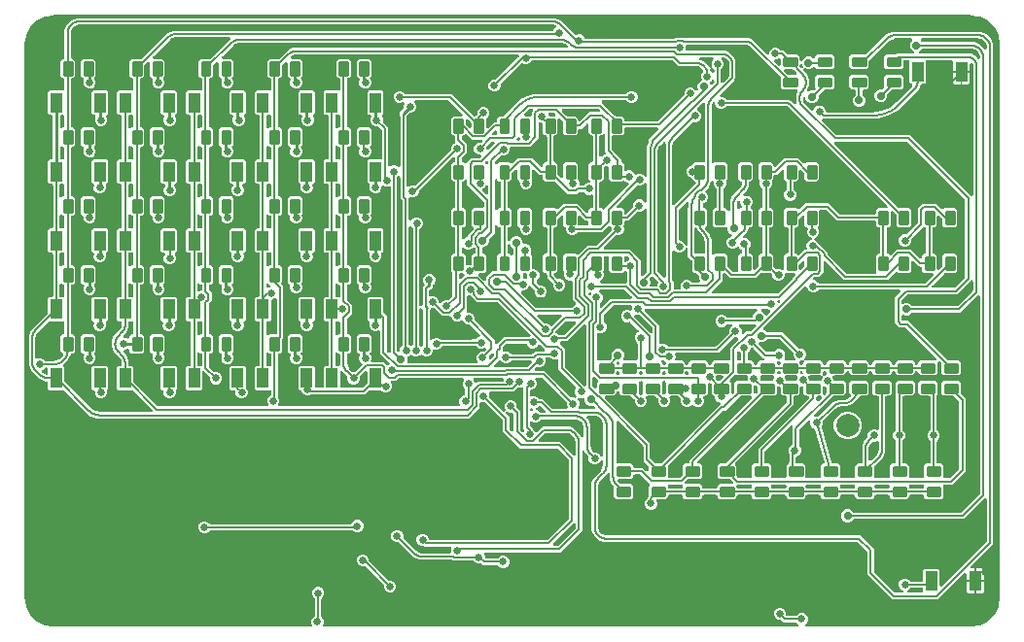
<source format=gtl>
G04 EAGLE Gerber RS-274X export*
G75*
%MOMM*%
%FSLAX34Y34*%
%LPD*%
%INTop Copper*%
%IPPOS*%
%AMOC8*
5,1,8,0,0,1.08239X$1,22.5*%
G01*
%ADD10C,0.222250*%
%ADD11R,1.000000X1.700000*%
%ADD12C,0.152400*%
%ADD13C,0.654800*%
%ADD14C,2.000000*%
%ADD15C,0.704800*%
%ADD16C,0.254000*%
G36*
X253008Y3403D02*
X253425Y3688D01*
X253698Y4114D01*
X253782Y4612D01*
X253686Y5058D01*
X253183Y6273D01*
X253183Y8384D01*
X253991Y10334D01*
X255533Y11875D01*
X255841Y12083D01*
X256117Y12507D01*
X256206Y12974D01*
X256206Y27324D01*
X256105Y27819D01*
X255834Y28222D01*
X254502Y29554D01*
X253694Y31505D01*
X253694Y33616D01*
X254502Y35566D01*
X255994Y37058D01*
X257945Y37866D01*
X260056Y37866D01*
X262006Y37058D01*
X263498Y35566D01*
X264306Y33616D01*
X264306Y31505D01*
X263498Y29554D01*
X262166Y28222D01*
X261887Y27801D01*
X261794Y27324D01*
X261794Y12053D01*
X261895Y11558D01*
X262166Y11155D01*
X262987Y10334D01*
X263795Y8384D01*
X263795Y6273D01*
X263292Y5058D01*
X263195Y4562D01*
X263300Y4067D01*
X263589Y3653D01*
X264017Y3384D01*
X264465Y3302D01*
X676128Y3302D01*
X676623Y3403D01*
X677040Y3688D01*
X677313Y4114D01*
X677397Y4612D01*
X677281Y5104D01*
X677026Y5470D01*
X675662Y6834D01*
X675241Y7113D01*
X674764Y7206D01*
X664377Y7206D01*
X662673Y8911D01*
X662251Y9190D01*
X661775Y9283D01*
X659891Y9283D01*
X657941Y10090D01*
X656448Y11583D01*
X655640Y13533D01*
X655640Y15644D01*
X656448Y17594D01*
X657941Y19087D01*
X659891Y19895D01*
X662002Y19895D01*
X663952Y19087D01*
X665444Y17594D01*
X666252Y15644D01*
X666252Y14064D01*
X666353Y13569D01*
X666639Y13152D01*
X667064Y12879D01*
X667522Y12794D01*
X674764Y12794D01*
X675259Y12895D01*
X675662Y13166D01*
X676994Y14498D01*
X678945Y15306D01*
X681056Y15306D01*
X683006Y14498D01*
X684498Y13006D01*
X685306Y11056D01*
X685306Y8945D01*
X684498Y6994D01*
X682974Y5470D01*
X682695Y5049D01*
X682602Y4552D01*
X682711Y4058D01*
X683003Y3646D01*
X683433Y3380D01*
X683872Y3302D01*
X827200Y3302D01*
X827399Y3318D01*
X834886Y4503D01*
X835263Y4626D01*
X842017Y8068D01*
X842339Y8301D01*
X847699Y13661D01*
X847932Y13983D01*
X851374Y20737D01*
X851497Y21114D01*
X852682Y28601D01*
X852698Y28800D01*
X852698Y511000D01*
X852682Y511199D01*
X851497Y518686D01*
X851374Y519063D01*
X847932Y525817D01*
X847699Y526139D01*
X842339Y531499D01*
X842017Y531732D01*
X835263Y535174D01*
X834886Y535297D01*
X827399Y536482D01*
X827200Y536498D01*
X28800Y536498D01*
X28601Y536482D01*
X21114Y535297D01*
X20737Y535174D01*
X13983Y531732D01*
X13661Y531499D01*
X8301Y526139D01*
X8068Y525817D01*
X4626Y519063D01*
X4503Y518686D01*
X3318Y511199D01*
X3302Y511000D01*
X3302Y28800D01*
X3318Y28601D01*
X4503Y21114D01*
X4626Y20737D01*
X8068Y13983D01*
X8301Y13661D01*
X13661Y8301D01*
X13983Y8068D01*
X20737Y4626D01*
X21114Y4503D01*
X28601Y3318D01*
X28800Y3302D01*
X252513Y3302D01*
X253008Y3403D01*
G37*
%LPC*%
G36*
X758843Y27206D02*
X737206Y48843D01*
X737206Y68317D01*
X737105Y68812D01*
X736834Y69215D01*
X729215Y76834D01*
X728793Y77113D01*
X728317Y77206D01*
X507455Y77206D01*
X502753Y79154D01*
X499154Y82753D01*
X497206Y87455D01*
X497206Y128403D01*
X499154Y133105D01*
X505095Y139047D01*
X505371Y139459D01*
X507109Y143656D01*
X507206Y144142D01*
X507206Y147147D01*
X507105Y147642D01*
X506820Y148059D01*
X506394Y148331D01*
X505896Y148416D01*
X505404Y148300D01*
X504996Y148001D01*
X504763Y147633D01*
X504498Y146994D01*
X503006Y145502D01*
X501056Y144694D01*
X498945Y144694D01*
X496994Y145502D01*
X495502Y146994D01*
X494694Y148945D01*
X494694Y150829D01*
X494593Y151324D01*
X494322Y151727D01*
X492202Y153847D01*
X491285Y156059D01*
X491003Y156479D01*
X490579Y156754D01*
X490082Y156843D01*
X489589Y156731D01*
X489179Y156435D01*
X488917Y156003D01*
X488842Y155573D01*
X488842Y100259D01*
X488920Y99875D01*
X488920Y86987D01*
X470087Y68154D01*
X404808Y68154D01*
X404313Y68053D01*
X403896Y67768D01*
X403624Y67342D01*
X403539Y66844D01*
X403635Y66398D01*
X404219Y64988D01*
X404219Y64064D01*
X404320Y63569D01*
X404606Y63152D01*
X405031Y62879D01*
X405489Y62794D01*
X414764Y62794D01*
X415259Y62895D01*
X415662Y63166D01*
X416994Y64498D01*
X418945Y65306D01*
X421056Y65306D01*
X423006Y64498D01*
X424498Y63006D01*
X425306Y61056D01*
X425306Y58945D01*
X424498Y56994D01*
X423006Y55502D01*
X421056Y54694D01*
X418945Y54694D01*
X416994Y55502D01*
X415662Y56834D01*
X415241Y57113D01*
X414764Y57206D01*
X402148Y57206D01*
X401100Y58254D01*
X400678Y58533D01*
X400202Y58626D01*
X397858Y58626D01*
X395908Y59434D01*
X394643Y60698D01*
X394222Y60977D01*
X393745Y61070D01*
X376329Y61070D01*
X376125Y61274D01*
X375704Y61553D01*
X375227Y61646D01*
X347157Y61646D01*
X342455Y63594D01*
X329452Y76597D01*
X329030Y76876D01*
X328554Y76969D01*
X326670Y76969D01*
X324719Y77777D01*
X323227Y79269D01*
X322419Y81220D01*
X322419Y83331D01*
X323227Y85281D01*
X324719Y86773D01*
X326670Y87581D01*
X328781Y87581D01*
X330731Y86773D01*
X332223Y85281D01*
X333031Y83331D01*
X333031Y81446D01*
X333132Y80951D01*
X333403Y80548D01*
X344607Y69345D01*
X344799Y69187D01*
X346725Y67900D01*
X347183Y67710D01*
X349454Y67258D01*
X349702Y67234D01*
X373474Y67234D01*
X373969Y67335D01*
X374386Y67620D01*
X374658Y68046D01*
X374743Y68544D01*
X374694Y68772D01*
X374694Y70987D01*
X374886Y71450D01*
X374982Y71946D01*
X374878Y72441D01*
X374589Y72855D01*
X374161Y73124D01*
X373712Y73206D01*
X351843Y73206D01*
X351727Y73322D01*
X351305Y73601D01*
X350829Y73694D01*
X348945Y73694D01*
X346994Y74502D01*
X345502Y75994D01*
X344694Y77945D01*
X344694Y80056D01*
X345502Y82006D01*
X346994Y83498D01*
X348945Y84306D01*
X351056Y84306D01*
X353006Y83498D01*
X354498Y82006D01*
X355309Y80047D01*
X355407Y79569D01*
X355692Y79152D01*
X356118Y78879D01*
X356576Y78794D01*
X458317Y78794D01*
X458812Y78895D01*
X459215Y79166D01*
X476834Y96785D01*
X477113Y97207D01*
X477206Y97683D01*
X477206Y148317D01*
X477105Y148812D01*
X476834Y149215D01*
X467735Y158314D01*
X467313Y158593D01*
X466837Y158686D01*
X434363Y158686D01*
X419706Y173343D01*
X419706Y183177D01*
X419605Y183672D01*
X419334Y184075D01*
X404657Y198752D01*
X404235Y199031D01*
X403759Y199124D01*
X401875Y199124D01*
X401412Y199316D01*
X400916Y199412D01*
X400422Y199308D01*
X400007Y199019D01*
X399738Y198591D01*
X399656Y198142D01*
X399656Y194213D01*
X390101Y184658D01*
X66615Y184658D01*
X59403Y187645D01*
X37953Y209096D01*
X37531Y209375D01*
X37055Y209468D01*
X25158Y209468D01*
X23968Y210658D01*
X23968Y215936D01*
X23867Y216431D01*
X23582Y216848D01*
X23156Y217121D01*
X22698Y217206D01*
X21597Y217206D01*
X16895Y219154D01*
X9154Y226895D01*
X7206Y231597D01*
X7206Y257403D01*
X9154Y262105D01*
X23596Y276547D01*
X23875Y276969D01*
X23968Y277445D01*
X23968Y289342D01*
X25158Y290532D01*
X26936Y290532D01*
X27431Y290633D01*
X27848Y290918D01*
X28121Y291344D01*
X28206Y291802D01*
X28206Y328198D01*
X28105Y328693D01*
X27820Y329110D01*
X27394Y329383D01*
X26936Y329468D01*
X25158Y329468D01*
X23968Y330658D01*
X23968Y349342D01*
X25158Y350532D01*
X26936Y350532D01*
X27431Y350633D01*
X27848Y350918D01*
X28121Y351344D01*
X28206Y351802D01*
X28206Y388198D01*
X28105Y388693D01*
X27820Y389110D01*
X27394Y389383D01*
X26936Y389468D01*
X25158Y389468D01*
X23968Y390658D01*
X23968Y409342D01*
X25158Y410532D01*
X26428Y410532D01*
X26923Y410633D01*
X27340Y410918D01*
X27613Y411344D01*
X27698Y411802D01*
X27698Y448198D01*
X27597Y448693D01*
X27312Y449110D01*
X26886Y449383D01*
X26428Y449468D01*
X25158Y449468D01*
X23968Y450658D01*
X23968Y469342D01*
X25158Y470532D01*
X37046Y470532D01*
X37541Y470633D01*
X37958Y470918D01*
X38231Y471344D01*
X38316Y471802D01*
X38316Y480348D01*
X38215Y480843D01*
X37930Y481260D01*
X37504Y481533D01*
X37046Y481618D01*
X36474Y481618D01*
X34633Y483459D01*
X34633Y496541D01*
X36474Y498382D01*
X37046Y498382D01*
X37541Y498483D01*
X37958Y498768D01*
X38231Y499194D01*
X38316Y499652D01*
X38316Y523655D01*
X40264Y528357D01*
X43863Y531956D01*
X48565Y533904D01*
X465688Y533904D01*
X470337Y531978D01*
X482713Y519603D01*
X483134Y519324D01*
X483631Y519231D01*
X484097Y519327D01*
X485107Y519746D01*
X487218Y519746D01*
X489168Y518938D01*
X490661Y517446D01*
X491000Y516626D01*
X491283Y516207D01*
X491706Y515931D01*
X492174Y515842D01*
X568783Y515842D01*
X569278Y515943D01*
X569681Y516214D01*
X570329Y516862D01*
X577671Y516862D01*
X577807Y516726D01*
X578228Y516447D01*
X578705Y516354D01*
X633739Y516354D01*
X637099Y514962D01*
X649513Y502549D01*
X649934Y502270D01*
X650431Y502177D01*
X650925Y502285D01*
X651337Y502578D01*
X651602Y503008D01*
X651681Y503447D01*
X651681Y504042D01*
X652488Y505992D01*
X653981Y507485D01*
X655931Y508293D01*
X658042Y508293D01*
X659992Y507485D01*
X661324Y506153D01*
X661746Y505873D01*
X662222Y505781D01*
X664061Y505781D01*
X667102Y502739D01*
X667524Y502460D01*
X668000Y502367D01*
X676541Y502367D01*
X678382Y500526D01*
X678382Y497512D01*
X678483Y497016D01*
X678768Y496600D01*
X679194Y496327D01*
X679692Y496242D01*
X680184Y496359D01*
X680592Y496658D01*
X680825Y497026D01*
X681290Y498147D01*
X682853Y499710D01*
X684895Y500556D01*
X687105Y500556D01*
X689147Y499710D01*
X689450Y499407D01*
X689871Y499128D01*
X690368Y499036D01*
X690862Y499144D01*
X691274Y499437D01*
X691540Y499867D01*
X691618Y500305D01*
X691618Y500526D01*
X693459Y502367D01*
X706541Y502367D01*
X708382Y500526D01*
X708382Y491254D01*
X706541Y489413D01*
X693459Y489413D01*
X691763Y491109D01*
X691342Y491389D01*
X690845Y491481D01*
X690351Y491373D01*
X689967Y491109D01*
X689147Y490290D01*
X687105Y489444D01*
X684895Y489444D01*
X683116Y490181D01*
X682620Y490278D01*
X682125Y490173D01*
X681711Y489884D01*
X681442Y489456D01*
X681361Y488957D01*
X681481Y488466D01*
X681732Y488110D01*
X684649Y485192D01*
X686597Y480490D01*
X686597Y475400D01*
X685079Y471736D01*
X684983Y471240D01*
X685087Y470746D01*
X685376Y470331D01*
X685804Y470062D01*
X686303Y469981D01*
X686739Y470077D01*
X687895Y470556D01*
X690079Y470556D01*
X690574Y470657D01*
X690977Y470928D01*
X691672Y471624D01*
X691952Y472045D01*
X692044Y472542D01*
X691936Y473036D01*
X691672Y473420D01*
X691618Y473474D01*
X691618Y482746D01*
X693459Y484587D01*
X706541Y484587D01*
X708382Y482746D01*
X708382Y473474D01*
X706541Y471633D01*
X700110Y471633D01*
X699615Y471532D01*
X699212Y471261D01*
X694928Y466977D01*
X694649Y466555D01*
X694556Y466079D01*
X694556Y463895D01*
X693710Y461853D01*
X692147Y460290D01*
X690105Y459444D01*
X687895Y459444D01*
X685853Y460290D01*
X684290Y461853D01*
X683457Y463864D01*
X683174Y464283D01*
X682751Y464559D01*
X682253Y464648D01*
X681760Y464535D01*
X681350Y464240D01*
X681088Y463807D01*
X681013Y463378D01*
X681013Y462536D01*
X681184Y461901D01*
X682648Y459365D01*
X682850Y459102D01*
X688295Y453656D01*
X688716Y453377D01*
X689213Y453285D01*
X689707Y453393D01*
X690119Y453685D01*
X690366Y454068D01*
X690933Y455437D01*
X692426Y456930D01*
X694376Y457738D01*
X696487Y457738D01*
X698437Y456930D01*
X699930Y455437D01*
X700738Y453487D01*
X700738Y453064D01*
X700838Y452569D01*
X701124Y452152D01*
X701550Y451879D01*
X702008Y451794D01*
X741637Y451794D01*
X741802Y451805D01*
X749267Y452788D01*
X749588Y452873D01*
X756544Y455755D01*
X756831Y455921D01*
X762804Y460504D01*
X762929Y460614D01*
X776095Y473780D01*
X776371Y474192D01*
X776586Y474712D01*
X776683Y475208D01*
X776578Y475703D01*
X776289Y476117D01*
X775861Y476386D01*
X775413Y476468D01*
X775158Y476468D01*
X773968Y477658D01*
X773968Y495936D01*
X773867Y496431D01*
X773582Y496848D01*
X773156Y497121D01*
X772698Y497206D01*
X769652Y497206D01*
X769157Y497105D01*
X768740Y496820D01*
X768467Y496394D01*
X768382Y495936D01*
X768382Y491254D01*
X766541Y489413D01*
X753459Y489413D01*
X751618Y491254D01*
X751618Y500526D01*
X753459Y502367D01*
X762000Y502367D01*
X762495Y502468D01*
X762898Y502739D01*
X762953Y502794D01*
X776494Y502794D01*
X776989Y502895D01*
X777406Y503180D01*
X777678Y503606D01*
X777763Y504104D01*
X777647Y504596D01*
X777348Y505004D01*
X776980Y505237D01*
X776853Y505290D01*
X775290Y506853D01*
X774444Y508895D01*
X774444Y511105D01*
X775290Y513147D01*
X776181Y514038D01*
X776460Y514459D01*
X776552Y514956D01*
X776444Y515450D01*
X776152Y515862D01*
X775721Y516128D01*
X775283Y516206D01*
X761142Y516206D01*
X760656Y516109D01*
X756459Y514371D01*
X756047Y514095D01*
X738754Y496803D01*
X738475Y496381D01*
X738382Y495905D01*
X738382Y491254D01*
X736541Y489413D01*
X723459Y489413D01*
X721618Y491254D01*
X721618Y500526D01*
X723459Y502367D01*
X735890Y502367D01*
X736385Y502468D01*
X736788Y502739D01*
X753895Y519846D01*
X758597Y521794D01*
X836545Y521794D01*
X841247Y519846D01*
X844846Y516247D01*
X846794Y511545D01*
X846794Y75391D01*
X827611Y56208D01*
X827332Y55787D01*
X827239Y55290D01*
X827347Y54796D01*
X827640Y54384D01*
X828070Y54118D01*
X828509Y54040D01*
X830238Y54040D01*
X830238Y43762D01*
X823460Y43762D01*
X823460Y48991D01*
X823359Y49487D01*
X823074Y49904D01*
X822648Y50176D01*
X822150Y50261D01*
X821658Y50144D01*
X821292Y49889D01*
X798609Y27206D01*
X758843Y27206D01*
G37*
G36*
X747895Y460444D02*
X745853Y461290D01*
X744290Y462853D01*
X743444Y464895D01*
X743444Y467105D01*
X744290Y469147D01*
X745853Y470710D01*
X747895Y471556D01*
X750079Y471556D01*
X750574Y471657D01*
X750977Y471928D01*
X751246Y472197D01*
X751525Y472619D01*
X751618Y473095D01*
X751618Y482746D01*
X753459Y484587D01*
X766541Y484587D01*
X768382Y482746D01*
X768382Y473474D01*
X766541Y471633D01*
X759110Y471633D01*
X758615Y471532D01*
X758212Y471261D01*
X754928Y467977D01*
X754649Y467555D01*
X754556Y467079D01*
X754556Y464895D01*
X753710Y462853D01*
X752147Y461290D01*
X750105Y460444D01*
X747895Y460444D01*
G37*
G36*
X728895Y456444D02*
X726853Y457290D01*
X725290Y458853D01*
X724444Y460895D01*
X724444Y463105D01*
X725290Y465147D01*
X726834Y466691D01*
X727113Y467113D01*
X727206Y467589D01*
X727206Y470363D01*
X727105Y470858D01*
X726820Y471275D01*
X726394Y471548D01*
X725936Y471633D01*
X723459Y471633D01*
X721618Y473474D01*
X721618Y482746D01*
X723459Y484587D01*
X736541Y484587D01*
X738382Y482746D01*
X738382Y473474D01*
X736541Y471633D01*
X734064Y471633D01*
X733569Y471532D01*
X733152Y471247D01*
X732879Y470821D01*
X732794Y470363D01*
X732794Y467589D01*
X732895Y467094D01*
X733166Y466691D01*
X734710Y465147D01*
X735556Y463105D01*
X735556Y460895D01*
X734710Y458853D01*
X733147Y457290D01*
X731105Y456444D01*
X728895Y456444D01*
G37*
G36*
X158945Y84694D02*
X156994Y85502D01*
X155502Y86994D01*
X154694Y88945D01*
X154694Y91056D01*
X155502Y93006D01*
X156994Y94498D01*
X158945Y95306D01*
X161056Y95306D01*
X163006Y94498D01*
X164338Y93166D01*
X164759Y92887D01*
X165236Y92794D01*
X287209Y92794D01*
X287704Y92895D01*
X288121Y93180D01*
X288382Y93578D01*
X288602Y94110D01*
X290095Y95602D01*
X292045Y96410D01*
X294156Y96410D01*
X296106Y95602D01*
X297599Y94110D01*
X298406Y92160D01*
X298406Y90049D01*
X297599Y88099D01*
X296106Y86606D01*
X294156Y85798D01*
X292045Y85798D01*
X290095Y86606D01*
X289867Y86834D01*
X289445Y87113D01*
X288969Y87206D01*
X165236Y87206D01*
X164741Y87105D01*
X164338Y86834D01*
X163006Y85502D01*
X161056Y84694D01*
X158945Y84694D01*
G37*
G36*
X320647Y32991D02*
X318697Y33799D01*
X317204Y35292D01*
X316397Y37242D01*
X316397Y39126D01*
X316296Y39621D01*
X316025Y40024D01*
X300395Y55653D01*
X299974Y55933D01*
X299477Y56025D01*
X299011Y55929D01*
X298998Y55923D01*
X296887Y55923D01*
X294937Y56731D01*
X293444Y58224D01*
X292636Y60174D01*
X292636Y62285D01*
X293444Y64235D01*
X294937Y65727D01*
X296887Y66535D01*
X298998Y66535D01*
X300948Y65727D01*
X302441Y64235D01*
X303248Y62285D01*
X303248Y61229D01*
X303349Y60734D01*
X303620Y60331D01*
X319976Y43975D01*
X320397Y43696D01*
X320874Y43603D01*
X322758Y43603D01*
X324708Y42796D01*
X326201Y41303D01*
X327009Y39353D01*
X327009Y37242D01*
X326201Y35292D01*
X324708Y33799D01*
X322758Y32991D01*
X320647Y32991D01*
G37*
G36*
X831762Y43762D02*
X831762Y54040D01*
X837052Y54040D01*
X838540Y52552D01*
X838540Y43762D01*
X831762Y43762D01*
G37*
G36*
X831762Y31960D02*
X831762Y42238D01*
X838540Y42238D01*
X838540Y33448D01*
X837052Y31960D01*
X831762Y31960D01*
G37*
G36*
X824948Y31960D02*
X823460Y33448D01*
X823460Y42238D01*
X830238Y42238D01*
X830238Y31960D01*
X824948Y31960D01*
G37*
%LPD*%
G36*
X114232Y190347D02*
X114649Y190632D01*
X114921Y191058D01*
X115006Y191556D01*
X114890Y192048D01*
X114635Y192414D01*
X97953Y209096D01*
X97531Y209375D01*
X97055Y209468D01*
X85158Y209468D01*
X83968Y210658D01*
X83968Y229342D01*
X85158Y230532D01*
X86936Y230532D01*
X87431Y230633D01*
X87848Y230918D01*
X88121Y231344D01*
X88206Y231802D01*
X88206Y233058D01*
X88182Y233306D01*
X87730Y235577D01*
X87540Y236035D01*
X86253Y237961D01*
X86095Y238153D01*
X81496Y242753D01*
X79548Y247455D01*
X79548Y252545D01*
X81496Y257247D01*
X86095Y261847D01*
X86253Y262039D01*
X87540Y263965D01*
X87730Y264423D01*
X88182Y266694D01*
X88206Y266942D01*
X88206Y268198D01*
X88105Y268693D01*
X87820Y269110D01*
X87394Y269383D01*
X86936Y269468D01*
X85158Y269468D01*
X83968Y270658D01*
X83968Y289342D01*
X85158Y290532D01*
X86936Y290532D01*
X87431Y290633D01*
X87848Y290918D01*
X88121Y291344D01*
X88206Y291802D01*
X88206Y328198D01*
X88105Y328693D01*
X87820Y329110D01*
X87394Y329383D01*
X86936Y329468D01*
X85158Y329468D01*
X83968Y330658D01*
X83968Y349342D01*
X85158Y350532D01*
X86936Y350532D01*
X87431Y350633D01*
X87848Y350918D01*
X88121Y351344D01*
X88206Y351802D01*
X88206Y388198D01*
X88105Y388693D01*
X87820Y389110D01*
X87394Y389383D01*
X86936Y389468D01*
X85158Y389468D01*
X83968Y390658D01*
X83968Y409342D01*
X85158Y410532D01*
X86936Y410532D01*
X87431Y410633D01*
X87848Y410918D01*
X88121Y411344D01*
X88206Y411802D01*
X88206Y448198D01*
X88105Y448693D01*
X87820Y449110D01*
X87394Y449383D01*
X86936Y449468D01*
X85158Y449468D01*
X83968Y450658D01*
X83968Y469342D01*
X85158Y470532D01*
X97046Y470532D01*
X97541Y470633D01*
X97958Y470918D01*
X98231Y471344D01*
X98316Y471802D01*
X98316Y480348D01*
X98215Y480843D01*
X97930Y481260D01*
X97504Y481533D01*
X97046Y481618D01*
X96474Y481618D01*
X94633Y483459D01*
X94633Y496541D01*
X96474Y498382D01*
X105015Y498382D01*
X105510Y498483D01*
X105913Y498754D01*
X128005Y520846D01*
X132707Y522794D01*
X462838Y522794D01*
X463333Y522895D01*
X463750Y523180D01*
X464011Y523578D01*
X464216Y524074D01*
X465841Y525698D01*
X465962Y525780D01*
X466238Y526204D01*
X466327Y526701D01*
X466214Y527194D01*
X465918Y527604D01*
X465305Y527916D01*
X463419Y528292D01*
X463171Y528316D01*
X51110Y528316D01*
X50781Y528273D01*
X47813Y527477D01*
X47244Y527149D01*
X45071Y524976D01*
X44743Y524407D01*
X43947Y521439D01*
X43904Y521110D01*
X43904Y499652D01*
X44005Y499157D01*
X44290Y498740D01*
X44716Y498467D01*
X45174Y498382D01*
X45746Y498382D01*
X47587Y496541D01*
X47587Y483459D01*
X45746Y481618D01*
X45174Y481618D01*
X44679Y481517D01*
X44262Y481232D01*
X43989Y480806D01*
X43904Y480348D01*
X43904Y439652D01*
X44005Y439157D01*
X44290Y438740D01*
X44716Y438467D01*
X45174Y438382D01*
X45746Y438382D01*
X47587Y436541D01*
X47587Y423459D01*
X45746Y421618D01*
X45174Y421618D01*
X44679Y421517D01*
X44262Y421232D01*
X43989Y420806D01*
X43904Y420348D01*
X43904Y379652D01*
X44005Y379157D01*
X44290Y378740D01*
X44716Y378467D01*
X45174Y378382D01*
X45746Y378382D01*
X47587Y376541D01*
X47587Y363459D01*
X45746Y361618D01*
X45174Y361618D01*
X44679Y361517D01*
X44262Y361232D01*
X43989Y360806D01*
X43904Y360348D01*
X43904Y319652D01*
X44005Y319157D01*
X44290Y318740D01*
X44716Y318467D01*
X45174Y318382D01*
X45746Y318382D01*
X47587Y316541D01*
X47587Y303459D01*
X45746Y301618D01*
X45174Y301618D01*
X44679Y301517D01*
X44262Y301232D01*
X43989Y300806D01*
X43904Y300348D01*
X43904Y259652D01*
X44005Y259157D01*
X44290Y258740D01*
X44716Y258467D01*
X45174Y258382D01*
X45746Y258382D01*
X47587Y256541D01*
X47587Y243459D01*
X45746Y241618D01*
X44653Y241618D01*
X44158Y241517D01*
X43741Y241232D01*
X43480Y240834D01*
X41500Y236053D01*
X37308Y231862D01*
X37029Y231440D01*
X36936Y230944D01*
X37045Y230450D01*
X37308Y230066D01*
X38032Y229342D01*
X38032Y217445D01*
X38133Y216950D01*
X38404Y216547D01*
X60595Y194357D01*
X60787Y194199D01*
X64928Y191432D01*
X65386Y191242D01*
X70271Y190270D01*
X70519Y190246D01*
X113737Y190246D01*
X114232Y190347D01*
G37*
%LPC*%
G36*
X58945Y472194D02*
X56994Y473002D01*
X55502Y474494D01*
X54694Y476445D01*
X54694Y478555D01*
X55235Y479862D01*
X55332Y480358D01*
X55227Y480853D01*
X54938Y481267D01*
X54510Y481536D01*
X54297Y481575D01*
X52413Y483459D01*
X52413Y496541D01*
X54254Y498382D01*
X63526Y498382D01*
X65367Y496541D01*
X65367Y483459D01*
X64354Y482446D01*
X64075Y482025D01*
X63982Y481528D01*
X64090Y481034D01*
X64354Y480650D01*
X64498Y480506D01*
X65306Y478556D01*
X65306Y476445D01*
X64498Y474494D01*
X63006Y473002D01*
X62942Y472975D01*
X62523Y472693D01*
X62367Y472453D01*
X62009Y472508D01*
X61584Y472413D01*
X61055Y472194D01*
X58945Y472194D01*
G37*
G36*
X68945Y439694D02*
X66994Y440502D01*
X65502Y441994D01*
X64694Y443945D01*
X64694Y446056D01*
X65380Y447712D01*
X65477Y448208D01*
X65372Y448703D01*
X65083Y449117D01*
X64655Y449386D01*
X64207Y449468D01*
X63158Y449468D01*
X61968Y450658D01*
X61968Y469342D01*
X62968Y470342D01*
X63129Y470584D01*
X63428Y470532D01*
X74842Y470532D01*
X76032Y469342D01*
X76032Y450658D01*
X74771Y449397D01*
X74491Y448975D01*
X74399Y448479D01*
X74495Y448013D01*
X75306Y446055D01*
X75306Y443945D01*
X74498Y441994D01*
X73006Y440502D01*
X71056Y439694D01*
X68945Y439694D01*
G37*
G36*
X58945Y412194D02*
X56994Y413002D01*
X55502Y414494D01*
X54694Y416445D01*
X54694Y418555D01*
X55235Y419862D01*
X55332Y420358D01*
X55227Y420853D01*
X54938Y421267D01*
X54510Y421536D01*
X54297Y421575D01*
X52413Y423459D01*
X52413Y436541D01*
X54254Y438382D01*
X63526Y438382D01*
X65367Y436541D01*
X65367Y423459D01*
X64354Y422446D01*
X64075Y422025D01*
X63982Y421528D01*
X64090Y421034D01*
X64354Y420650D01*
X64498Y420506D01*
X65306Y418556D01*
X65306Y416445D01*
X64498Y414494D01*
X63006Y413002D01*
X62942Y412975D01*
X62523Y412693D01*
X62367Y412453D01*
X62009Y412508D01*
X61584Y412413D01*
X61055Y412194D01*
X58945Y412194D01*
G37*
G36*
X67945Y380888D02*
X65994Y381696D01*
X64502Y383188D01*
X63694Y385138D01*
X63694Y387249D01*
X63886Y387712D01*
X63982Y388208D01*
X63878Y388703D01*
X63589Y389117D01*
X63375Y389252D01*
X61968Y390658D01*
X61968Y409342D01*
X62968Y410342D01*
X63129Y410584D01*
X63428Y410532D01*
X74842Y410532D01*
X76032Y409342D01*
X76032Y390658D01*
X74629Y389256D01*
X74375Y389082D01*
X74103Y388656D01*
X74018Y388158D01*
X74114Y387712D01*
X74306Y387249D01*
X74306Y385138D01*
X73498Y383188D01*
X72006Y381696D01*
X70056Y380888D01*
X67945Y380888D01*
G37*
G36*
X58945Y354694D02*
X56994Y355502D01*
X55502Y356994D01*
X54694Y358945D01*
X54694Y360652D01*
X54593Y361148D01*
X54322Y361550D01*
X52413Y363459D01*
X52413Y376541D01*
X54254Y378382D01*
X63526Y378382D01*
X65367Y376541D01*
X65367Y363459D01*
X65220Y363312D01*
X64941Y362891D01*
X64848Y362394D01*
X64945Y361928D01*
X65306Y361055D01*
X65306Y358945D01*
X64498Y356994D01*
X63006Y355502D01*
X61056Y354694D01*
X58945Y354694D01*
G37*
G36*
X67945Y320888D02*
X65994Y321696D01*
X64502Y323188D01*
X63694Y325138D01*
X63694Y327249D01*
X63886Y327712D01*
X63982Y328208D01*
X63878Y328703D01*
X63589Y329117D01*
X63375Y329252D01*
X61968Y330658D01*
X61968Y349342D01*
X63158Y350532D01*
X74842Y350532D01*
X76032Y349342D01*
X76032Y330658D01*
X74629Y329256D01*
X74375Y329082D01*
X74103Y328656D01*
X74018Y328158D01*
X74114Y327712D01*
X74306Y327249D01*
X74306Y325138D01*
X73498Y323188D01*
X72006Y321696D01*
X70056Y320888D01*
X67945Y320888D01*
G37*
G36*
X58945Y292194D02*
X56994Y293002D01*
X55502Y294494D01*
X54694Y296445D01*
X54694Y298555D01*
X55235Y299862D01*
X55332Y300358D01*
X55227Y300853D01*
X54938Y301267D01*
X54510Y301536D01*
X54297Y301575D01*
X52413Y303459D01*
X52413Y316541D01*
X54254Y318382D01*
X63526Y318382D01*
X65367Y316541D01*
X65367Y303459D01*
X64354Y302446D01*
X64075Y302025D01*
X63982Y301528D01*
X64090Y301034D01*
X64354Y300650D01*
X64498Y300506D01*
X65306Y298556D01*
X65306Y296445D01*
X64498Y294494D01*
X63006Y293002D01*
X62942Y292975D01*
X62523Y292693D01*
X62367Y292453D01*
X62009Y292508D01*
X61584Y292413D01*
X61055Y292194D01*
X58945Y292194D01*
G37*
G36*
X67945Y260888D02*
X65994Y261696D01*
X64502Y263188D01*
X63694Y265138D01*
X63694Y267249D01*
X63886Y267712D01*
X63982Y268208D01*
X63878Y268703D01*
X63589Y269117D01*
X63375Y269252D01*
X61968Y270658D01*
X61968Y289342D01*
X62968Y290342D01*
X63129Y290584D01*
X63428Y290532D01*
X74842Y290532D01*
X76032Y289342D01*
X76032Y270658D01*
X74629Y269256D01*
X74375Y269082D01*
X74103Y268656D01*
X74018Y268158D01*
X74114Y267712D01*
X74306Y267249D01*
X74306Y265138D01*
X73498Y263188D01*
X72006Y261696D01*
X70056Y260888D01*
X67945Y260888D01*
G37*
G36*
X58945Y232194D02*
X56994Y233002D01*
X55502Y234494D01*
X54694Y236445D01*
X54694Y238555D01*
X55235Y239862D01*
X55332Y240358D01*
X55227Y240853D01*
X54938Y241267D01*
X54510Y241536D01*
X54297Y241575D01*
X52413Y243459D01*
X52413Y256541D01*
X54254Y258382D01*
X63526Y258382D01*
X65367Y256541D01*
X65367Y243459D01*
X64354Y242446D01*
X64075Y242025D01*
X63982Y241528D01*
X64090Y241034D01*
X64354Y240650D01*
X64498Y240506D01*
X65306Y238556D01*
X65306Y236445D01*
X64498Y234494D01*
X63006Y233002D01*
X62942Y232975D01*
X62523Y232693D01*
X62367Y232453D01*
X62009Y232508D01*
X61584Y232413D01*
X61055Y232194D01*
X58945Y232194D01*
G37*
G36*
X68945Y202194D02*
X66994Y203002D01*
X65502Y204494D01*
X64694Y206445D01*
X64694Y208198D01*
X64593Y208693D01*
X64308Y209110D01*
X63882Y209383D01*
X63424Y209468D01*
X63158Y209468D01*
X61968Y210658D01*
X61968Y229342D01*
X62968Y230342D01*
X63129Y230584D01*
X63428Y230532D01*
X74842Y230532D01*
X76032Y229342D01*
X76032Y210658D01*
X75503Y210129D01*
X75224Y209708D01*
X75131Y209211D01*
X75227Y208745D01*
X75306Y208555D01*
X75306Y206445D01*
X74498Y204494D01*
X73006Y203002D01*
X71056Y202194D01*
X68945Y202194D01*
G37*
%LPD*%
G36*
X214801Y195395D02*
X215218Y195680D01*
X215490Y196106D01*
X215575Y196604D01*
X215479Y197050D01*
X214694Y198945D01*
X214694Y201056D01*
X215502Y203006D01*
X216994Y204498D01*
X217532Y204721D01*
X217951Y205003D01*
X218227Y205427D01*
X218316Y205894D01*
X218316Y208198D01*
X218215Y208693D01*
X217930Y209110D01*
X217504Y209383D01*
X217046Y209468D01*
X205158Y209468D01*
X203968Y210658D01*
X203968Y229342D01*
X205158Y230532D01*
X206936Y230532D01*
X207431Y230633D01*
X207848Y230918D01*
X208121Y231344D01*
X208206Y231802D01*
X208206Y268198D01*
X208105Y268693D01*
X207820Y269110D01*
X207394Y269383D01*
X206936Y269468D01*
X205158Y269468D01*
X203968Y270658D01*
X203968Y289342D01*
X205158Y290532D01*
X206428Y290532D01*
X206923Y290633D01*
X207340Y290918D01*
X207503Y291173D01*
X207834Y291504D01*
X208113Y291925D01*
X208206Y292402D01*
X208206Y328198D01*
X208105Y328693D01*
X207820Y329110D01*
X207394Y329383D01*
X206936Y329468D01*
X205158Y329468D01*
X203968Y330658D01*
X203968Y349342D01*
X205158Y350532D01*
X206936Y350532D01*
X207431Y350633D01*
X207848Y350918D01*
X208121Y351344D01*
X208206Y351802D01*
X208206Y388198D01*
X208105Y388693D01*
X207820Y389110D01*
X207394Y389383D01*
X206936Y389468D01*
X205158Y389468D01*
X203968Y390658D01*
X203968Y409342D01*
X205158Y410532D01*
X206936Y410532D01*
X207431Y410633D01*
X207848Y410918D01*
X208121Y411344D01*
X208206Y411802D01*
X208206Y448198D01*
X208105Y448693D01*
X207820Y449110D01*
X207394Y449383D01*
X206936Y449468D01*
X205158Y449468D01*
X203968Y450658D01*
X203968Y469342D01*
X205158Y470532D01*
X217046Y470532D01*
X217541Y470633D01*
X217958Y470918D01*
X218231Y471344D01*
X218316Y471802D01*
X218316Y480348D01*
X218215Y480843D01*
X217930Y481260D01*
X217504Y481533D01*
X217046Y481618D01*
X216474Y481618D01*
X214633Y483459D01*
X214633Y496541D01*
X216474Y498382D01*
X225015Y498382D01*
X225510Y498483D01*
X225913Y498754D01*
X233273Y506114D01*
X237212Y507746D01*
X475237Y507746D01*
X475732Y507847D01*
X476149Y508132D01*
X476421Y508558D01*
X476506Y509056D01*
X476390Y509548D01*
X476135Y509914D01*
X475953Y510095D01*
X475541Y510371D01*
X471344Y512109D01*
X470858Y512206D01*
X190252Y512206D01*
X189766Y512109D01*
X185569Y510371D01*
X185157Y510095D01*
X175611Y500550D01*
X175332Y500129D01*
X175240Y499632D01*
X175348Y499138D01*
X175640Y498726D01*
X176071Y498460D01*
X176509Y498382D01*
X183526Y498382D01*
X185367Y496541D01*
X185367Y483459D01*
X184354Y482446D01*
X184075Y482025D01*
X183982Y481528D01*
X184090Y481034D01*
X184354Y480650D01*
X184498Y480506D01*
X185306Y478556D01*
X185306Y476445D01*
X184498Y474494D01*
X183006Y473002D01*
X182942Y472975D01*
X182523Y472693D01*
X182367Y472453D01*
X182009Y472508D01*
X181584Y472413D01*
X181055Y472194D01*
X178945Y472194D01*
X176994Y473002D01*
X175502Y474494D01*
X174694Y476445D01*
X174694Y478555D01*
X175235Y479862D01*
X175332Y480358D01*
X175227Y480853D01*
X174938Y481267D01*
X174510Y481536D01*
X174297Y481575D01*
X172413Y483459D01*
X172413Y494286D01*
X172312Y494781D01*
X172027Y495198D01*
X171601Y495470D01*
X171103Y495555D01*
X170611Y495439D01*
X170245Y495184D01*
X167959Y492898D01*
X167680Y492476D01*
X167587Y492000D01*
X167587Y483459D01*
X165746Y481618D01*
X165174Y481618D01*
X164679Y481517D01*
X164262Y481232D01*
X163989Y480806D01*
X163904Y480348D01*
X163904Y439652D01*
X164005Y439157D01*
X164290Y438740D01*
X164716Y438467D01*
X165174Y438382D01*
X165746Y438382D01*
X167587Y436541D01*
X167587Y423459D01*
X165746Y421618D01*
X165174Y421618D01*
X164679Y421517D01*
X164262Y421232D01*
X163989Y420806D01*
X163904Y420348D01*
X163904Y379652D01*
X164005Y379157D01*
X164290Y378740D01*
X164716Y378467D01*
X165174Y378382D01*
X165746Y378382D01*
X167587Y376541D01*
X167587Y363459D01*
X165746Y361618D01*
X165174Y361618D01*
X164679Y361517D01*
X164262Y361232D01*
X163989Y360806D01*
X163904Y360348D01*
X163904Y319652D01*
X164005Y319157D01*
X164290Y318740D01*
X164716Y318467D01*
X165174Y318382D01*
X165746Y318382D01*
X167587Y316541D01*
X167587Y303459D01*
X165746Y301618D01*
X165174Y301618D01*
X164679Y301517D01*
X164262Y301232D01*
X163989Y300806D01*
X163904Y300348D01*
X163904Y297561D01*
X164005Y297066D01*
X164276Y296663D01*
X166362Y294577D01*
X166362Y287235D01*
X164276Y285149D01*
X163997Y284728D01*
X163904Y284251D01*
X163904Y259652D01*
X164005Y259157D01*
X164290Y258740D01*
X164716Y258467D01*
X165174Y258382D01*
X165746Y258382D01*
X167587Y256541D01*
X167587Y243459D01*
X165746Y241618D01*
X165174Y241618D01*
X164679Y241517D01*
X164262Y241232D01*
X163989Y240806D01*
X163904Y240348D01*
X163904Y230573D01*
X164005Y230078D01*
X164276Y229675D01*
X168273Y225678D01*
X168695Y225399D01*
X169171Y225306D01*
X171056Y225306D01*
X173006Y224498D01*
X174498Y223006D01*
X175306Y221056D01*
X175306Y218945D01*
X174498Y216994D01*
X173006Y215502D01*
X171056Y214694D01*
X168945Y214694D01*
X166994Y215502D01*
X165502Y216994D01*
X164694Y218945D01*
X164694Y220829D01*
X164593Y221324D01*
X164322Y221727D01*
X160200Y225849D01*
X159779Y226128D01*
X159282Y226220D01*
X158788Y226112D01*
X158376Y225820D01*
X158110Y225390D01*
X158032Y224951D01*
X158032Y210658D01*
X156842Y209468D01*
X145158Y209468D01*
X143968Y210658D01*
X143968Y229342D01*
X145158Y230532D01*
X146936Y230532D01*
X147431Y230633D01*
X147848Y230918D01*
X148121Y231344D01*
X148206Y231802D01*
X148206Y268198D01*
X148105Y268693D01*
X147820Y269110D01*
X147394Y269383D01*
X146936Y269468D01*
X145158Y269468D01*
X143968Y270658D01*
X143968Y289342D01*
X145158Y290532D01*
X146936Y290532D01*
X147431Y290633D01*
X147848Y290918D01*
X148121Y291344D01*
X148206Y291802D01*
X148206Y328198D01*
X148105Y328693D01*
X147820Y329110D01*
X147394Y329383D01*
X146936Y329468D01*
X145158Y329468D01*
X143968Y330658D01*
X143968Y349342D01*
X145158Y350532D01*
X146936Y350532D01*
X147431Y350633D01*
X147848Y350918D01*
X148121Y351344D01*
X148206Y351802D01*
X148206Y388198D01*
X148105Y388693D01*
X147820Y389110D01*
X147394Y389383D01*
X146936Y389468D01*
X145158Y389468D01*
X143968Y390658D01*
X143968Y409342D01*
X145158Y410532D01*
X146936Y410532D01*
X147431Y410633D01*
X147848Y410918D01*
X148121Y411344D01*
X148206Y411802D01*
X148206Y448198D01*
X148105Y448693D01*
X147820Y449110D01*
X147394Y449383D01*
X146936Y449468D01*
X145158Y449468D01*
X143968Y450658D01*
X143968Y469342D01*
X145158Y470532D01*
X157046Y470532D01*
X157541Y470633D01*
X157958Y470918D01*
X158231Y471344D01*
X158316Y471802D01*
X158316Y480348D01*
X158215Y480843D01*
X157930Y481260D01*
X157504Y481533D01*
X157046Y481618D01*
X156474Y481618D01*
X154633Y483459D01*
X154633Y496541D01*
X156474Y498382D01*
X165015Y498382D01*
X165510Y498483D01*
X165913Y498754D01*
X182197Y515038D01*
X182476Y515459D01*
X182568Y515956D01*
X182460Y516450D01*
X182168Y516862D01*
X181738Y517128D01*
X181299Y517206D01*
X135252Y517206D01*
X134766Y517109D01*
X130569Y515371D01*
X130157Y515095D01*
X115611Y500550D01*
X115332Y500129D01*
X115240Y499632D01*
X115348Y499138D01*
X115640Y498726D01*
X116071Y498460D01*
X116509Y498382D01*
X123526Y498382D01*
X125367Y496541D01*
X125367Y483459D01*
X124354Y482446D01*
X124075Y482025D01*
X123982Y481528D01*
X124090Y481034D01*
X124354Y480650D01*
X124498Y480506D01*
X125306Y478556D01*
X125306Y476445D01*
X124498Y474494D01*
X123006Y473002D01*
X122942Y472975D01*
X122523Y472693D01*
X122367Y472453D01*
X122009Y472508D01*
X121584Y472413D01*
X121055Y472194D01*
X118945Y472194D01*
X116994Y473002D01*
X115502Y474494D01*
X114694Y476445D01*
X114694Y478555D01*
X115235Y479862D01*
X115332Y480358D01*
X115227Y480853D01*
X114938Y481267D01*
X114510Y481536D01*
X114297Y481575D01*
X112413Y483459D01*
X112413Y494286D01*
X112312Y494781D01*
X112027Y495198D01*
X111601Y495470D01*
X111103Y495555D01*
X110611Y495439D01*
X110245Y495184D01*
X107959Y492898D01*
X107680Y492476D01*
X107587Y492000D01*
X107587Y483459D01*
X105746Y481618D01*
X105174Y481618D01*
X104679Y481517D01*
X104262Y481232D01*
X103989Y480806D01*
X103904Y480348D01*
X103904Y439652D01*
X104005Y439157D01*
X104290Y438740D01*
X104716Y438467D01*
X105174Y438382D01*
X105746Y438382D01*
X107587Y436541D01*
X107587Y423459D01*
X105746Y421618D01*
X105174Y421618D01*
X104679Y421517D01*
X104262Y421232D01*
X103989Y420806D01*
X103904Y420348D01*
X103904Y379652D01*
X104005Y379157D01*
X104290Y378740D01*
X104716Y378467D01*
X105174Y378382D01*
X105746Y378382D01*
X107587Y376541D01*
X107587Y363459D01*
X105746Y361618D01*
X105174Y361618D01*
X104679Y361517D01*
X104262Y361232D01*
X103989Y360806D01*
X103904Y360348D01*
X103904Y319652D01*
X104005Y319157D01*
X104290Y318740D01*
X104716Y318467D01*
X105174Y318382D01*
X105746Y318382D01*
X107587Y316541D01*
X107587Y303459D01*
X105746Y301618D01*
X105174Y301618D01*
X104679Y301517D01*
X104262Y301232D01*
X103989Y300806D01*
X103904Y300348D01*
X103904Y259652D01*
X104005Y259157D01*
X104290Y258740D01*
X104716Y258467D01*
X105174Y258382D01*
X105746Y258382D01*
X107587Y256541D01*
X107587Y243459D01*
X105746Y241618D01*
X96474Y241618D01*
X94633Y243459D01*
X94633Y244275D01*
X94532Y244771D01*
X94247Y245187D01*
X93821Y245460D01*
X93323Y245545D01*
X92877Y245449D01*
X91056Y244694D01*
X90524Y244694D01*
X90028Y244593D01*
X89611Y244308D01*
X89339Y243882D01*
X89254Y243384D01*
X89370Y242892D01*
X89625Y242526D01*
X91846Y240305D01*
X93794Y235603D01*
X93794Y231802D01*
X93895Y231307D01*
X94180Y230890D01*
X94606Y230617D01*
X95064Y230532D01*
X96842Y230532D01*
X98032Y229342D01*
X98032Y217445D01*
X98133Y216950D01*
X98404Y216547D01*
X119285Y195666D01*
X119707Y195387D01*
X120183Y195294D01*
X214305Y195294D01*
X214801Y195395D01*
G37*
%LPC*%
G36*
X128945Y439694D02*
X126994Y440502D01*
X125502Y441994D01*
X124694Y443945D01*
X124694Y446056D01*
X125380Y447712D01*
X125477Y448208D01*
X125372Y448703D01*
X125083Y449117D01*
X124655Y449386D01*
X124207Y449468D01*
X123158Y449468D01*
X121968Y450658D01*
X121968Y469342D01*
X122968Y470342D01*
X123129Y470584D01*
X123428Y470532D01*
X134842Y470532D01*
X136032Y469342D01*
X136032Y450658D01*
X134771Y449397D01*
X134491Y448975D01*
X134399Y448479D01*
X134495Y448013D01*
X135306Y446055D01*
X135306Y443945D01*
X134498Y441994D01*
X133006Y440502D01*
X131056Y439694D01*
X128945Y439694D01*
G37*
G36*
X188945Y439694D02*
X186994Y440502D01*
X185502Y441994D01*
X184694Y443945D01*
X184694Y446056D01*
X185380Y447712D01*
X185477Y448208D01*
X185372Y448703D01*
X185083Y449117D01*
X184655Y449386D01*
X184207Y449468D01*
X183158Y449468D01*
X181968Y450658D01*
X181968Y469342D01*
X182968Y470342D01*
X183129Y470584D01*
X183428Y470532D01*
X194842Y470532D01*
X196032Y469342D01*
X196032Y450658D01*
X194771Y449397D01*
X194491Y448975D01*
X194399Y448479D01*
X194495Y448013D01*
X195306Y446055D01*
X195306Y443945D01*
X194498Y441994D01*
X193006Y440502D01*
X191056Y439694D01*
X188945Y439694D01*
G37*
G36*
X118945Y412194D02*
X116994Y413002D01*
X115502Y414494D01*
X114694Y416445D01*
X114694Y418555D01*
X115235Y419862D01*
X115332Y420358D01*
X115227Y420853D01*
X114938Y421267D01*
X114510Y421536D01*
X114297Y421575D01*
X112413Y423459D01*
X112413Y436541D01*
X114254Y438382D01*
X123526Y438382D01*
X125367Y436541D01*
X125367Y423459D01*
X124354Y422446D01*
X124075Y422025D01*
X123982Y421528D01*
X124090Y421034D01*
X124354Y420650D01*
X124498Y420506D01*
X125306Y418556D01*
X125306Y416445D01*
X124498Y414494D01*
X123006Y413002D01*
X122942Y412975D01*
X122523Y412693D01*
X122367Y412453D01*
X122009Y412508D01*
X121584Y412413D01*
X121055Y412194D01*
X118945Y412194D01*
G37*
G36*
X178945Y412194D02*
X176994Y413002D01*
X175502Y414494D01*
X174694Y416445D01*
X174694Y418555D01*
X175235Y419862D01*
X175332Y420358D01*
X175227Y420853D01*
X174938Y421267D01*
X174510Y421536D01*
X174297Y421575D01*
X172413Y423459D01*
X172413Y436541D01*
X174254Y438382D01*
X183526Y438382D01*
X185367Y436541D01*
X185367Y423459D01*
X184354Y422446D01*
X184075Y422025D01*
X183982Y421528D01*
X184090Y421034D01*
X184354Y420650D01*
X184498Y420506D01*
X185306Y418556D01*
X185306Y416445D01*
X184498Y414494D01*
X183006Y413002D01*
X182942Y412975D01*
X182523Y412693D01*
X182367Y412453D01*
X182009Y412508D01*
X181584Y412413D01*
X181055Y412194D01*
X178945Y412194D01*
G37*
G36*
X187945Y378494D02*
X186109Y379254D01*
X185613Y379351D01*
X185118Y379246D01*
X185024Y379181D01*
X185033Y379194D01*
X185117Y379692D01*
X185001Y380184D01*
X184746Y380550D01*
X184502Y380794D01*
X183694Y382744D01*
X183694Y384855D01*
X184502Y386806D01*
X184996Y387300D01*
X185275Y387721D01*
X185368Y388218D01*
X185260Y388712D01*
X184967Y389124D01*
X184537Y389390D01*
X184098Y389468D01*
X183158Y389468D01*
X181968Y390658D01*
X181968Y409342D01*
X182968Y410342D01*
X183129Y410584D01*
X183428Y410532D01*
X194842Y410532D01*
X196032Y409342D01*
X196032Y390658D01*
X194842Y389468D01*
X193902Y389468D01*
X193406Y389367D01*
X192990Y389082D01*
X192717Y388656D01*
X192632Y388158D01*
X192749Y387666D01*
X193004Y387300D01*
X193498Y386806D01*
X194306Y384855D01*
X194306Y382744D01*
X193498Y380794D01*
X192006Y379302D01*
X190056Y378494D01*
X187945Y378494D01*
G37*
G36*
X128945Y378494D02*
X126994Y379302D01*
X125502Y380794D01*
X124694Y382745D01*
X124694Y384856D01*
X125598Y387039D01*
X125597Y387039D01*
X125605Y387051D01*
X125698Y387528D01*
X125698Y388198D01*
X125597Y388693D01*
X125312Y389110D01*
X124886Y389383D01*
X124428Y389468D01*
X123158Y389468D01*
X121968Y390658D01*
X121968Y409342D01*
X122968Y410342D01*
X123129Y410584D01*
X123428Y410532D01*
X134842Y410532D01*
X136032Y409342D01*
X136032Y390658D01*
X134826Y389453D01*
X134407Y389367D01*
X133990Y389082D01*
X133717Y388656D01*
X133633Y388158D01*
X133749Y387666D01*
X134004Y387300D01*
X134498Y386806D01*
X135306Y384856D01*
X135306Y382745D01*
X134498Y380794D01*
X133006Y379302D01*
X131056Y378494D01*
X128945Y378494D01*
G37*
G36*
X178945Y354694D02*
X176994Y355502D01*
X175502Y356994D01*
X174694Y358945D01*
X174694Y360652D01*
X174593Y361148D01*
X174322Y361550D01*
X172413Y363459D01*
X172413Y376541D01*
X174254Y378382D01*
X183848Y378382D01*
X184343Y378483D01*
X184452Y378557D01*
X184435Y378529D01*
X184354Y378030D01*
X184474Y377539D01*
X184725Y377183D01*
X185367Y376541D01*
X185367Y363459D01*
X185220Y363312D01*
X184941Y362891D01*
X184848Y362394D01*
X184945Y361928D01*
X185306Y361055D01*
X185306Y358945D01*
X184498Y356994D01*
X183006Y355502D01*
X181056Y354694D01*
X178945Y354694D01*
G37*
G36*
X118945Y354694D02*
X116994Y355502D01*
X115502Y356994D01*
X114694Y358945D01*
X114694Y360652D01*
X114593Y361148D01*
X114322Y361550D01*
X112413Y363459D01*
X112413Y376541D01*
X114254Y378382D01*
X123526Y378382D01*
X125367Y376541D01*
X125367Y363459D01*
X125220Y363312D01*
X124941Y362891D01*
X124848Y362394D01*
X124945Y361928D01*
X125306Y361055D01*
X125306Y358945D01*
X124498Y356994D01*
X123006Y355502D01*
X121056Y354694D01*
X118945Y354694D01*
G37*
G36*
X128948Y318990D02*
X126997Y319798D01*
X125505Y321290D01*
X124697Y323241D01*
X124697Y325352D01*
X125506Y327304D01*
X125782Y327721D01*
X125875Y328218D01*
X125767Y328712D01*
X125474Y329124D01*
X125044Y329390D01*
X124605Y329468D01*
X123158Y329468D01*
X121968Y330658D01*
X121968Y349342D01*
X123158Y350532D01*
X134842Y350532D01*
X136032Y349342D01*
X136032Y330658D01*
X134486Y329113D01*
X134207Y328691D01*
X134114Y328194D01*
X134223Y327701D01*
X134486Y327317D01*
X134501Y327302D01*
X135309Y325352D01*
X135309Y323241D01*
X134501Y321290D01*
X133009Y319798D01*
X131059Y318990D01*
X128948Y318990D01*
G37*
G36*
X187945Y321000D02*
X185994Y321808D01*
X184502Y323301D01*
X183694Y325251D01*
X183694Y327362D01*
X183839Y327712D01*
X183936Y328208D01*
X183831Y328703D01*
X183542Y329117D01*
X183453Y329173D01*
X181968Y330658D01*
X181968Y349342D01*
X183158Y350532D01*
X194842Y350532D01*
X196032Y349342D01*
X196032Y330658D01*
X194528Y329154D01*
X194422Y329082D01*
X194150Y328656D01*
X194065Y328158D01*
X194161Y327712D01*
X194306Y327362D01*
X194306Y325251D01*
X193498Y323301D01*
X192006Y321808D01*
X190056Y321000D01*
X187945Y321000D01*
G37*
G36*
X118945Y292194D02*
X116994Y293002D01*
X115502Y294494D01*
X114694Y296445D01*
X114694Y298555D01*
X115235Y299862D01*
X115332Y300358D01*
X115227Y300853D01*
X114938Y301267D01*
X114510Y301536D01*
X114297Y301575D01*
X112413Y303459D01*
X112413Y316541D01*
X114254Y318382D01*
X123526Y318382D01*
X125367Y316541D01*
X125367Y303459D01*
X124354Y302446D01*
X124075Y302025D01*
X123982Y301528D01*
X124090Y301034D01*
X124354Y300650D01*
X124498Y300506D01*
X125306Y298556D01*
X125306Y296445D01*
X124498Y294494D01*
X123006Y293002D01*
X122942Y292975D01*
X122523Y292693D01*
X122367Y292453D01*
X122009Y292508D01*
X121584Y292413D01*
X121055Y292194D01*
X118945Y292194D01*
G37*
G36*
X178945Y292194D02*
X176994Y293002D01*
X175502Y294494D01*
X174694Y296445D01*
X174694Y298555D01*
X175235Y299862D01*
X175332Y300358D01*
X175227Y300853D01*
X174938Y301267D01*
X174510Y301536D01*
X174297Y301575D01*
X172413Y303459D01*
X172413Y316541D01*
X174254Y318382D01*
X183526Y318382D01*
X185367Y316541D01*
X185367Y303459D01*
X184354Y302446D01*
X184075Y302025D01*
X183982Y301528D01*
X184090Y301034D01*
X184354Y300650D01*
X184498Y300506D01*
X185306Y298556D01*
X185306Y296445D01*
X184498Y294494D01*
X183006Y293002D01*
X182942Y292975D01*
X182523Y292693D01*
X182367Y292453D01*
X182009Y292508D01*
X181584Y292413D01*
X181055Y292194D01*
X178945Y292194D01*
G37*
G36*
X127945Y260888D02*
X125994Y261696D01*
X124502Y263188D01*
X123694Y265138D01*
X123694Y267249D01*
X123886Y267712D01*
X123982Y268208D01*
X123878Y268703D01*
X123589Y269117D01*
X123375Y269252D01*
X121968Y270658D01*
X121968Y289342D01*
X122968Y290342D01*
X123129Y290584D01*
X123428Y290532D01*
X134842Y290532D01*
X136032Y289342D01*
X136032Y270658D01*
X134629Y269256D01*
X134375Y269082D01*
X134103Y268656D01*
X134018Y268158D01*
X134114Y267712D01*
X134306Y267249D01*
X134306Y265138D01*
X133498Y263188D01*
X132006Y261696D01*
X130056Y260888D01*
X127945Y260888D01*
G37*
G36*
X187945Y261000D02*
X185994Y261808D01*
X184502Y263301D01*
X183694Y265251D01*
X183694Y267362D01*
X183839Y267712D01*
X183936Y268208D01*
X183831Y268703D01*
X183542Y269117D01*
X183453Y269173D01*
X181968Y270658D01*
X181968Y289342D01*
X182968Y290342D01*
X183129Y290584D01*
X183428Y290532D01*
X194842Y290532D01*
X196032Y289342D01*
X196032Y270658D01*
X194528Y269154D01*
X194422Y269082D01*
X194150Y268656D01*
X194065Y268158D01*
X194161Y267712D01*
X194306Y267362D01*
X194306Y265251D01*
X193498Y263301D01*
X192006Y261808D01*
X190056Y261000D01*
X187945Y261000D01*
G37*
G36*
X178945Y232194D02*
X176994Y233002D01*
X175502Y234494D01*
X174694Y236445D01*
X174694Y238555D01*
X175235Y239862D01*
X175332Y240358D01*
X175227Y240853D01*
X174938Y241267D01*
X174510Y241536D01*
X174297Y241575D01*
X172413Y243459D01*
X172413Y256541D01*
X174254Y258382D01*
X183526Y258382D01*
X185367Y256541D01*
X185367Y243459D01*
X184354Y242446D01*
X184075Y242025D01*
X183982Y241528D01*
X184090Y241034D01*
X184354Y240650D01*
X184498Y240506D01*
X185306Y238556D01*
X185306Y236445D01*
X184498Y234494D01*
X183006Y233002D01*
X182942Y232975D01*
X182523Y232693D01*
X182367Y232453D01*
X182009Y232508D01*
X181584Y232413D01*
X181055Y232194D01*
X178945Y232194D01*
G37*
G36*
X118945Y232194D02*
X116994Y233002D01*
X115502Y234494D01*
X114694Y236445D01*
X114694Y238555D01*
X115235Y239862D01*
X115332Y240358D01*
X115227Y240853D01*
X114938Y241267D01*
X114510Y241536D01*
X114297Y241575D01*
X112413Y243459D01*
X112413Y256541D01*
X114254Y258382D01*
X123526Y258382D01*
X125367Y256541D01*
X125367Y243459D01*
X124354Y242446D01*
X124075Y242025D01*
X123982Y241528D01*
X124090Y241034D01*
X124354Y240650D01*
X124498Y240506D01*
X125306Y238556D01*
X125306Y236445D01*
X124498Y234494D01*
X123006Y233002D01*
X122942Y232975D01*
X122523Y232693D01*
X122367Y232453D01*
X122009Y232508D01*
X121584Y232413D01*
X121055Y232194D01*
X118945Y232194D01*
G37*
G36*
X128945Y202194D02*
X126994Y203002D01*
X125502Y204494D01*
X124694Y206445D01*
X124694Y208198D01*
X124593Y208693D01*
X124308Y209110D01*
X123882Y209383D01*
X123424Y209468D01*
X123158Y209468D01*
X121968Y210658D01*
X121968Y229342D01*
X122968Y230342D01*
X123129Y230584D01*
X123428Y230532D01*
X134842Y230532D01*
X136032Y229342D01*
X136032Y210658D01*
X135503Y210129D01*
X135224Y209708D01*
X135131Y209211D01*
X135227Y208745D01*
X135306Y208555D01*
X135306Y206445D01*
X134498Y204494D01*
X133006Y203002D01*
X131056Y202194D01*
X128945Y202194D01*
G37*
G36*
X191445Y202194D02*
X189494Y203002D01*
X188002Y204494D01*
X187194Y206445D01*
X187194Y208198D01*
X187093Y208693D01*
X186808Y209110D01*
X186382Y209383D01*
X185924Y209468D01*
X183158Y209468D01*
X181968Y210658D01*
X181968Y229342D01*
X182968Y230342D01*
X183129Y230584D01*
X183428Y230532D01*
X194842Y230532D01*
X196032Y229342D01*
X196032Y211998D01*
X196133Y211503D01*
X196404Y211100D01*
X196998Y210506D01*
X197806Y208556D01*
X197806Y206445D01*
X196998Y204494D01*
X195506Y203002D01*
X193556Y202194D01*
X191445Y202194D01*
G37*
%LPD*%
G36*
X840450Y506840D02*
X840862Y507133D01*
X841128Y507563D01*
X841206Y508002D01*
X841206Y509000D01*
X841163Y509329D01*
X840367Y512297D01*
X840039Y512866D01*
X837866Y515039D01*
X837297Y515367D01*
X834329Y516163D01*
X834000Y516206D01*
X784717Y516206D01*
X784222Y516105D01*
X783805Y515820D01*
X783533Y515394D01*
X783448Y514896D01*
X783564Y514404D01*
X783819Y514038D01*
X784691Y513166D01*
X785113Y512887D01*
X785589Y512794D01*
X830593Y512794D01*
X835295Y510846D01*
X839038Y507103D01*
X839459Y506824D01*
X839956Y506732D01*
X840450Y506840D01*
G37*
G36*
X674889Y459101D02*
X675301Y459393D01*
X675567Y459823D01*
X675644Y460323D01*
X675548Y460748D01*
X675233Y461511D01*
X675233Y466490D01*
X676636Y469877D01*
X676732Y470373D01*
X676628Y470868D01*
X676339Y471282D01*
X675911Y471551D01*
X675463Y471633D01*
X663459Y471633D01*
X661618Y473474D01*
X661618Y482015D01*
X661517Y482510D01*
X661246Y482913D01*
X634434Y509724D01*
X634022Y510000D01*
X632406Y510669D01*
X631920Y510766D01*
X580498Y510766D01*
X580003Y510665D01*
X579586Y510380D01*
X579314Y509954D01*
X579229Y509456D01*
X579306Y509097D01*
X579306Y506893D01*
X579228Y506494D01*
X579333Y505999D01*
X579622Y505585D01*
X580050Y505316D01*
X580498Y505234D01*
X613749Y505234D01*
X617109Y503842D01*
X621030Y499921D01*
X622422Y496560D01*
X622422Y482599D01*
X621030Y479238D01*
X609266Y467474D01*
X608987Y467053D01*
X608895Y466556D01*
X609003Y466062D01*
X609295Y465650D01*
X609726Y465384D01*
X610164Y465306D01*
X611056Y465306D01*
X613006Y464498D01*
X614338Y463166D01*
X614759Y462887D01*
X615236Y462794D01*
X668079Y462794D01*
X671439Y461402D01*
X673477Y459364D01*
X673898Y459085D01*
X674395Y458992D01*
X674889Y459101D01*
G37*
G36*
X834654Y498488D02*
X835022Y498835D01*
X835225Y499298D01*
X835254Y499567D01*
X835254Y500000D01*
X835211Y500329D01*
X834415Y503297D01*
X834087Y503866D01*
X831914Y506039D01*
X831345Y506367D01*
X828377Y507163D01*
X828048Y507206D01*
X785589Y507206D01*
X785094Y507105D01*
X784691Y506834D01*
X783147Y505290D01*
X783020Y505237D01*
X782601Y504955D01*
X782326Y504531D01*
X782237Y504034D01*
X782349Y503541D01*
X782645Y503131D01*
X783077Y502869D01*
X783506Y502794D01*
X827624Y502794D01*
X832170Y500170D01*
X832884Y498932D01*
X833219Y498554D01*
X833675Y498335D01*
X834180Y498312D01*
X834654Y498488D01*
G37*
G36*
X381890Y195395D02*
X382307Y195680D01*
X382579Y196106D01*
X382664Y196604D01*
X382568Y197050D01*
X381932Y198585D01*
X381932Y200696D01*
X382740Y202646D01*
X384233Y204139D01*
X386172Y204942D01*
X386591Y205225D01*
X386867Y205648D01*
X386956Y206116D01*
X386956Y209774D01*
X386856Y210269D01*
X386584Y210672D01*
X385502Y211755D01*
X384694Y213705D01*
X384694Y215816D01*
X385502Y217766D01*
X385700Y217964D01*
X385979Y218385D01*
X386072Y218882D01*
X385963Y219376D01*
X385671Y219788D01*
X385241Y220054D01*
X384802Y220132D01*
X329703Y220132D01*
X329207Y220031D01*
X328805Y219760D01*
X326919Y217874D01*
X323533Y217874D01*
X323038Y217773D01*
X322621Y217487D01*
X322348Y217062D01*
X322264Y216563D01*
X322360Y216118D01*
X323241Y213990D01*
X323241Y211879D01*
X322433Y209929D01*
X320940Y208437D01*
X318990Y207629D01*
X316879Y207629D01*
X314929Y208437D01*
X314270Y209096D01*
X313849Y209375D01*
X313372Y209468D01*
X303945Y209468D01*
X303450Y209367D01*
X303047Y209096D01*
X299863Y205912D01*
X253942Y205912D01*
X253447Y205811D01*
X253044Y205540D01*
X253006Y205502D01*
X251056Y204694D01*
X248945Y204694D01*
X246994Y205502D01*
X245502Y206994D01*
X244802Y208684D01*
X244519Y209103D01*
X244096Y209379D01*
X243629Y209468D01*
X243158Y209468D01*
X241968Y210658D01*
X241968Y229342D01*
X242968Y230342D01*
X243129Y230584D01*
X243428Y230532D01*
X254842Y230532D01*
X256032Y229342D01*
X256032Y212770D01*
X256133Y212275D01*
X256418Y211858D01*
X256844Y211585D01*
X257302Y211500D01*
X262698Y211500D01*
X263193Y211601D01*
X263610Y211886D01*
X263883Y212312D01*
X263968Y212770D01*
X263968Y229342D01*
X265158Y230532D01*
X266936Y230532D01*
X267431Y230633D01*
X267848Y230918D01*
X268121Y231344D01*
X268206Y231802D01*
X268206Y268198D01*
X268105Y268693D01*
X267820Y269110D01*
X267394Y269383D01*
X266936Y269468D01*
X265158Y269468D01*
X263968Y270658D01*
X263968Y289342D01*
X265158Y290532D01*
X266936Y290532D01*
X267431Y290633D01*
X267848Y290918D01*
X268121Y291344D01*
X268206Y291802D01*
X268206Y328198D01*
X268105Y328693D01*
X267820Y329110D01*
X267394Y329383D01*
X266936Y329468D01*
X265158Y329468D01*
X263968Y330658D01*
X263968Y349342D01*
X265158Y350532D01*
X266936Y350532D01*
X267431Y350633D01*
X267848Y350918D01*
X268121Y351344D01*
X268206Y351802D01*
X268206Y388198D01*
X268105Y388693D01*
X267820Y389110D01*
X267394Y389383D01*
X266936Y389468D01*
X265158Y389468D01*
X263968Y390658D01*
X263968Y409342D01*
X265158Y410532D01*
X266936Y410532D01*
X267431Y410633D01*
X267848Y410918D01*
X268121Y411344D01*
X268206Y411802D01*
X268206Y448198D01*
X268105Y448693D01*
X267820Y449110D01*
X267394Y449383D01*
X266936Y449468D01*
X265158Y449468D01*
X263968Y450658D01*
X263968Y469342D01*
X265158Y470532D01*
X277046Y470532D01*
X277541Y470633D01*
X277958Y470918D01*
X278231Y471344D01*
X278316Y471802D01*
X278316Y480348D01*
X278215Y480843D01*
X277930Y481260D01*
X277504Y481533D01*
X277046Y481618D01*
X276474Y481618D01*
X274633Y483459D01*
X274633Y496541D01*
X276474Y498382D01*
X285746Y498382D01*
X287587Y496541D01*
X287587Y483459D01*
X285746Y481618D01*
X285174Y481618D01*
X284679Y481517D01*
X284262Y481232D01*
X283989Y480806D01*
X283904Y480348D01*
X283904Y439652D01*
X284005Y439157D01*
X284290Y438740D01*
X284716Y438467D01*
X285174Y438382D01*
X285746Y438382D01*
X287587Y436541D01*
X287587Y423459D01*
X285746Y421618D01*
X285174Y421618D01*
X284679Y421517D01*
X284262Y421232D01*
X283989Y420806D01*
X283904Y420348D01*
X283904Y379652D01*
X284005Y379157D01*
X284290Y378740D01*
X284716Y378467D01*
X285174Y378382D01*
X285746Y378382D01*
X287587Y376541D01*
X287587Y363459D01*
X285746Y361618D01*
X285174Y361618D01*
X284679Y361517D01*
X284262Y361232D01*
X283989Y360806D01*
X283904Y360348D01*
X283904Y319652D01*
X284005Y319157D01*
X284290Y318740D01*
X284716Y318467D01*
X285174Y318382D01*
X285746Y318382D01*
X287587Y316541D01*
X287587Y303459D01*
X285746Y301618D01*
X285174Y301618D01*
X284679Y301517D01*
X284262Y301232D01*
X283989Y300806D01*
X283904Y300348D01*
X283904Y289155D01*
X284005Y288660D01*
X284276Y288257D01*
X288862Y283671D01*
X288862Y276329D01*
X284276Y271743D01*
X283997Y271322D01*
X283904Y270845D01*
X283904Y259652D01*
X284005Y259157D01*
X284290Y258740D01*
X284716Y258467D01*
X285174Y258382D01*
X285746Y258382D01*
X287587Y256541D01*
X287587Y243459D01*
X285746Y241618D01*
X285174Y241618D01*
X284679Y241517D01*
X284262Y241232D01*
X283989Y240806D01*
X283904Y240348D01*
X283904Y233032D01*
X284001Y232546D01*
X285739Y228349D01*
X286015Y227937D01*
X288273Y225678D01*
X288695Y225399D01*
X289171Y225306D01*
X290829Y225306D01*
X291324Y225407D01*
X291727Y225678D01*
X297124Y231076D01*
X297404Y231497D01*
X297496Y231994D01*
X297388Y232488D01*
X297124Y232872D01*
X295502Y234494D01*
X294694Y236445D01*
X294694Y238555D01*
X295235Y239862D01*
X295332Y240358D01*
X295227Y240853D01*
X294938Y241267D01*
X294510Y241536D01*
X294297Y241575D01*
X292413Y243459D01*
X292413Y256541D01*
X294254Y258382D01*
X303526Y258382D01*
X305367Y256541D01*
X305367Y243459D01*
X304354Y242446D01*
X304075Y242025D01*
X303982Y241528D01*
X304090Y241034D01*
X304354Y240650D01*
X304498Y240506D01*
X305306Y238556D01*
X305306Y236445D01*
X305057Y235844D01*
X304961Y235348D01*
X305065Y234853D01*
X305354Y234439D01*
X305782Y234170D01*
X306231Y234088D01*
X316315Y234088D01*
X318883Y231520D01*
X319304Y231240D01*
X319801Y231148D01*
X320267Y231244D01*
X320705Y231426D01*
X321124Y231708D01*
X321400Y232132D01*
X321488Y232629D01*
X321376Y233122D01*
X321117Y233497D01*
X313206Y241408D01*
X313206Y260292D01*
X313105Y260788D01*
X312820Y261204D01*
X312394Y261477D01*
X311896Y261562D01*
X311450Y261465D01*
X310056Y260888D01*
X307945Y260888D01*
X305994Y261696D01*
X304502Y263188D01*
X303694Y265138D01*
X303694Y267249D01*
X303886Y267712D01*
X303982Y268208D01*
X303878Y268703D01*
X303589Y269117D01*
X303375Y269252D01*
X301968Y270658D01*
X301968Y289342D01*
X303158Y290532D01*
X314842Y290532D01*
X316032Y289342D01*
X316032Y277445D01*
X316133Y276950D01*
X316404Y276547D01*
X318794Y274157D01*
X318794Y244248D01*
X318895Y243753D01*
X319166Y243350D01*
X320038Y242478D01*
X320459Y242199D01*
X320956Y242106D01*
X321450Y242215D01*
X321862Y242507D01*
X322128Y242937D01*
X322206Y243376D01*
X322206Y386268D01*
X322105Y386763D01*
X321820Y387180D01*
X321394Y387452D01*
X320896Y387537D01*
X320450Y387441D01*
X319853Y387194D01*
X317743Y387194D01*
X316062Y387890D01*
X315566Y387987D01*
X315071Y387882D01*
X314657Y387593D01*
X314388Y387165D01*
X314306Y386717D01*
X314306Y385138D01*
X313498Y383188D01*
X312006Y381696D01*
X310056Y380888D01*
X307945Y380888D01*
X305994Y381696D01*
X304502Y383188D01*
X303694Y385138D01*
X303694Y387249D01*
X303886Y387712D01*
X303982Y388208D01*
X303878Y388703D01*
X303589Y389117D01*
X303375Y389252D01*
X301968Y390658D01*
X301968Y409342D01*
X302968Y410342D01*
X303129Y410584D01*
X303428Y410532D01*
X313436Y410532D01*
X313931Y410633D01*
X314348Y410918D01*
X314621Y411344D01*
X314706Y411802D01*
X314706Y435817D01*
X314605Y436312D01*
X314334Y436715D01*
X311727Y439322D01*
X311305Y439601D01*
X310829Y439694D01*
X308945Y439694D01*
X306994Y440502D01*
X305502Y441994D01*
X304694Y443945D01*
X304694Y446056D01*
X305380Y447712D01*
X305477Y448208D01*
X305372Y448703D01*
X305083Y449117D01*
X304655Y449386D01*
X304207Y449468D01*
X303158Y449468D01*
X301968Y450658D01*
X301968Y469342D01*
X302968Y470342D01*
X303129Y470584D01*
X303428Y470532D01*
X314842Y470532D01*
X316032Y469342D01*
X316032Y450658D01*
X314771Y449397D01*
X314491Y448975D01*
X314399Y448479D01*
X314495Y448013D01*
X315306Y446055D01*
X315306Y444171D01*
X315407Y443676D01*
X315678Y443273D01*
X320294Y438657D01*
X320294Y405695D01*
X320395Y405199D01*
X320680Y404782D01*
X321106Y404510D01*
X321604Y404425D01*
X322050Y404521D01*
X323945Y405306D01*
X326056Y405306D01*
X328006Y404498D01*
X328318Y404185D01*
X328740Y403906D01*
X329237Y403814D01*
X329730Y403922D01*
X330143Y404215D01*
X330408Y404645D01*
X330486Y405083D01*
X330486Y448319D01*
X330386Y448814D01*
X330114Y449217D01*
X329978Y449353D01*
X329978Y452088D01*
X333322Y455432D01*
X333601Y455853D01*
X333694Y456330D01*
X333694Y457496D01*
X334166Y458636D01*
X334263Y459132D01*
X334159Y459627D01*
X333869Y460041D01*
X333441Y460310D01*
X332943Y460391D01*
X332507Y460295D01*
X331056Y459694D01*
X328945Y459694D01*
X326994Y460502D01*
X325502Y461994D01*
X324694Y463945D01*
X324694Y466056D01*
X325502Y468006D01*
X326994Y469498D01*
X328945Y470306D01*
X331056Y470306D01*
X333006Y469498D01*
X334338Y468166D01*
X334759Y467887D01*
X335236Y467794D01*
X375047Y467794D01*
X394087Y448754D01*
X394509Y448475D01*
X394985Y448382D01*
X395845Y448382D01*
X396340Y448483D01*
X396743Y448754D01*
X397262Y449273D01*
X397541Y449695D01*
X397634Y450171D01*
X397634Y452056D01*
X398442Y454006D01*
X399934Y455498D01*
X401885Y456306D01*
X403996Y456306D01*
X405946Y455498D01*
X407438Y454006D01*
X408246Y452056D01*
X408246Y449945D01*
X407438Y447994D01*
X405782Y446338D01*
X405732Y446305D01*
X405456Y445881D01*
X405367Y445414D01*
X405367Y439399D01*
X405468Y438904D01*
X405753Y438487D01*
X406179Y438214D01*
X406677Y438130D01*
X407169Y438246D01*
X407535Y438501D01*
X411828Y442794D01*
X413363Y442794D01*
X413858Y442895D01*
X414275Y443180D01*
X414548Y443606D01*
X414633Y444064D01*
X414633Y446541D01*
X416474Y448382D01*
X420157Y448382D01*
X420653Y448483D01*
X421055Y448754D01*
X435196Y462895D01*
X440788Y466123D01*
X447024Y467794D01*
X526690Y467794D01*
X527185Y467895D01*
X527588Y468166D01*
X528920Y469498D01*
X530871Y470306D01*
X532982Y470306D01*
X534932Y469498D01*
X536424Y468006D01*
X537232Y466056D01*
X537232Y463945D01*
X536424Y461994D01*
X534932Y460502D01*
X532982Y459694D01*
X530871Y459694D01*
X528920Y460502D01*
X527588Y461834D01*
X527167Y462113D01*
X526690Y462206D01*
X507046Y462206D01*
X506550Y462105D01*
X506134Y461820D01*
X505861Y461394D01*
X505776Y460896D01*
X505893Y460404D01*
X506148Y460038D01*
X517432Y448754D01*
X517853Y448475D01*
X518330Y448382D01*
X523526Y448382D01*
X525367Y446541D01*
X525367Y445174D01*
X525468Y444679D01*
X525753Y444262D01*
X526179Y443989D01*
X526637Y443904D01*
X554564Y443904D01*
X555059Y444005D01*
X555462Y444276D01*
X577446Y466260D01*
X577725Y466682D01*
X577818Y467158D01*
X577818Y469042D01*
X578626Y470992D01*
X580118Y472485D01*
X582068Y473293D01*
X584179Y473293D01*
X586129Y472485D01*
X587563Y471052D01*
X587984Y470772D01*
X588481Y470680D01*
X588975Y470788D01*
X589387Y471081D01*
X589653Y471511D01*
X589729Y472010D01*
X589634Y472436D01*
X589444Y472895D01*
X589444Y475105D01*
X590290Y477147D01*
X591853Y478710D01*
X592318Y478903D01*
X592738Y479186D01*
X593013Y479609D01*
X593102Y480107D01*
X593006Y480562D01*
X592373Y482089D01*
X592373Y484200D01*
X593181Y486150D01*
X593994Y486963D01*
X594273Y487384D01*
X594366Y487881D01*
X594257Y488375D01*
X593994Y488759D01*
X592029Y490724D01*
X591617Y491000D01*
X590000Y491669D01*
X589514Y491766D01*
X572672Y491766D01*
X567604Y496834D01*
X567183Y497113D01*
X566706Y497206D01*
X445897Y497206D01*
X445401Y497105D01*
X444985Y496820D01*
X444723Y496422D01*
X444498Y495878D01*
X443006Y494386D01*
X441056Y493578D01*
X438945Y493578D01*
X436960Y494400D01*
X436464Y494497D01*
X435969Y494392D01*
X435576Y494125D01*
X418178Y476727D01*
X417899Y476305D01*
X417806Y475829D01*
X417806Y473945D01*
X416998Y471994D01*
X415506Y470502D01*
X413556Y469694D01*
X411445Y469694D01*
X409494Y470502D01*
X408002Y471994D01*
X407194Y473945D01*
X407194Y476056D01*
X408002Y478006D01*
X409494Y479498D01*
X411445Y480306D01*
X413329Y480306D01*
X413824Y480407D01*
X414227Y480678D01*
X433539Y499990D01*
X433818Y500411D01*
X433910Y500908D01*
X433802Y501402D01*
X433510Y501814D01*
X433080Y502080D01*
X432641Y502158D01*
X239344Y502158D01*
X238858Y502061D01*
X236129Y500931D01*
X235717Y500655D01*
X235611Y500550D01*
X235332Y500129D01*
X235240Y499632D01*
X235348Y499138D01*
X235640Y498726D01*
X236071Y498460D01*
X236509Y498382D01*
X243526Y498382D01*
X245367Y496541D01*
X245367Y483459D01*
X244354Y482446D01*
X244075Y482025D01*
X243982Y481528D01*
X244090Y481034D01*
X244354Y480650D01*
X244498Y480506D01*
X245306Y478556D01*
X245306Y476445D01*
X244498Y474494D01*
X243006Y473002D01*
X242942Y472975D01*
X242523Y472693D01*
X242367Y472453D01*
X242009Y472508D01*
X241584Y472413D01*
X241055Y472194D01*
X238945Y472194D01*
X236994Y473002D01*
X235502Y474494D01*
X234694Y476445D01*
X234694Y478555D01*
X235235Y479862D01*
X235332Y480358D01*
X235227Y480853D01*
X234938Y481267D01*
X234510Y481536D01*
X234297Y481575D01*
X232413Y483459D01*
X232413Y494286D01*
X232312Y494781D01*
X232027Y495198D01*
X231601Y495470D01*
X231103Y495555D01*
X230611Y495439D01*
X230245Y495184D01*
X227959Y492898D01*
X227680Y492476D01*
X227587Y492000D01*
X227587Y483459D01*
X225746Y481618D01*
X225174Y481618D01*
X224679Y481517D01*
X224262Y481232D01*
X223989Y480806D01*
X223904Y480348D01*
X223904Y439652D01*
X224005Y439157D01*
X224290Y438740D01*
X224716Y438467D01*
X225174Y438382D01*
X225746Y438382D01*
X227587Y436541D01*
X227587Y423459D01*
X225746Y421618D01*
X225174Y421618D01*
X224679Y421517D01*
X224262Y421232D01*
X223989Y420806D01*
X223904Y420348D01*
X223904Y379652D01*
X224005Y379157D01*
X224290Y378740D01*
X224716Y378467D01*
X225174Y378382D01*
X225746Y378382D01*
X227587Y376541D01*
X227587Y363459D01*
X225746Y361618D01*
X225174Y361618D01*
X224679Y361517D01*
X224262Y361232D01*
X223989Y360806D01*
X223904Y360348D01*
X223904Y319652D01*
X224005Y319157D01*
X224290Y318740D01*
X224716Y318467D01*
X225174Y318382D01*
X225746Y318382D01*
X227587Y316541D01*
X227587Y303459D01*
X227438Y303310D01*
X227158Y302888D01*
X227066Y302392D01*
X227174Y301898D01*
X227438Y301514D01*
X228794Y300157D01*
X228794Y254733D01*
X227959Y253898D01*
X227680Y253476D01*
X227587Y253000D01*
X227587Y243459D01*
X225746Y241618D01*
X225174Y241618D01*
X224679Y241517D01*
X224262Y241232D01*
X223989Y240806D01*
X223904Y240348D01*
X223904Y204126D01*
X224005Y203631D01*
X224276Y203228D01*
X224498Y203006D01*
X225306Y201056D01*
X225306Y198945D01*
X224521Y197050D01*
X224425Y196554D01*
X224529Y196059D01*
X224818Y195645D01*
X225246Y195376D01*
X225695Y195294D01*
X381395Y195294D01*
X381890Y195395D01*
G37*
%LPC*%
G36*
X298945Y472194D02*
X296994Y473002D01*
X295502Y474494D01*
X294694Y476445D01*
X294694Y478555D01*
X295235Y479862D01*
X295332Y480358D01*
X295227Y480853D01*
X294938Y481267D01*
X294510Y481536D01*
X294297Y481575D01*
X292413Y483459D01*
X292413Y496541D01*
X294254Y498382D01*
X303526Y498382D01*
X305367Y496541D01*
X305367Y483459D01*
X304354Y482446D01*
X304075Y482025D01*
X303982Y481528D01*
X304090Y481034D01*
X304354Y480650D01*
X304498Y480506D01*
X305306Y478556D01*
X305306Y476445D01*
X304498Y474494D01*
X303006Y473002D01*
X302942Y472975D01*
X302523Y472693D01*
X302367Y472453D01*
X302009Y472508D01*
X301584Y472413D01*
X301055Y472194D01*
X298945Y472194D01*
G37*
G36*
X248945Y439694D02*
X246994Y440502D01*
X245502Y441994D01*
X244694Y443945D01*
X244694Y446056D01*
X245380Y447712D01*
X245477Y448208D01*
X245372Y448703D01*
X245083Y449117D01*
X244655Y449386D01*
X244207Y449468D01*
X243158Y449468D01*
X241968Y450658D01*
X241968Y469342D01*
X242968Y470342D01*
X243129Y470584D01*
X243428Y470532D01*
X254842Y470532D01*
X256032Y469342D01*
X256032Y450658D01*
X254771Y449397D01*
X254491Y448975D01*
X254399Y448479D01*
X254495Y448013D01*
X255306Y446055D01*
X255306Y443945D01*
X254498Y441994D01*
X253006Y440502D01*
X251056Y439694D01*
X248945Y439694D01*
G37*
G36*
X238945Y412194D02*
X236994Y413002D01*
X235502Y414494D01*
X234694Y416445D01*
X234694Y418555D01*
X235235Y419862D01*
X235332Y420358D01*
X235227Y420853D01*
X234938Y421267D01*
X234510Y421536D01*
X234297Y421575D01*
X232413Y423459D01*
X232413Y436541D01*
X234254Y438382D01*
X243526Y438382D01*
X245367Y436541D01*
X245367Y423459D01*
X244354Y422446D01*
X244075Y422025D01*
X243982Y421528D01*
X244090Y421034D01*
X244354Y420650D01*
X244498Y420506D01*
X245306Y418556D01*
X245306Y416445D01*
X244498Y414494D01*
X243006Y413002D01*
X242942Y412975D01*
X242523Y412693D01*
X242367Y412453D01*
X242009Y412508D01*
X241584Y412413D01*
X241055Y412194D01*
X238945Y412194D01*
G37*
G36*
X298945Y412194D02*
X296994Y413002D01*
X295502Y414494D01*
X294694Y416445D01*
X294694Y418555D01*
X295235Y419862D01*
X295332Y420358D01*
X295227Y420853D01*
X294938Y421267D01*
X294510Y421536D01*
X294297Y421575D01*
X292413Y423459D01*
X292413Y436541D01*
X294254Y438382D01*
X303526Y438382D01*
X305367Y436541D01*
X305367Y423459D01*
X304354Y422446D01*
X304075Y422025D01*
X303982Y421528D01*
X304090Y421034D01*
X304354Y420650D01*
X304498Y420506D01*
X305306Y418556D01*
X305306Y416445D01*
X304498Y414494D01*
X303006Y413002D01*
X302942Y412975D01*
X302523Y412693D01*
X302367Y412453D01*
X302009Y412508D01*
X301584Y412413D01*
X301055Y412194D01*
X298945Y412194D01*
G37*
G36*
X247945Y380888D02*
X245994Y381696D01*
X244502Y383188D01*
X243694Y385138D01*
X243694Y387249D01*
X243886Y387712D01*
X243982Y388208D01*
X243878Y388703D01*
X243589Y389117D01*
X243375Y389252D01*
X241968Y390658D01*
X241968Y409342D01*
X242968Y410342D01*
X243129Y410584D01*
X243428Y410532D01*
X254842Y410532D01*
X256032Y409342D01*
X256032Y390658D01*
X254629Y389256D01*
X254375Y389082D01*
X254103Y388656D01*
X254018Y388158D01*
X254114Y387712D01*
X254306Y387249D01*
X254306Y385138D01*
X253498Y383188D01*
X252006Y381696D01*
X250056Y380888D01*
X247945Y380888D01*
G37*
G36*
X298945Y354694D02*
X296994Y355502D01*
X295502Y356994D01*
X294694Y358945D01*
X294694Y360652D01*
X294593Y361148D01*
X294322Y361550D01*
X292413Y363459D01*
X292413Y376541D01*
X294254Y378382D01*
X303526Y378382D01*
X305367Y376541D01*
X305367Y363459D01*
X305220Y363312D01*
X304941Y362891D01*
X304848Y362394D01*
X304945Y361928D01*
X305306Y361055D01*
X305306Y358945D01*
X304498Y356994D01*
X303006Y355502D01*
X301056Y354694D01*
X298945Y354694D01*
G37*
G36*
X238945Y354694D02*
X236994Y355502D01*
X235502Y356994D01*
X234694Y358945D01*
X234694Y360652D01*
X234593Y361148D01*
X234322Y361550D01*
X232413Y363459D01*
X232413Y376541D01*
X234254Y378382D01*
X243526Y378382D01*
X245367Y376541D01*
X245367Y363459D01*
X245220Y363312D01*
X244941Y362891D01*
X244848Y362394D01*
X244945Y361928D01*
X245306Y361055D01*
X245306Y358945D01*
X244498Y356994D01*
X243006Y355502D01*
X241056Y354694D01*
X238945Y354694D01*
G37*
G36*
X307945Y320888D02*
X305994Y321696D01*
X304502Y323188D01*
X303694Y325138D01*
X303694Y327249D01*
X303886Y327712D01*
X303982Y328208D01*
X303878Y328703D01*
X303589Y329117D01*
X303375Y329252D01*
X301968Y330658D01*
X301968Y349342D01*
X303158Y350532D01*
X314842Y350532D01*
X316032Y349342D01*
X316032Y330658D01*
X314629Y329256D01*
X314375Y329082D01*
X314103Y328656D01*
X314018Y328158D01*
X314114Y327712D01*
X314306Y327249D01*
X314306Y325138D01*
X313498Y323188D01*
X312006Y321696D01*
X310056Y320888D01*
X307945Y320888D01*
G37*
G36*
X247945Y321000D02*
X245994Y321808D01*
X244502Y323301D01*
X243694Y325251D01*
X243694Y327362D01*
X243839Y327712D01*
X243936Y328208D01*
X243831Y328703D01*
X243542Y329117D01*
X243453Y329173D01*
X241968Y330658D01*
X241968Y349342D01*
X243158Y350532D01*
X254842Y350532D01*
X256032Y349342D01*
X256032Y330658D01*
X254528Y329154D01*
X254422Y329082D01*
X254150Y328656D01*
X254065Y328158D01*
X254161Y327712D01*
X254306Y327362D01*
X254306Y325251D01*
X253498Y323301D01*
X252006Y321808D01*
X250056Y321000D01*
X247945Y321000D01*
G37*
G36*
X238945Y293762D02*
X236994Y294570D01*
X235502Y296062D01*
X234694Y298013D01*
X234694Y300166D01*
X234775Y300582D01*
X234670Y301076D01*
X234403Y301469D01*
X232413Y303459D01*
X232413Y316541D01*
X234254Y318382D01*
X243526Y318382D01*
X245367Y316541D01*
X245367Y303459D01*
X244947Y303039D01*
X244668Y302618D01*
X244575Y302121D01*
X244672Y301655D01*
X245306Y300123D01*
X245306Y298013D01*
X244498Y296062D01*
X243006Y294570D01*
X241056Y293762D01*
X238945Y293762D01*
G37*
G36*
X298945Y293762D02*
X296994Y294570D01*
X295502Y296062D01*
X294694Y298013D01*
X294694Y300166D01*
X294775Y300582D01*
X294670Y301076D01*
X294403Y301469D01*
X292413Y303459D01*
X292413Y316541D01*
X294254Y318382D01*
X303526Y318382D01*
X305367Y316541D01*
X305367Y303459D01*
X304947Y303039D01*
X304668Y302618D01*
X304575Y302121D01*
X304672Y301655D01*
X305306Y300123D01*
X305306Y298013D01*
X304498Y296062D01*
X303006Y294570D01*
X301056Y293762D01*
X298945Y293762D01*
G37*
G36*
X247945Y261000D02*
X245994Y261808D01*
X244502Y263301D01*
X243694Y265251D01*
X243694Y267362D01*
X243839Y267712D01*
X243936Y268208D01*
X243831Y268703D01*
X243542Y269117D01*
X243453Y269173D01*
X241968Y270658D01*
X241968Y289342D01*
X243158Y290532D01*
X254842Y290532D01*
X256032Y289342D01*
X256032Y270658D01*
X254528Y269154D01*
X254422Y269082D01*
X254150Y268656D01*
X254065Y268158D01*
X254161Y267712D01*
X254306Y267362D01*
X254306Y265251D01*
X253498Y263301D01*
X252006Y261808D01*
X250056Y261000D01*
X247945Y261000D01*
G37*
G36*
X238945Y232194D02*
X236994Y233002D01*
X235502Y234494D01*
X234694Y236445D01*
X234694Y238555D01*
X235235Y239862D01*
X235332Y240358D01*
X235227Y240853D01*
X234938Y241267D01*
X234510Y241536D01*
X234297Y241575D01*
X232413Y243459D01*
X232413Y256541D01*
X234254Y258382D01*
X243526Y258382D01*
X245367Y256541D01*
X245367Y243459D01*
X244354Y242446D01*
X244075Y242025D01*
X243982Y241528D01*
X244090Y241034D01*
X244354Y240650D01*
X244498Y240506D01*
X245306Y238556D01*
X245306Y236445D01*
X244498Y234494D01*
X243006Y233002D01*
X242942Y232975D01*
X242523Y232693D01*
X242367Y232453D01*
X242009Y232508D01*
X241584Y232413D01*
X241055Y232194D01*
X238945Y232194D01*
G37*
%LPD*%
G36*
X611344Y477565D02*
X611709Y477820D01*
X615793Y481903D01*
X616068Y482315D01*
X616738Y483932D01*
X616834Y484418D01*
X616834Y494741D01*
X616738Y495227D01*
X616068Y496844D01*
X615793Y497256D01*
X614444Y498604D01*
X614032Y498880D01*
X612416Y499549D01*
X611930Y499646D01*
X611607Y499646D01*
X611111Y499545D01*
X610695Y499260D01*
X610422Y498834D01*
X610337Y498336D01*
X610454Y497844D01*
X610709Y497478D01*
X611246Y496941D01*
X612053Y494991D01*
X612053Y492880D01*
X611246Y490930D01*
X609913Y489598D01*
X609634Y489176D01*
X609541Y488700D01*
X609541Y478718D01*
X609642Y478222D01*
X609928Y477806D01*
X610354Y477533D01*
X610852Y477448D01*
X611344Y477565D01*
G37*
G36*
X600931Y490874D02*
X601343Y491166D01*
X601609Y491596D01*
X601685Y492096D01*
X601590Y492521D01*
X601441Y492880D01*
X601441Y494991D01*
X602249Y496941D01*
X602786Y497478D01*
X603065Y497899D01*
X603158Y498396D01*
X603049Y498890D01*
X602757Y499302D01*
X602327Y499568D01*
X601888Y499646D01*
X592184Y499646D01*
X591689Y499545D01*
X591272Y499260D01*
X591000Y498834D01*
X590915Y498336D01*
X591031Y497844D01*
X591330Y497436D01*
X591698Y497203D01*
X594694Y495962D01*
X599519Y491137D01*
X599940Y490858D01*
X600437Y490765D01*
X600931Y490874D01*
G37*
G36*
X660862Y492348D02*
X661274Y492640D01*
X661540Y493071D01*
X661618Y493509D01*
X661618Y497261D01*
X661517Y497756D01*
X661232Y498173D01*
X660806Y498446D01*
X660308Y498530D01*
X659862Y498434D01*
X658042Y497681D01*
X657447Y497681D01*
X656951Y497580D01*
X656535Y497294D01*
X656262Y496868D01*
X656177Y496370D01*
X656294Y495878D01*
X656549Y495513D01*
X659450Y492611D01*
X659871Y492332D01*
X660368Y492240D01*
X660862Y492348D01*
G37*
G36*
X828450Y378650D02*
X828862Y378942D01*
X829128Y379373D01*
X829206Y379811D01*
X829206Y493000D01*
X829163Y493329D01*
X829037Y493799D01*
X828811Y494251D01*
X828427Y494580D01*
X827946Y494733D01*
X827442Y494686D01*
X826997Y494446D01*
X826681Y494052D01*
X826540Y493470D01*
X826540Y487762D01*
X811460Y487762D01*
X811460Y495936D01*
X811359Y496431D01*
X811074Y496848D01*
X810648Y497121D01*
X810190Y497206D01*
X789302Y497206D01*
X788807Y497105D01*
X788390Y496820D01*
X788117Y496394D01*
X788032Y495936D01*
X788032Y477658D01*
X786842Y476468D01*
X784700Y476468D01*
X784204Y476367D01*
X783787Y476082D01*
X783526Y475684D01*
X781846Y471628D01*
X763557Y453339D01*
X755417Y448639D01*
X746337Y446206D01*
X698811Y446206D01*
X698316Y446105D01*
X697899Y445820D01*
X697627Y445394D01*
X697542Y444896D01*
X697658Y444404D01*
X697913Y444038D01*
X709785Y432166D01*
X710207Y431887D01*
X710683Y431794D01*
X774157Y431794D01*
X827038Y378913D01*
X827459Y378634D01*
X827956Y378542D01*
X828450Y378650D01*
G37*
%LPC*%
G36*
X812948Y475960D02*
X811460Y477448D01*
X811460Y486238D01*
X818238Y486238D01*
X818238Y475960D01*
X812948Y475960D01*
G37*
G36*
X819762Y475960D02*
X819762Y486238D01*
X826540Y486238D01*
X826540Y477448D01*
X825052Y475960D01*
X819762Y475960D01*
G37*
%LPD*%
G36*
X680522Y490468D02*
X680934Y490761D01*
X681199Y491191D01*
X681276Y491691D01*
X681181Y492116D01*
X680825Y492974D01*
X680543Y493393D01*
X680119Y493669D01*
X679622Y493758D01*
X679129Y493645D01*
X678719Y493350D01*
X678457Y492918D01*
X678382Y492488D01*
X678382Y491985D01*
X678483Y491490D01*
X678754Y491087D01*
X679110Y490732D01*
X679531Y490453D01*
X680028Y490360D01*
X680522Y490468D01*
G37*
G36*
X603197Y486279D02*
X603610Y486571D01*
X603875Y487001D01*
X603953Y487440D01*
X603953Y488700D01*
X603853Y489195D01*
X603581Y489598D01*
X602641Y490538D01*
X602220Y490817D01*
X601723Y490909D01*
X601230Y490801D01*
X600817Y490509D01*
X600552Y490079D01*
X600473Y489640D01*
X600473Y488380D01*
X600574Y487885D01*
X600845Y487482D01*
X601785Y486542D01*
X602207Y486263D01*
X602704Y486170D01*
X603197Y486279D01*
G37*
G36*
X674781Y484688D02*
X675198Y484973D01*
X675470Y485399D01*
X675555Y485897D01*
X675439Y486389D01*
X675184Y486755D01*
X672898Y489041D01*
X672476Y489320D01*
X672000Y489413D01*
X665714Y489413D01*
X665219Y489312D01*
X664802Y489027D01*
X664530Y488601D01*
X664445Y488103D01*
X664561Y487611D01*
X664816Y487245D01*
X667102Y484959D01*
X667524Y484680D01*
X668000Y484587D01*
X674286Y484587D01*
X674781Y484688D01*
G37*
G36*
X601700Y475767D02*
X602075Y476026D01*
X603581Y477533D01*
X603861Y477954D01*
X603953Y478431D01*
X603953Y478849D01*
X603853Y479344D01*
X603567Y479761D01*
X603141Y480033D01*
X602643Y480118D01*
X602151Y480002D01*
X601785Y479747D01*
X600685Y478646D01*
X600496Y478568D01*
X600077Y478286D01*
X599801Y477862D01*
X599713Y477364D01*
X599809Y476909D01*
X600004Y476438D01*
X600286Y476019D01*
X600710Y475744D01*
X601207Y475655D01*
X601700Y475767D01*
G37*
G36*
X337877Y386949D02*
X338242Y387204D01*
X338343Y387304D01*
X340293Y388112D01*
X342404Y388112D01*
X342862Y387922D01*
X343358Y387826D01*
X343853Y387930D01*
X344246Y388197D01*
X374322Y418273D01*
X374601Y418695D01*
X374694Y419171D01*
X374694Y421056D01*
X375502Y423006D01*
X376994Y424498D01*
X377532Y424721D01*
X377951Y425003D01*
X378227Y425427D01*
X378316Y425894D01*
X378316Y430348D01*
X378215Y430843D01*
X377930Y431260D01*
X377504Y431533D01*
X377046Y431618D01*
X376474Y431618D01*
X374633Y433459D01*
X374633Y446541D01*
X376474Y448382D01*
X383491Y448382D01*
X383986Y448483D01*
X384403Y448768D01*
X384675Y449194D01*
X384760Y449692D01*
X384644Y450184D01*
X384389Y450550D01*
X373105Y461834D01*
X372683Y462113D01*
X372207Y462206D01*
X343804Y462206D01*
X343309Y462105D01*
X342892Y461820D01*
X342619Y461394D01*
X342535Y460896D01*
X342651Y460404D01*
X342906Y460038D01*
X343498Y459446D01*
X344306Y457496D01*
X344306Y455385D01*
X343498Y453434D01*
X342006Y451942D01*
X340056Y451134D01*
X338890Y451134D01*
X338394Y451033D01*
X337992Y450762D01*
X336446Y449217D01*
X336167Y448795D01*
X336074Y448319D01*
X336074Y388102D01*
X336175Y387607D01*
X336461Y387190D01*
X336887Y386917D01*
X337385Y386833D01*
X337877Y386949D01*
G37*
G36*
X639389Y314561D02*
X639755Y314816D01*
X642041Y317102D01*
X642320Y317524D01*
X642413Y318000D01*
X642413Y326541D01*
X644254Y328382D01*
X644826Y328382D01*
X645321Y328483D01*
X645738Y328768D01*
X646011Y329194D01*
X646096Y329652D01*
X646096Y350348D01*
X645995Y350843D01*
X645710Y351260D01*
X645284Y351533D01*
X644826Y351618D01*
X644254Y351618D01*
X642413Y353459D01*
X642413Y366541D01*
X644254Y368382D01*
X644826Y368382D01*
X645321Y368483D01*
X645738Y368768D01*
X646011Y369194D01*
X646096Y369652D01*
X646096Y384764D01*
X645995Y385259D01*
X645724Y385662D01*
X644392Y386994D01*
X643584Y388945D01*
X643584Y391055D01*
X643620Y391143D01*
X643717Y391639D01*
X643613Y392134D01*
X643345Y392527D01*
X642413Y393459D01*
X642413Y406541D01*
X644254Y408382D01*
X653526Y408382D01*
X655367Y406541D01*
X655367Y405370D01*
X655468Y404874D01*
X655753Y404458D01*
X656179Y404185D01*
X656677Y404100D01*
X657169Y404217D01*
X657535Y404472D01*
X665001Y411938D01*
X677219Y411938D01*
X679227Y409929D01*
X681616Y407540D01*
X682038Y407261D01*
X682535Y407168D01*
X683028Y407277D01*
X683413Y407540D01*
X684254Y408382D01*
X693526Y408382D01*
X695367Y406541D01*
X695367Y393459D01*
X693526Y391618D01*
X684254Y391618D01*
X682413Y393459D01*
X682413Y398315D01*
X682312Y398810D01*
X682041Y399213D01*
X679755Y401499D01*
X679334Y401778D01*
X678837Y401871D01*
X678343Y401762D01*
X677931Y401470D01*
X677665Y401040D01*
X677587Y400601D01*
X677587Y393459D01*
X675746Y391618D01*
X674064Y391618D01*
X673569Y391517D01*
X673152Y391232D01*
X672879Y390806D01*
X672794Y390348D01*
X672794Y385236D01*
X672895Y384741D01*
X673166Y384338D01*
X674498Y383006D01*
X675306Y381056D01*
X675306Y378945D01*
X674498Y376994D01*
X673006Y375502D01*
X671056Y374694D01*
X668945Y374694D01*
X666994Y375502D01*
X665502Y376994D01*
X664694Y378945D01*
X664694Y381056D01*
X665502Y383006D01*
X666834Y384338D01*
X667113Y384759D01*
X667206Y385236D01*
X667206Y390360D01*
X667105Y390856D01*
X666834Y391258D01*
X664633Y393459D01*
X664633Y400601D01*
X664532Y401096D01*
X664247Y401513D01*
X663821Y401786D01*
X663323Y401870D01*
X662831Y401754D01*
X662465Y401499D01*
X658172Y397206D01*
X656637Y397206D01*
X656142Y397105D01*
X655725Y396820D01*
X655452Y396394D01*
X655367Y395936D01*
X655367Y393459D01*
X654435Y392527D01*
X654156Y392106D01*
X654063Y391609D01*
X654160Y391143D01*
X654196Y391055D01*
X654196Y388945D01*
X653388Y386994D01*
X652056Y385662D01*
X651777Y385241D01*
X651684Y384764D01*
X651684Y369652D01*
X651785Y369157D01*
X652070Y368740D01*
X652496Y368467D01*
X652954Y368382D01*
X653526Y368382D01*
X655367Y366541D01*
X655367Y353459D01*
X653526Y351618D01*
X652954Y351618D01*
X652459Y351517D01*
X652042Y351232D01*
X651769Y350806D01*
X651684Y350348D01*
X651684Y329652D01*
X651785Y329157D01*
X652070Y328740D01*
X652496Y328467D01*
X652954Y328382D01*
X653526Y328382D01*
X655367Y326541D01*
X655367Y318000D01*
X655468Y317505D01*
X655739Y317102D01*
X657348Y315493D01*
X657769Y315214D01*
X658266Y315121D01*
X658732Y315218D01*
X658945Y315306D01*
X661056Y315306D01*
X662877Y314552D01*
X663373Y314455D01*
X663868Y314559D01*
X664282Y314849D01*
X664551Y315276D01*
X664633Y315725D01*
X664633Y326541D01*
X666474Y328382D01*
X667046Y328382D01*
X667541Y328483D01*
X667958Y328768D01*
X668231Y329194D01*
X668316Y329652D01*
X668316Y350348D01*
X668215Y350843D01*
X667930Y351260D01*
X667504Y351533D01*
X667046Y351618D01*
X666474Y351618D01*
X664633Y353459D01*
X664633Y366541D01*
X666474Y368382D01*
X675746Y368382D01*
X676588Y367540D01*
X677009Y367261D01*
X677506Y367168D01*
X677999Y367277D01*
X678384Y367540D01*
X683273Y372430D01*
X703373Y372430D01*
X712637Y363166D01*
X713058Y362887D01*
X713535Y362794D01*
X743363Y362794D01*
X743858Y362895D01*
X744275Y363180D01*
X744548Y363606D01*
X744633Y364064D01*
X744633Y366541D01*
X746474Y368382D01*
X753491Y368382D01*
X753986Y368483D01*
X754403Y368768D01*
X754675Y369194D01*
X754760Y369692D01*
X754644Y370184D01*
X754389Y370550D01*
X668774Y456164D01*
X668362Y456440D01*
X666746Y457109D01*
X666260Y457206D01*
X615236Y457206D01*
X614741Y457105D01*
X614338Y456834D01*
X613006Y455502D01*
X611056Y454694D01*
X608945Y454694D01*
X606994Y455502D01*
X605502Y456994D01*
X604694Y458945D01*
X604694Y459525D01*
X604593Y460020D01*
X604308Y460437D01*
X603882Y460710D01*
X603384Y460794D01*
X602892Y460678D01*
X602484Y460379D01*
X602251Y460011D01*
X601732Y458758D01*
X601635Y458272D01*
X601635Y408829D01*
X601736Y408333D01*
X602021Y407917D01*
X602447Y407644D01*
X602945Y407559D01*
X603437Y407676D01*
X603803Y407931D01*
X604254Y408382D01*
X613526Y408382D01*
X615367Y406541D01*
X615367Y393459D01*
X614435Y392527D01*
X614156Y392106D01*
X614063Y391609D01*
X614160Y391143D01*
X614196Y391055D01*
X614196Y388945D01*
X613388Y386994D01*
X612056Y385662D01*
X611777Y385241D01*
X611684Y384764D01*
X611684Y369652D01*
X611785Y369157D01*
X612070Y368740D01*
X612496Y368467D01*
X612954Y368382D01*
X613526Y368382D01*
X615707Y366201D01*
X616128Y365922D01*
X616625Y365829D01*
X617119Y365937D01*
X617531Y366230D01*
X617797Y366660D01*
X617875Y367099D01*
X617875Y374449D01*
X619823Y379151D01*
X627274Y386603D01*
X627550Y387015D01*
X628219Y388631D01*
X628316Y389117D01*
X628316Y390348D01*
X628215Y390843D01*
X627930Y391260D01*
X627504Y391533D01*
X627046Y391618D01*
X626474Y391618D01*
X624633Y393459D01*
X624633Y406541D01*
X626474Y408382D01*
X635746Y408382D01*
X637587Y406541D01*
X637587Y393459D01*
X635746Y391618D01*
X635174Y391618D01*
X634679Y391517D01*
X634262Y391232D01*
X633989Y390806D01*
X633904Y390348D01*
X633904Y387298D01*
X632512Y383938D01*
X629696Y381121D01*
X629416Y380700D01*
X629324Y380203D01*
X629432Y379709D01*
X629725Y379297D01*
X630155Y379032D01*
X630654Y378955D01*
X630830Y378994D01*
X633056Y378994D01*
X635006Y378186D01*
X636498Y376694D01*
X637306Y374744D01*
X637306Y372633D01*
X636498Y370682D01*
X635870Y370054D01*
X635591Y369633D01*
X635498Y369136D01*
X635606Y368642D01*
X635870Y368258D01*
X637587Y366541D01*
X637587Y353459D01*
X635746Y351618D01*
X635011Y351618D01*
X634515Y351517D01*
X634099Y351232D01*
X633837Y350833D01*
X632455Y347490D01*
X632379Y347412D01*
X632326Y347329D01*
X631217Y346221D01*
X631206Y346209D01*
X630117Y345094D01*
X630030Y345034D01*
X629350Y344354D01*
X629071Y343933D01*
X628978Y343436D01*
X629087Y342942D01*
X629379Y342530D01*
X629809Y342264D01*
X630248Y342186D01*
X631176Y342186D01*
X633126Y341378D01*
X634618Y339886D01*
X635426Y337935D01*
X635426Y335824D01*
X634618Y333874D01*
X634276Y333532D01*
X633997Y333111D01*
X633904Y332634D01*
X633904Y329652D01*
X634005Y329157D01*
X634290Y328740D01*
X634716Y328467D01*
X635174Y328382D01*
X635746Y328382D01*
X637587Y326541D01*
X637587Y315714D01*
X637688Y315219D01*
X637973Y314802D01*
X638399Y314530D01*
X638897Y314445D01*
X639389Y314561D01*
G37*
G36*
X569036Y371085D02*
X569402Y371340D01*
X587512Y389450D01*
X587791Y389871D01*
X587884Y390368D01*
X587776Y390862D01*
X587483Y391274D01*
X587053Y391540D01*
X586614Y391618D01*
X586474Y391618D01*
X584633Y393459D01*
X584633Y393582D01*
X584532Y394077D01*
X584247Y394494D01*
X583849Y394755D01*
X582046Y395502D01*
X580554Y396994D01*
X579746Y398945D01*
X579746Y401056D01*
X580554Y403006D01*
X582046Y404498D01*
X583849Y405245D01*
X584268Y405527D01*
X584544Y405951D01*
X584633Y406418D01*
X584633Y406541D01*
X586474Y408382D01*
X594777Y408382D01*
X595272Y408483D01*
X595689Y408768D01*
X595962Y409194D01*
X596047Y409652D01*
X596047Y459030D01*
X595946Y459525D01*
X595661Y459942D01*
X595235Y460214D01*
X594737Y460299D01*
X594245Y460183D01*
X593879Y459928D01*
X589202Y455250D01*
X588923Y454829D01*
X588830Y454332D01*
X588938Y453838D01*
X589231Y453426D01*
X589614Y453179D01*
X590076Y452987D01*
X591569Y451495D01*
X592377Y449545D01*
X592377Y447434D01*
X591569Y445484D01*
X590076Y443991D01*
X588126Y443183D01*
X585943Y443183D01*
X585584Y443253D01*
X585089Y443149D01*
X584696Y442881D01*
X569345Y427530D01*
X569069Y427118D01*
X567331Y422921D01*
X567234Y422435D01*
X567234Y372238D01*
X567335Y371743D01*
X567620Y371326D01*
X568046Y371053D01*
X568544Y370969D01*
X569036Y371085D01*
G37*
G36*
X444431Y448483D02*
X444848Y448768D01*
X445121Y449194D01*
X445206Y449652D01*
X445206Y452157D01*
X445643Y452594D01*
X445922Y453015D01*
X446014Y453512D01*
X445906Y454006D01*
X445614Y454418D01*
X445184Y454684D01*
X444745Y454762D01*
X443239Y454762D01*
X442744Y454661D01*
X442341Y454390D01*
X438501Y450550D01*
X438222Y450129D01*
X438130Y449632D01*
X438238Y449138D01*
X438530Y448726D01*
X438961Y448460D01*
X439399Y448382D01*
X443936Y448382D01*
X444431Y448483D01*
G37*
G36*
X487169Y444217D02*
X487535Y444472D01*
X495001Y451938D01*
X503279Y451938D01*
X503774Y452039D01*
X504191Y452324D01*
X504464Y452750D01*
X504548Y453248D01*
X504432Y453740D01*
X504177Y454106D01*
X503893Y454390D01*
X503472Y454669D01*
X502995Y454762D01*
X472255Y454762D01*
X471760Y454661D01*
X471343Y454376D01*
X471071Y453950D01*
X470986Y453452D01*
X471102Y452960D01*
X471357Y452594D01*
X475197Y448754D01*
X475619Y448475D01*
X476095Y448382D01*
X483526Y448382D01*
X485367Y446541D01*
X485367Y445370D01*
X485468Y444874D01*
X485753Y444458D01*
X486179Y444185D01*
X486677Y444100D01*
X487169Y444217D01*
G37*
G36*
X465096Y448483D02*
X465513Y448768D01*
X465785Y449194D01*
X465870Y449692D01*
X465754Y450184D01*
X465499Y450550D01*
X465215Y450834D01*
X464793Y451113D01*
X464317Y451206D01*
X460356Y451206D01*
X459860Y451105D01*
X459444Y450820D01*
X459171Y450394D01*
X459086Y449896D01*
X459182Y449450D01*
X459300Y449166D01*
X459583Y448747D01*
X460006Y448471D01*
X460473Y448382D01*
X464601Y448382D01*
X465096Y448483D01*
G37*
G36*
X215596Y437615D02*
X215962Y437870D01*
X216474Y438382D01*
X217046Y438382D01*
X217541Y438483D01*
X217958Y438768D01*
X218231Y439194D01*
X218316Y439652D01*
X218316Y448198D01*
X218215Y448693D01*
X217930Y449110D01*
X217504Y449383D01*
X217046Y449468D01*
X215064Y449468D01*
X214569Y449367D01*
X214152Y449082D01*
X213879Y448656D01*
X213794Y448198D01*
X213794Y438768D01*
X213895Y438272D01*
X214180Y437856D01*
X214606Y437583D01*
X215104Y437498D01*
X215596Y437615D01*
G37*
G36*
X95596Y437615D02*
X95962Y437870D01*
X96474Y438382D01*
X97046Y438382D01*
X97541Y438483D01*
X97958Y438768D01*
X98231Y439194D01*
X98316Y439652D01*
X98316Y448198D01*
X98215Y448693D01*
X97930Y449110D01*
X97504Y449383D01*
X97046Y449468D01*
X95064Y449468D01*
X94569Y449367D01*
X94152Y449082D01*
X93879Y448656D01*
X93794Y448198D01*
X93794Y438768D01*
X93895Y438272D01*
X94180Y437856D01*
X94606Y437583D01*
X95104Y437498D01*
X95596Y437615D01*
G37*
G36*
X36104Y438123D02*
X36470Y438378D01*
X36474Y438382D01*
X37046Y438382D01*
X37541Y438483D01*
X37958Y438768D01*
X38231Y439194D01*
X38316Y439652D01*
X38316Y448198D01*
X38215Y448693D01*
X37930Y449110D01*
X37504Y449383D01*
X37046Y449468D01*
X35572Y449468D01*
X35077Y449367D01*
X34660Y449082D01*
X34387Y448656D01*
X34302Y448198D01*
X34302Y439276D01*
X34403Y438780D01*
X34688Y438364D01*
X35114Y438091D01*
X35612Y438006D01*
X36104Y438123D01*
G37*
G36*
X155596Y437615D02*
X155962Y437870D01*
X156474Y438382D01*
X157046Y438382D01*
X157541Y438483D01*
X157958Y438768D01*
X158231Y439194D01*
X158316Y439652D01*
X158316Y448198D01*
X158215Y448693D01*
X157930Y449110D01*
X157504Y449383D01*
X157046Y449468D01*
X155064Y449468D01*
X154569Y449367D01*
X154152Y449082D01*
X153879Y448656D01*
X153794Y448198D01*
X153794Y438768D01*
X153895Y438272D01*
X154180Y437856D01*
X154606Y437583D01*
X155104Y437498D01*
X155596Y437615D01*
G37*
G36*
X275596Y437615D02*
X275962Y437870D01*
X276474Y438382D01*
X277046Y438382D01*
X277541Y438483D01*
X277958Y438768D01*
X278231Y439194D01*
X278316Y439652D01*
X278316Y448198D01*
X278215Y448693D01*
X277930Y449110D01*
X277504Y449383D01*
X277046Y449468D01*
X275064Y449468D01*
X274569Y449367D01*
X274152Y449082D01*
X273879Y448656D01*
X273794Y448198D01*
X273794Y438768D01*
X273895Y438272D01*
X274180Y437856D01*
X274606Y437583D01*
X275104Y437498D01*
X275596Y437615D01*
G37*
G36*
X490259Y387895D02*
X490662Y388166D01*
X491994Y389498D01*
X493945Y390306D01*
X494720Y390306D01*
X495216Y390407D01*
X495632Y390692D01*
X495905Y391118D01*
X495990Y391616D01*
X495873Y392108D01*
X495618Y392474D01*
X494633Y393459D01*
X494633Y406541D01*
X496474Y408382D01*
X497046Y408382D01*
X497541Y408483D01*
X497958Y408768D01*
X498231Y409194D01*
X498316Y409652D01*
X498316Y430348D01*
X498215Y430843D01*
X497930Y431260D01*
X497504Y431533D01*
X497046Y431618D01*
X496474Y431618D01*
X494633Y433459D01*
X494633Y440601D01*
X494532Y441096D01*
X494247Y441513D01*
X493821Y441786D01*
X493323Y441870D01*
X492831Y441754D01*
X492465Y441499D01*
X488172Y437206D01*
X486637Y437206D01*
X486142Y437105D01*
X485725Y436820D01*
X485452Y436394D01*
X485367Y435936D01*
X485367Y433459D01*
X483526Y431618D01*
X474254Y431618D01*
X472413Y433459D01*
X472413Y443110D01*
X472312Y443605D01*
X472041Y444008D01*
X469755Y446294D01*
X469334Y446573D01*
X468837Y446665D01*
X468343Y446557D01*
X467931Y446265D01*
X467665Y445835D01*
X467587Y445396D01*
X467587Y433459D01*
X465746Y431618D01*
X465174Y431618D01*
X464679Y431517D01*
X464262Y431232D01*
X463989Y430806D01*
X463904Y430348D01*
X463904Y409652D01*
X464005Y409157D01*
X464290Y408740D01*
X464716Y408467D01*
X465174Y408382D01*
X465746Y408382D01*
X467587Y406541D01*
X467587Y398000D01*
X467688Y397505D01*
X467959Y397102D01*
X470245Y394816D01*
X470666Y394537D01*
X471163Y394445D01*
X471657Y394553D01*
X472069Y394845D01*
X472335Y395276D01*
X472413Y395714D01*
X472413Y406541D01*
X474254Y408382D01*
X483526Y408382D01*
X485367Y406541D01*
X485367Y393135D01*
X485464Y392649D01*
X486306Y390615D01*
X486306Y389064D01*
X486407Y388569D01*
X486692Y388152D01*
X487118Y387879D01*
X487576Y387794D01*
X489764Y387794D01*
X490259Y387895D01*
G37*
G36*
X391657Y438238D02*
X392069Y438530D01*
X392335Y438960D01*
X392413Y439399D01*
X392413Y442000D01*
X392312Y442495D01*
X392041Y442898D01*
X389755Y445184D01*
X389334Y445463D01*
X388837Y445555D01*
X388343Y445447D01*
X387931Y445155D01*
X387665Y444725D01*
X387587Y444286D01*
X387587Y441685D01*
X387688Y441190D01*
X387959Y440787D01*
X390245Y438501D01*
X390666Y438222D01*
X391163Y438129D01*
X391657Y438238D01*
G37*
G36*
X453877Y404208D02*
X454289Y404501D01*
X454555Y404931D01*
X454633Y405370D01*
X454633Y406541D01*
X456474Y408382D01*
X457046Y408382D01*
X457541Y408483D01*
X457958Y408768D01*
X458231Y409194D01*
X458316Y409652D01*
X458316Y430348D01*
X458215Y430843D01*
X457930Y431260D01*
X457504Y431533D01*
X457046Y431618D01*
X456474Y431618D01*
X454633Y433459D01*
X454633Y441356D01*
X454532Y441851D01*
X454247Y442268D01*
X453821Y442541D01*
X453363Y442626D01*
X453013Y442626D01*
X452550Y442818D01*
X452054Y442914D01*
X451559Y442810D01*
X451145Y442521D01*
X450876Y442093D01*
X450794Y441644D01*
X450794Y428769D01*
X443671Y421646D01*
X426935Y421646D01*
X426440Y421545D01*
X426023Y421260D01*
X425751Y420834D01*
X425665Y420376D01*
X425665Y418321D01*
X424858Y416370D01*
X423365Y414878D01*
X421415Y414070D01*
X419304Y414070D01*
X419181Y414121D01*
X418685Y414218D01*
X418190Y414113D01*
X417797Y413846D01*
X413166Y409215D01*
X412887Y408793D01*
X412794Y408317D01*
X412794Y407768D01*
X412895Y407272D01*
X413180Y406856D01*
X413606Y406583D01*
X414104Y406498D01*
X414596Y406615D01*
X414962Y406870D01*
X416474Y408382D01*
X425746Y408382D01*
X426588Y407540D01*
X427009Y407261D01*
X427506Y407168D01*
X427999Y407277D01*
X428384Y407540D01*
X432781Y411938D01*
X444999Y411938D01*
X452465Y404472D01*
X452886Y404193D01*
X453383Y404100D01*
X453877Y404208D01*
G37*
G36*
X544586Y395904D02*
X544998Y396197D01*
X545264Y396627D01*
X545342Y397066D01*
X545342Y420451D01*
X545280Y420843D01*
X545121Y421332D01*
X545204Y421494D01*
X545342Y422070D01*
X545342Y422252D01*
X545705Y422615D01*
X545939Y422937D01*
X547068Y425152D01*
X547206Y425728D01*
X547206Y428157D01*
X555197Y436148D01*
X555476Y436569D01*
X555568Y437066D01*
X555460Y437560D01*
X555168Y437972D01*
X554738Y438238D01*
X554299Y438316D01*
X526637Y438316D01*
X526142Y438215D01*
X525725Y437930D01*
X525452Y437504D01*
X525367Y437046D01*
X525367Y433459D01*
X523526Y431618D01*
X515715Y431618D01*
X515220Y431517D01*
X514803Y431232D01*
X514530Y430806D01*
X514445Y430348D01*
X514445Y420032D01*
X514546Y419537D01*
X514817Y419134D01*
X522794Y411157D01*
X522794Y409640D01*
X522895Y409144D01*
X523166Y408742D01*
X525367Y406541D01*
X525367Y401792D01*
X525468Y401296D01*
X525753Y400879D01*
X526179Y400607D01*
X526677Y400522D01*
X527123Y400618D01*
X528620Y401238D01*
X530731Y401238D01*
X532681Y400431D01*
X534174Y398938D01*
X534447Y398279D01*
X534729Y397860D01*
X535153Y397584D01*
X535651Y397495D01*
X536106Y397592D01*
X537797Y398292D01*
X539908Y398292D01*
X541858Y397484D01*
X543174Y396168D01*
X543595Y395888D01*
X544092Y395796D01*
X544586Y395904D01*
G37*
G36*
X413858Y431895D02*
X414275Y432180D01*
X414548Y432606D01*
X414633Y433064D01*
X414633Y434630D01*
X414532Y435126D01*
X414247Y435542D01*
X413821Y435815D01*
X413323Y435900D01*
X412831Y435783D01*
X412465Y435528D01*
X410899Y433962D01*
X410620Y433541D01*
X410527Y433044D01*
X410635Y432550D01*
X410928Y432138D01*
X411358Y431872D01*
X411797Y431794D01*
X413363Y431794D01*
X413858Y431895D01*
G37*
G36*
X505706Y413321D02*
X506072Y413576D01*
X506994Y414498D01*
X508460Y415105D01*
X508879Y415388D01*
X509155Y415811D01*
X509244Y416309D01*
X509131Y416802D01*
X508872Y417177D01*
X508857Y417192D01*
X508857Y431663D01*
X508756Y432159D01*
X508471Y432575D01*
X508045Y432848D01*
X507547Y432933D01*
X507055Y432816D01*
X506689Y432561D01*
X505746Y431618D01*
X505174Y431618D01*
X504679Y431517D01*
X504262Y431232D01*
X503989Y430806D01*
X503904Y430348D01*
X503904Y414474D01*
X504005Y413979D01*
X504290Y413562D01*
X504716Y413289D01*
X505214Y413205D01*
X505706Y413321D01*
G37*
G36*
X388101Y407175D02*
X388513Y407468D01*
X388779Y407898D01*
X388787Y407944D01*
X392781Y411938D01*
X399598Y411938D01*
X400093Y412039D01*
X400496Y412310D01*
X400712Y412526D01*
X400991Y412947D01*
X401083Y413444D01*
X400975Y413938D01*
X400683Y414350D01*
X400252Y414616D01*
X399814Y414694D01*
X398945Y414694D01*
X396994Y415502D01*
X395502Y416994D01*
X394694Y418945D01*
X394694Y421056D01*
X395502Y423006D01*
X396994Y424498D01*
X398945Y425306D01*
X400829Y425306D01*
X401324Y425407D01*
X401727Y425678D01*
X401943Y425894D01*
X402222Y426315D01*
X402314Y426812D01*
X402206Y427306D01*
X401914Y427718D01*
X401484Y427984D01*
X401045Y428062D01*
X392781Y428062D01*
X388384Y432460D01*
X387962Y432739D01*
X387465Y432832D01*
X386972Y432723D01*
X386588Y432460D01*
X385746Y431618D01*
X385174Y431618D01*
X384679Y431517D01*
X384262Y431232D01*
X383989Y430806D01*
X383904Y430348D01*
X383904Y429155D01*
X384005Y428660D01*
X384276Y428257D01*
X388862Y423671D01*
X388862Y416329D01*
X384276Y411743D01*
X383997Y411322D01*
X383904Y410845D01*
X383904Y409652D01*
X384005Y409157D01*
X384290Y408740D01*
X384716Y408467D01*
X385174Y408382D01*
X385746Y408382D01*
X386689Y407439D01*
X387110Y407160D01*
X387607Y407067D01*
X388101Y407175D01*
G37*
G36*
X434208Y427335D02*
X434625Y427620D01*
X434897Y428046D01*
X434982Y428544D01*
X434886Y428990D01*
X434751Y429316D01*
X434468Y429735D01*
X434045Y430011D01*
X433547Y430100D01*
X433054Y429987D01*
X432679Y429728D01*
X432353Y429402D01*
X432074Y428981D01*
X431982Y428484D01*
X432090Y427990D01*
X432382Y427578D01*
X432813Y427312D01*
X433251Y427234D01*
X433712Y427234D01*
X434208Y427335D01*
G37*
G36*
X812812Y298895D02*
X813215Y299166D01*
X821834Y307785D01*
X822113Y308207D01*
X822206Y308683D01*
X822206Y375317D01*
X822105Y375812D01*
X821834Y376215D01*
X772215Y425834D01*
X771793Y426113D01*
X771317Y426206D01*
X709701Y426206D01*
X709206Y426105D01*
X708789Y425820D01*
X708517Y425394D01*
X708432Y424896D01*
X708548Y424404D01*
X708803Y424038D01*
X764087Y368754D01*
X764509Y368475D01*
X764985Y368382D01*
X773526Y368382D01*
X775367Y366541D01*
X775367Y353459D01*
X773526Y351618D01*
X764254Y351618D01*
X762413Y353459D01*
X762413Y362000D01*
X762312Y362495D01*
X762041Y362898D01*
X759755Y365184D01*
X759334Y365463D01*
X758837Y365555D01*
X758343Y365447D01*
X757931Y365155D01*
X757665Y364725D01*
X757587Y364286D01*
X757587Y353459D01*
X755746Y351618D01*
X755174Y351618D01*
X754679Y351517D01*
X754262Y351232D01*
X753989Y350806D01*
X753904Y350348D01*
X753904Y329652D01*
X754005Y329157D01*
X754290Y328740D01*
X754716Y328467D01*
X755174Y328382D01*
X755746Y328382D01*
X756588Y327540D01*
X757009Y327261D01*
X757506Y327168D01*
X757999Y327277D01*
X758384Y327540D01*
X762781Y331938D01*
X774999Y331938D01*
X782465Y324472D01*
X782886Y324193D01*
X783383Y324100D01*
X783877Y324208D01*
X784289Y324501D01*
X784555Y324931D01*
X784633Y325370D01*
X784633Y326541D01*
X786474Y328382D01*
X787046Y328382D01*
X787541Y328483D01*
X787958Y328768D01*
X788231Y329194D01*
X788316Y329652D01*
X788316Y350348D01*
X788215Y350843D01*
X787930Y351260D01*
X787504Y351533D01*
X787046Y351618D01*
X786095Y351618D01*
X785600Y351517D01*
X785197Y351246D01*
X775678Y341727D01*
X775399Y341305D01*
X775306Y340829D01*
X775306Y338945D01*
X774498Y336994D01*
X773006Y335502D01*
X771056Y334694D01*
X768945Y334694D01*
X766994Y335502D01*
X765502Y336994D01*
X764694Y338945D01*
X764694Y341056D01*
X765502Y343006D01*
X766994Y344498D01*
X768945Y345306D01*
X770829Y345306D01*
X771324Y345407D01*
X771727Y345678D01*
X780705Y354656D01*
X780984Y355078D01*
X781077Y355554D01*
X781077Y368014D01*
X785001Y371938D01*
X797219Y371938D01*
X799227Y369929D01*
X801616Y367540D01*
X802038Y367261D01*
X802535Y367168D01*
X803028Y367277D01*
X803413Y367540D01*
X804254Y368382D01*
X813526Y368382D01*
X815367Y366541D01*
X815367Y353459D01*
X813526Y351618D01*
X804254Y351618D01*
X802413Y353459D01*
X802413Y358315D01*
X802312Y358810D01*
X802041Y359213D01*
X799755Y361499D01*
X799334Y361778D01*
X798837Y361871D01*
X798343Y361762D01*
X797931Y361470D01*
X797665Y361040D01*
X797587Y360601D01*
X797587Y353459D01*
X795746Y351618D01*
X795174Y351618D01*
X794679Y351517D01*
X794262Y351232D01*
X793989Y350806D01*
X793904Y350348D01*
X793904Y329652D01*
X794005Y329157D01*
X794290Y328740D01*
X794716Y328467D01*
X795174Y328382D01*
X795746Y328382D01*
X797587Y326541D01*
X797587Y315714D01*
X797688Y315219D01*
X797973Y314802D01*
X798399Y314530D01*
X798897Y314445D01*
X799389Y314561D01*
X799755Y314816D01*
X802041Y317102D01*
X802320Y317524D01*
X802413Y318000D01*
X802413Y326541D01*
X804254Y328382D01*
X813526Y328382D01*
X815367Y326541D01*
X815367Y313459D01*
X813526Y311618D01*
X804985Y311618D01*
X804490Y311517D01*
X804087Y311246D01*
X793803Y300962D01*
X793524Y300541D01*
X793432Y300044D01*
X793540Y299550D01*
X793832Y299138D01*
X794263Y298872D01*
X794701Y298794D01*
X812317Y298794D01*
X812812Y298895D01*
G37*
G36*
X407108Y419033D02*
X407474Y419288D01*
X412224Y424038D01*
X412503Y424459D01*
X412595Y424956D01*
X412487Y425450D01*
X412195Y425862D01*
X411764Y426128D01*
X411326Y426206D01*
X410683Y426206D01*
X410188Y426105D01*
X409785Y425834D01*
X405678Y421727D01*
X405399Y421305D01*
X405306Y420829D01*
X405306Y420186D01*
X405407Y419691D01*
X405692Y419274D01*
X406118Y419002D01*
X406616Y418917D01*
X407108Y419033D01*
G37*
G36*
X560890Y307427D02*
X561302Y307719D01*
X561568Y308149D01*
X561646Y308588D01*
X561646Y424629D01*
X561545Y425124D01*
X561260Y425541D01*
X560834Y425813D01*
X560336Y425898D01*
X559844Y425782D01*
X559478Y425527D01*
X556597Y422645D01*
X556321Y422233D01*
X554583Y418036D01*
X554486Y417550D01*
X554486Y313208D01*
X554587Y312713D01*
X554858Y312310D01*
X559478Y307690D01*
X559899Y307411D01*
X560396Y307318D01*
X560890Y307427D01*
G37*
G36*
X157541Y410633D02*
X157958Y410918D01*
X158231Y411344D01*
X158316Y411802D01*
X158316Y420348D01*
X158215Y420843D01*
X157930Y421260D01*
X157504Y421533D01*
X157046Y421618D01*
X156474Y421618D01*
X155962Y422130D01*
X155541Y422409D01*
X155044Y422502D01*
X154550Y422394D01*
X154138Y422101D01*
X153872Y421671D01*
X153794Y421232D01*
X153794Y411802D01*
X153895Y411307D01*
X154180Y410890D01*
X154606Y410617D01*
X155064Y410532D01*
X157046Y410532D01*
X157541Y410633D01*
G37*
G36*
X97541Y410633D02*
X97958Y410918D01*
X98231Y411344D01*
X98316Y411802D01*
X98316Y420348D01*
X98215Y420843D01*
X97930Y421260D01*
X97504Y421533D01*
X97046Y421618D01*
X96474Y421618D01*
X95962Y422130D01*
X95541Y422409D01*
X95044Y422502D01*
X94550Y422394D01*
X94138Y422101D01*
X93872Y421671D01*
X93794Y421232D01*
X93794Y411802D01*
X93895Y411307D01*
X94180Y410890D01*
X94606Y410617D01*
X95064Y410532D01*
X97046Y410532D01*
X97541Y410633D01*
G37*
G36*
X277541Y410633D02*
X277958Y410918D01*
X278231Y411344D01*
X278316Y411802D01*
X278316Y420348D01*
X278215Y420843D01*
X277930Y421260D01*
X277504Y421533D01*
X277046Y421618D01*
X276474Y421618D01*
X275962Y422130D01*
X275541Y422409D01*
X275044Y422502D01*
X274550Y422394D01*
X274138Y422101D01*
X273872Y421671D01*
X273794Y421232D01*
X273794Y411802D01*
X273895Y411307D01*
X274180Y410890D01*
X274606Y410617D01*
X275064Y410532D01*
X277046Y410532D01*
X277541Y410633D01*
G37*
G36*
X217541Y410633D02*
X217958Y410918D01*
X218231Y411344D01*
X218316Y411802D01*
X218316Y420348D01*
X218215Y420843D01*
X217930Y421260D01*
X217504Y421533D01*
X217046Y421618D01*
X216474Y421618D01*
X215962Y422130D01*
X215541Y422409D01*
X215044Y422502D01*
X214550Y422394D01*
X214138Y422101D01*
X213872Y421671D01*
X213794Y421232D01*
X213794Y411802D01*
X213895Y411307D01*
X214180Y410890D01*
X214606Y410617D01*
X215064Y410532D01*
X217046Y410532D01*
X217541Y410633D01*
G37*
G36*
X37541Y410633D02*
X37958Y410918D01*
X38231Y411344D01*
X38316Y411802D01*
X38316Y420348D01*
X38215Y420843D01*
X37930Y421260D01*
X37504Y421533D01*
X37046Y421618D01*
X36474Y421618D01*
X36470Y421622D01*
X36049Y421901D01*
X35552Y421994D01*
X35058Y421886D01*
X34646Y421593D01*
X34380Y421163D01*
X34302Y420724D01*
X34302Y411802D01*
X34403Y411307D01*
X34688Y410890D01*
X35114Y410617D01*
X35572Y410532D01*
X37046Y410532D01*
X37541Y410633D01*
G37*
G36*
X348932Y282845D02*
X349298Y283100D01*
X349628Y283430D01*
X349907Y283852D01*
X350000Y284328D01*
X350000Y298951D01*
X351550Y300502D01*
X351830Y300923D01*
X351922Y301420D01*
X351814Y301914D01*
X351550Y302298D01*
X351244Y302604D01*
X350436Y304555D01*
X350436Y306666D01*
X351244Y308616D01*
X352737Y310108D01*
X354687Y310916D01*
X356798Y310916D01*
X358748Y310108D01*
X360240Y308616D01*
X361048Y306666D01*
X361048Y304555D01*
X360240Y302604D01*
X359416Y301780D01*
X359137Y301359D01*
X359044Y300882D01*
X359044Y299374D01*
X357110Y297440D01*
X356918Y297440D01*
X356422Y297340D01*
X356019Y297068D01*
X355960Y297009D01*
X355681Y296587D01*
X355588Y296111D01*
X355588Y292650D01*
X355689Y292154D01*
X355974Y291738D01*
X356400Y291465D01*
X356898Y291380D01*
X357344Y291476D01*
X357807Y291668D01*
X359917Y291668D01*
X361868Y290860D01*
X363360Y289368D01*
X364168Y287418D01*
X364168Y286524D01*
X364269Y286029D01*
X364554Y285612D01*
X364980Y285340D01*
X365478Y285255D01*
X365970Y285371D01*
X366378Y285670D01*
X366529Y285909D01*
X368070Y287450D01*
X370021Y288258D01*
X371905Y288258D01*
X372400Y288358D01*
X372803Y288630D01*
X375719Y291546D01*
X375998Y291967D01*
X376091Y292444D01*
X376091Y311475D01*
X375990Y311971D01*
X375719Y312373D01*
X374633Y313459D01*
X374633Y326541D01*
X376474Y328382D01*
X377046Y328382D01*
X377541Y328483D01*
X377958Y328768D01*
X378231Y329194D01*
X378316Y329652D01*
X378316Y350348D01*
X378215Y350843D01*
X377930Y351260D01*
X377504Y351533D01*
X377046Y351618D01*
X376474Y351618D01*
X374633Y353459D01*
X374633Y366541D01*
X376474Y368382D01*
X377046Y368382D01*
X377541Y368483D01*
X377958Y368768D01*
X378231Y369194D01*
X378316Y369652D01*
X378316Y390348D01*
X378215Y390843D01*
X377930Y391260D01*
X377504Y391533D01*
X377046Y391618D01*
X376474Y391618D01*
X374633Y393459D01*
X374633Y406541D01*
X376474Y408382D01*
X377046Y408382D01*
X377541Y408483D01*
X377958Y408768D01*
X378231Y409194D01*
X378316Y409652D01*
X378316Y411299D01*
X378215Y411794D01*
X377930Y412211D01*
X377504Y412483D01*
X377006Y412568D01*
X376514Y412452D01*
X376148Y412197D01*
X347026Y383075D01*
X346747Y382654D01*
X346654Y382177D01*
X346654Y381751D01*
X345847Y379800D01*
X344354Y378308D01*
X342404Y377500D01*
X340293Y377500D01*
X339825Y377694D01*
X339329Y377790D01*
X338835Y377686D01*
X338420Y377397D01*
X338151Y376969D01*
X338069Y376520D01*
X338069Y358518D01*
X338170Y358023D01*
X338456Y357606D01*
X338882Y357334D01*
X339380Y357249D01*
X339872Y357365D01*
X340279Y357664D01*
X340486Y357990D01*
X341994Y359498D01*
X343945Y360306D01*
X346056Y360306D01*
X348006Y359498D01*
X349498Y358006D01*
X350306Y356056D01*
X350306Y353945D01*
X349498Y351994D01*
X348006Y350502D01*
X347914Y350464D01*
X347495Y350181D01*
X347219Y349758D01*
X347130Y349291D01*
X347130Y283998D01*
X347231Y283503D01*
X347516Y283086D01*
X347942Y282814D01*
X348440Y282729D01*
X348932Y282845D01*
G37*
G36*
X406450Y406606D02*
X406862Y406899D01*
X407128Y407329D01*
X407206Y407768D01*
X407206Y408052D01*
X407105Y408547D01*
X406820Y408964D01*
X406394Y409236D01*
X405896Y409321D01*
X405404Y409205D01*
X405038Y408950D01*
X404896Y408808D01*
X404617Y408386D01*
X404524Y407890D01*
X404633Y407396D01*
X404896Y407012D01*
X405038Y406870D01*
X405459Y406591D01*
X405956Y406498D01*
X406450Y406606D01*
G37*
G36*
X508101Y367175D02*
X508513Y367468D01*
X508779Y367898D01*
X508787Y367944D01*
X529302Y388458D01*
X529581Y388880D01*
X529674Y389377D01*
X529565Y389870D01*
X529273Y390283D01*
X528843Y390548D01*
X528784Y390559D01*
X526670Y391434D01*
X525904Y392200D01*
X525483Y392479D01*
X524986Y392572D01*
X524492Y392464D01*
X524108Y392200D01*
X523526Y391618D01*
X514254Y391618D01*
X512413Y393459D01*
X512413Y403424D01*
X512312Y403919D01*
X512027Y404336D01*
X511601Y404609D01*
X511143Y404694D01*
X509171Y404694D01*
X508676Y404593D01*
X508273Y404322D01*
X507959Y404008D01*
X507680Y403586D01*
X507587Y403110D01*
X507587Y393459D01*
X505746Y391618D01*
X505174Y391618D01*
X504679Y391517D01*
X504262Y391232D01*
X503989Y390806D01*
X503904Y390348D01*
X503904Y369652D01*
X504005Y369157D01*
X504290Y368740D01*
X504716Y368467D01*
X505174Y368382D01*
X505746Y368382D01*
X506689Y367439D01*
X507110Y367160D01*
X507607Y367067D01*
X508101Y367175D01*
G37*
G36*
X479685Y281352D02*
X480088Y281624D01*
X481420Y282956D01*
X482951Y283590D01*
X483370Y283873D01*
X483646Y284296D01*
X483735Y284794D01*
X483622Y285287D01*
X483363Y285661D01*
X480602Y288422D01*
X480602Y303942D01*
X480501Y304437D01*
X480216Y304854D01*
X479790Y305126D01*
X479332Y305212D01*
X477289Y305212D01*
X475338Y306019D01*
X473846Y307512D01*
X473038Y309462D01*
X473038Y311573D01*
X473083Y311681D01*
X473179Y312177D01*
X473075Y312672D01*
X472807Y313065D01*
X472413Y313459D01*
X472413Y326541D01*
X474254Y328382D01*
X483526Y328382D01*
X484073Y327835D01*
X484494Y327556D01*
X484991Y327463D01*
X485485Y327571D01*
X485869Y327835D01*
X493528Y335494D01*
X501017Y335494D01*
X501512Y335595D01*
X501915Y335866D01*
X514322Y348273D01*
X514601Y348695D01*
X514694Y349171D01*
X514694Y350652D01*
X514593Y351148D01*
X514322Y351550D01*
X513413Y352460D01*
X512991Y352739D01*
X512494Y352832D01*
X512001Y352723D01*
X511616Y352460D01*
X506363Y347206D01*
X485236Y347206D01*
X484741Y347105D01*
X484338Y346834D01*
X483006Y345502D01*
X481056Y344694D01*
X478945Y344694D01*
X476994Y345502D01*
X475502Y346994D01*
X474694Y348945D01*
X474694Y350652D01*
X474593Y351148D01*
X474322Y351550D01*
X472413Y353459D01*
X472413Y360601D01*
X472312Y361096D01*
X472027Y361513D01*
X471601Y361786D01*
X471103Y361870D01*
X470611Y361754D01*
X470245Y361499D01*
X467959Y359213D01*
X467680Y358792D01*
X467587Y358315D01*
X467587Y353459D01*
X465746Y351618D01*
X465174Y351618D01*
X464679Y351517D01*
X464262Y351232D01*
X463989Y350806D01*
X463904Y350348D01*
X463904Y329652D01*
X464005Y329157D01*
X464290Y328740D01*
X464716Y328467D01*
X465174Y328382D01*
X465746Y328382D01*
X467587Y326541D01*
X467587Y313459D01*
X465746Y311618D01*
X465399Y311618D01*
X464904Y311517D01*
X464487Y311232D01*
X464215Y310806D01*
X464130Y310308D01*
X464246Y309816D01*
X464501Y309450D01*
X467186Y306765D01*
X467608Y306486D01*
X468085Y306393D01*
X469969Y306393D01*
X471919Y305585D01*
X473411Y304092D01*
X474219Y302142D01*
X474219Y300031D01*
X473411Y298081D01*
X471919Y296589D01*
X469969Y295781D01*
X467858Y295781D01*
X465908Y296589D01*
X464415Y298081D01*
X463607Y300031D01*
X463607Y301916D01*
X463507Y302411D01*
X463235Y302814D01*
X458316Y307733D01*
X458316Y310348D01*
X458215Y310843D01*
X457930Y311260D01*
X457504Y311533D01*
X457046Y311618D01*
X456474Y311618D01*
X454633Y313459D01*
X454633Y326541D01*
X456474Y328382D01*
X457046Y328382D01*
X457541Y328483D01*
X457958Y328768D01*
X458231Y329194D01*
X458316Y329652D01*
X458316Y350348D01*
X458215Y350843D01*
X457930Y351260D01*
X457504Y351533D01*
X457046Y351618D01*
X456474Y351618D01*
X454633Y353459D01*
X454633Y366541D01*
X456474Y368382D01*
X465746Y368382D01*
X466588Y367540D01*
X467009Y367261D01*
X467506Y367168D01*
X467999Y367277D01*
X468384Y367540D01*
X472781Y371938D01*
X484999Y371938D01*
X492465Y364472D01*
X492886Y364193D01*
X493383Y364100D01*
X493877Y364208D01*
X494289Y364501D01*
X494555Y364931D01*
X494633Y365370D01*
X494633Y366541D01*
X496474Y368382D01*
X497046Y368382D01*
X497541Y368483D01*
X497958Y368768D01*
X498231Y369194D01*
X498316Y369652D01*
X498316Y378730D01*
X498215Y379225D01*
X497930Y379642D01*
X497504Y379914D01*
X497006Y379999D01*
X496560Y379903D01*
X496055Y379694D01*
X493945Y379694D01*
X491994Y380502D01*
X490662Y381834D01*
X490241Y382113D01*
X489764Y382206D01*
X486705Y382206D01*
X486210Y382105D01*
X485807Y381834D01*
X484671Y380698D01*
X476461Y380698D01*
X465913Y391246D01*
X465491Y391525D01*
X465015Y391618D01*
X456474Y391618D01*
X454633Y393459D01*
X454633Y395936D01*
X454532Y396431D01*
X454247Y396848D01*
X453821Y397121D01*
X453363Y397206D01*
X451828Y397206D01*
X447535Y401499D01*
X447114Y401778D01*
X446617Y401871D01*
X446123Y401762D01*
X445711Y401470D01*
X445445Y401040D01*
X445367Y400601D01*
X445367Y393459D01*
X445220Y393312D01*
X444941Y392891D01*
X444848Y392394D01*
X444945Y391928D01*
X445306Y391055D01*
X445306Y388945D01*
X444498Y386994D01*
X443006Y385502D01*
X441056Y384694D01*
X438945Y384694D01*
X436994Y385502D01*
X435502Y386994D01*
X434694Y388945D01*
X434694Y390652D01*
X434593Y391148D01*
X434322Y391550D01*
X432413Y393459D01*
X432413Y400601D01*
X432312Y401096D01*
X432027Y401513D01*
X431601Y401786D01*
X431103Y401870D01*
X430611Y401754D01*
X430245Y401499D01*
X427959Y399213D01*
X427680Y398792D01*
X427587Y398315D01*
X427587Y393459D01*
X425746Y391618D01*
X425174Y391618D01*
X424679Y391517D01*
X424262Y391232D01*
X423989Y390806D01*
X423904Y390348D01*
X423904Y369652D01*
X424005Y369157D01*
X424290Y368740D01*
X424716Y368467D01*
X425174Y368382D01*
X425746Y368382D01*
X427587Y366541D01*
X427587Y353459D01*
X425746Y351618D01*
X425174Y351618D01*
X424679Y351517D01*
X424262Y351232D01*
X423989Y350806D01*
X423904Y350348D01*
X423904Y340795D01*
X424005Y340300D01*
X424290Y339883D01*
X424716Y339611D01*
X425214Y339526D01*
X425706Y339642D01*
X426114Y339941D01*
X426347Y340309D01*
X426818Y341446D01*
X428381Y343009D01*
X430423Y343855D01*
X432633Y343855D01*
X434676Y343009D01*
X436238Y341446D01*
X437084Y339404D01*
X437084Y338107D01*
X437185Y337611D01*
X437471Y337194D01*
X437897Y336922D01*
X438354Y336837D01*
X440429Y336837D01*
X442379Y336029D01*
X443872Y334536D01*
X444680Y332586D01*
X444680Y330475D01*
X444053Y328963D01*
X443957Y328467D01*
X444061Y327973D01*
X444329Y327579D01*
X445367Y326541D01*
X445367Y316285D01*
X445468Y315790D01*
X445753Y315373D01*
X446179Y315100D01*
X446637Y315015D01*
X447302Y315015D01*
X449252Y314207D01*
X450745Y312715D01*
X451553Y310764D01*
X451553Y308653D01*
X450745Y306703D01*
X449413Y305371D01*
X449134Y304950D01*
X449041Y304473D01*
X449041Y303838D01*
X449141Y303343D01*
X449413Y302940D01*
X451238Y301115D01*
X451659Y300836D01*
X452136Y300743D01*
X454020Y300743D01*
X455970Y299935D01*
X457463Y298443D01*
X458271Y296493D01*
X458271Y294382D01*
X457463Y292431D01*
X455970Y290939D01*
X454020Y290131D01*
X451909Y290131D01*
X449959Y290939D01*
X448466Y292431D01*
X447659Y294382D01*
X447659Y296266D01*
X447558Y296761D01*
X447287Y297164D01*
X444263Y300187D01*
X443842Y300466D01*
X443345Y300559D01*
X442851Y300451D01*
X442439Y300158D01*
X442192Y299775D01*
X441699Y298586D01*
X440207Y297093D01*
X438256Y296286D01*
X437071Y296286D01*
X436576Y296185D01*
X436159Y295899D01*
X435886Y295474D01*
X435802Y294975D01*
X435918Y294483D01*
X436173Y294118D01*
X448667Y281624D01*
X449088Y281345D01*
X449565Y281252D01*
X479190Y281252D01*
X479685Y281352D01*
G37*
%LPC*%
G36*
X438945Y344694D02*
X436994Y345502D01*
X435502Y346994D01*
X434694Y348945D01*
X434694Y350652D01*
X434593Y351148D01*
X434322Y351550D01*
X432413Y353459D01*
X432413Y366541D01*
X434254Y368382D01*
X443526Y368382D01*
X445367Y366541D01*
X445367Y353459D01*
X445220Y353312D01*
X444941Y352891D01*
X444848Y352394D01*
X444945Y351928D01*
X445306Y351055D01*
X445306Y348945D01*
X444498Y346994D01*
X443006Y345502D01*
X441056Y344694D01*
X438945Y344694D01*
G37*
%LPD*%
G36*
X329603Y242997D02*
X330016Y243289D01*
X330281Y243719D01*
X330360Y244158D01*
X330360Y245378D01*
X331167Y247328D01*
X332109Y248270D01*
X332389Y248691D01*
X332481Y249168D01*
X332481Y374442D01*
X332381Y374937D01*
X332109Y375340D01*
X330486Y376963D01*
X330486Y394917D01*
X330386Y395412D01*
X330100Y395829D01*
X329674Y396101D01*
X329176Y396186D01*
X328684Y396070D01*
X328318Y395815D01*
X328166Y395662D01*
X327887Y395241D01*
X327794Y394764D01*
X327794Y244183D01*
X327895Y243688D01*
X328166Y243285D01*
X328191Y243260D01*
X328613Y242981D01*
X329110Y242888D01*
X329603Y242997D01*
G37*
G36*
X414596Y366615D02*
X414962Y366870D01*
X416474Y368382D01*
X417046Y368382D01*
X417541Y368483D01*
X417958Y368768D01*
X418231Y369194D01*
X418316Y369652D01*
X418316Y390348D01*
X418215Y390843D01*
X417930Y391260D01*
X417504Y391533D01*
X417046Y391618D01*
X416474Y391618D01*
X414962Y393130D01*
X414541Y393409D01*
X414044Y393502D01*
X413550Y393394D01*
X413138Y393101D01*
X412872Y392671D01*
X412794Y392232D01*
X412794Y367768D01*
X412895Y367272D01*
X413180Y366856D01*
X413606Y366583D01*
X414104Y366498D01*
X414596Y366615D01*
G37*
G36*
X385706Y341032D02*
X386072Y341287D01*
X386783Y341998D01*
X388723Y342802D01*
X389142Y343084D01*
X389418Y343508D01*
X389507Y343975D01*
X389507Y345017D01*
X394283Y349793D01*
X394562Y350214D01*
X394655Y350711D01*
X394547Y351205D01*
X394283Y351589D01*
X392413Y353459D01*
X392413Y366541D01*
X394254Y368382D01*
X402065Y368382D01*
X402560Y368483D01*
X402977Y368768D01*
X403250Y369194D01*
X403335Y369652D01*
X403335Y373606D01*
X403234Y374101D01*
X402963Y374504D01*
X388857Y388610D01*
X388857Y391663D01*
X388756Y392159D01*
X388471Y392575D01*
X388045Y392848D01*
X387547Y392933D01*
X387055Y392816D01*
X386689Y392561D01*
X385746Y391618D01*
X385174Y391618D01*
X384679Y391517D01*
X384262Y391232D01*
X383989Y390806D01*
X383904Y390348D01*
X383904Y369652D01*
X384005Y369157D01*
X384290Y368740D01*
X384716Y368467D01*
X385174Y368382D01*
X385746Y368382D01*
X387587Y366541D01*
X387587Y353459D01*
X385746Y351618D01*
X385174Y351618D01*
X384679Y351517D01*
X384262Y351232D01*
X383989Y350806D01*
X383904Y350348D01*
X383904Y342185D01*
X384005Y341690D01*
X384290Y341273D01*
X384716Y341000D01*
X385214Y340916D01*
X385706Y341032D01*
G37*
G36*
X623858Y312895D02*
X624275Y313180D01*
X624548Y313606D01*
X624633Y314064D01*
X624633Y326541D01*
X626474Y328382D01*
X627046Y328382D01*
X627541Y328483D01*
X627958Y328768D01*
X628231Y329194D01*
X628316Y329652D01*
X628316Y331035D01*
X628215Y331531D01*
X627930Y331948D01*
X627532Y332209D01*
X627114Y332382D01*
X625524Y333972D01*
X625390Y334170D01*
X624967Y334446D01*
X624469Y334535D01*
X623976Y334423D01*
X623601Y334163D01*
X623006Y333568D01*
X621056Y332760D01*
X618945Y332760D01*
X616994Y333568D01*
X615502Y335060D01*
X614694Y337010D01*
X614694Y339121D01*
X615502Y341072D01*
X616994Y342564D01*
X618394Y343144D01*
X618814Y343427D01*
X619089Y343850D01*
X619178Y344348D01*
X619066Y344841D01*
X618770Y345251D01*
X618394Y345491D01*
X617788Y345742D01*
X616225Y347305D01*
X615380Y349347D01*
X615380Y350406D01*
X615279Y350901D01*
X614993Y351318D01*
X614567Y351590D01*
X614069Y351675D01*
X613828Y351618D01*
X604254Y351618D01*
X602413Y353459D01*
X602413Y366541D01*
X604254Y368382D01*
X604826Y368382D01*
X605321Y368483D01*
X605738Y368768D01*
X606011Y369194D01*
X606096Y369652D01*
X606096Y384764D01*
X605995Y385259D01*
X605724Y385662D01*
X604392Y386994D01*
X603584Y388945D01*
X603584Y390629D01*
X603483Y391125D01*
X603198Y391542D01*
X602772Y391814D01*
X602274Y391899D01*
X601782Y391782D01*
X601374Y391483D01*
X601141Y391115D01*
X599167Y386352D01*
X596622Y383806D01*
X596343Y383385D01*
X596250Y382888D01*
X596359Y382394D01*
X596622Y382010D01*
X597874Y380758D01*
X598682Y378808D01*
X598682Y376697D01*
X597874Y374746D01*
X596382Y373254D01*
X594688Y372552D01*
X594269Y372270D01*
X593993Y371846D01*
X593904Y371379D01*
X593904Y369652D01*
X594005Y369157D01*
X594290Y368740D01*
X594716Y368467D01*
X595174Y368382D01*
X595746Y368382D01*
X597587Y366541D01*
X597587Y353459D01*
X595982Y351855D01*
X595703Y351433D01*
X595610Y350936D01*
X595707Y350471D01*
X595739Y350393D01*
X596015Y349980D01*
X599167Y346827D01*
X601635Y340870D01*
X601635Y328829D01*
X601736Y328333D01*
X602021Y327917D01*
X602447Y327644D01*
X602945Y327559D01*
X603437Y327676D01*
X603803Y327931D01*
X604254Y328382D01*
X613526Y328382D01*
X615367Y326541D01*
X615367Y318000D01*
X615468Y317505D01*
X615739Y317102D01*
X619675Y313166D01*
X620097Y312887D01*
X620573Y312794D01*
X623363Y312794D01*
X623858Y312895D01*
G37*
G36*
X527156Y362895D02*
X527559Y363166D01*
X533025Y368633D01*
X533304Y369054D01*
X533397Y369531D01*
X533397Y371415D01*
X534205Y373365D01*
X535698Y374858D01*
X537648Y375665D01*
X539759Y375665D01*
X541709Y374858D01*
X543174Y373392D01*
X543595Y373113D01*
X544092Y373021D01*
X544586Y373129D01*
X544998Y373422D01*
X545264Y373852D01*
X545342Y374290D01*
X545342Y388906D01*
X545241Y389401D01*
X544956Y389818D01*
X544530Y390090D01*
X544031Y390175D01*
X543540Y390059D01*
X543174Y389804D01*
X541858Y388487D01*
X539908Y387680D01*
X537797Y387680D01*
X537611Y387756D01*
X537115Y387853D01*
X536620Y387749D01*
X536227Y387481D01*
X519296Y370550D01*
X519017Y370129D01*
X518924Y369632D01*
X519033Y369138D01*
X519325Y368726D01*
X519755Y368460D01*
X520194Y368382D01*
X523526Y368382D01*
X525367Y366541D01*
X525367Y364064D01*
X525468Y363569D01*
X525753Y363152D01*
X526179Y362879D01*
X526637Y362794D01*
X526661Y362794D01*
X527156Y362895D01*
G37*
G36*
X215596Y377615D02*
X215962Y377870D01*
X216474Y378382D01*
X217046Y378382D01*
X217541Y378483D01*
X217958Y378768D01*
X218231Y379194D01*
X218316Y379652D01*
X218316Y388198D01*
X218215Y388693D01*
X217930Y389110D01*
X217504Y389383D01*
X217046Y389468D01*
X215064Y389468D01*
X214569Y389367D01*
X214152Y389082D01*
X213879Y388656D01*
X213794Y388198D01*
X213794Y378768D01*
X213895Y378272D01*
X214180Y377856D01*
X214606Y377583D01*
X215104Y377498D01*
X215596Y377615D01*
G37*
G36*
X155596Y377615D02*
X155962Y377870D01*
X156474Y378382D01*
X157046Y378382D01*
X157541Y378483D01*
X157958Y378768D01*
X158231Y379194D01*
X158316Y379652D01*
X158316Y388198D01*
X158215Y388693D01*
X157930Y389110D01*
X157504Y389383D01*
X157046Y389468D01*
X155064Y389468D01*
X154569Y389367D01*
X154152Y389082D01*
X153879Y388656D01*
X153794Y388198D01*
X153794Y378768D01*
X153895Y378272D01*
X154180Y377856D01*
X154606Y377583D01*
X155104Y377498D01*
X155596Y377615D01*
G37*
G36*
X95596Y377615D02*
X95962Y377870D01*
X96474Y378382D01*
X97046Y378382D01*
X97541Y378483D01*
X97958Y378768D01*
X98231Y379194D01*
X98316Y379652D01*
X98316Y388198D01*
X98215Y388693D01*
X97930Y389110D01*
X97504Y389383D01*
X97046Y389468D01*
X95064Y389468D01*
X94569Y389367D01*
X94152Y389082D01*
X93879Y388656D01*
X93794Y388198D01*
X93794Y378768D01*
X93895Y378272D01*
X94180Y377856D01*
X94606Y377583D01*
X95104Y377498D01*
X95596Y377615D01*
G37*
G36*
X35596Y377615D02*
X35962Y377870D01*
X36474Y378382D01*
X37046Y378382D01*
X37541Y378483D01*
X37958Y378768D01*
X38231Y379194D01*
X38316Y379652D01*
X38316Y388198D01*
X38215Y388693D01*
X37930Y389110D01*
X37504Y389383D01*
X37046Y389468D01*
X35064Y389468D01*
X34569Y389367D01*
X34152Y389082D01*
X33879Y388656D01*
X33794Y388198D01*
X33794Y378768D01*
X33895Y378272D01*
X34180Y377856D01*
X34606Y377583D01*
X35104Y377498D01*
X35596Y377615D01*
G37*
G36*
X275596Y377615D02*
X275962Y377870D01*
X276474Y378382D01*
X277046Y378382D01*
X277541Y378483D01*
X277958Y378768D01*
X278231Y379194D01*
X278316Y379652D01*
X278316Y388198D01*
X278215Y388693D01*
X277930Y389110D01*
X277504Y389383D01*
X277046Y389468D01*
X275064Y389468D01*
X274569Y389367D01*
X274152Y389082D01*
X273879Y388656D01*
X273794Y388198D01*
X273794Y378768D01*
X273895Y378272D01*
X274180Y377856D01*
X274606Y377583D01*
X275104Y377498D01*
X275596Y377615D01*
G37*
G36*
X406450Y380069D02*
X406862Y380361D01*
X407128Y380791D01*
X407206Y381230D01*
X407206Y387147D01*
X407105Y387642D01*
X406820Y388059D01*
X406394Y388331D01*
X405896Y388416D01*
X405404Y388300D01*
X404996Y388001D01*
X404763Y387633D01*
X404498Y386994D01*
X403006Y385502D01*
X402543Y385310D01*
X402124Y385028D01*
X401848Y384604D01*
X401759Y384106D01*
X401872Y383614D01*
X402131Y383239D01*
X405038Y380332D01*
X405459Y380053D01*
X405956Y379960D01*
X406450Y380069D01*
G37*
G36*
X625265Y367284D02*
X625631Y367539D01*
X626474Y368382D01*
X626736Y368382D01*
X627231Y368483D01*
X627648Y368768D01*
X627921Y369194D01*
X628005Y369692D01*
X627889Y370184D01*
X627634Y370550D01*
X627502Y370682D01*
X626694Y372633D01*
X626694Y373572D01*
X626593Y374068D01*
X626308Y374484D01*
X625882Y374757D01*
X625384Y374842D01*
X624892Y374725D01*
X624484Y374426D01*
X624251Y374058D01*
X623560Y372390D01*
X623463Y371904D01*
X623463Y368437D01*
X623564Y367941D01*
X623849Y367525D01*
X624275Y367252D01*
X624773Y367167D01*
X625265Y367284D01*
G37*
G36*
X580330Y335600D02*
X580740Y335896D01*
X581002Y336328D01*
X581077Y336757D01*
X581077Y368014D01*
X581213Y368150D01*
X581492Y368571D01*
X581585Y369048D01*
X581585Y372554D01*
X581484Y373049D01*
X581199Y373466D01*
X580773Y373739D01*
X580275Y373823D01*
X579783Y373707D01*
X579417Y373452D01*
X573481Y367516D01*
X573202Y367095D01*
X573109Y366618D01*
X573109Y341048D01*
X573210Y340552D01*
X573495Y340135D01*
X573921Y339863D01*
X574379Y339778D01*
X574692Y339778D01*
X576642Y338970D01*
X578134Y337477D01*
X578634Y336271D01*
X578916Y335852D01*
X579340Y335576D01*
X579837Y335488D01*
X580330Y335600D01*
G37*
G36*
X541370Y308844D02*
X541411Y308861D01*
X541823Y309136D01*
X544970Y312283D01*
X545249Y312705D01*
X545342Y313181D01*
X545342Y366428D01*
X545241Y366923D01*
X544956Y367340D01*
X544530Y367613D01*
X544031Y367697D01*
X543540Y367581D01*
X543174Y367326D01*
X541709Y365861D01*
X539759Y365053D01*
X537875Y365053D01*
X537379Y364953D01*
X536977Y364681D01*
X529501Y357206D01*
X526637Y357206D01*
X526142Y357105D01*
X525725Y356820D01*
X525452Y356394D01*
X525367Y355936D01*
X525367Y353459D01*
X525220Y353312D01*
X524941Y352891D01*
X524848Y352394D01*
X524945Y351928D01*
X525306Y351055D01*
X525306Y348945D01*
X524498Y346994D01*
X523006Y345502D01*
X521056Y344694D01*
X519171Y344694D01*
X518676Y344593D01*
X518273Y344322D01*
X508057Y334106D01*
X507778Y333685D01*
X507686Y333188D01*
X507794Y332694D01*
X508086Y332282D01*
X508517Y332016D01*
X508955Y331938D01*
X530595Y331938D01*
X539613Y322920D01*
X539613Y310017D01*
X539714Y309522D01*
X540000Y309105D01*
X540425Y308832D01*
X540924Y308748D01*
X541370Y308844D01*
G37*
G36*
X744364Y311259D02*
X744780Y311544D01*
X745053Y311970D01*
X745138Y312468D01*
X745021Y312960D01*
X744766Y313326D01*
X744633Y313459D01*
X744633Y326541D01*
X746474Y328382D01*
X747046Y328382D01*
X747541Y328483D01*
X747958Y328768D01*
X748231Y329194D01*
X748316Y329652D01*
X748316Y350348D01*
X748215Y350843D01*
X747930Y351260D01*
X747504Y351533D01*
X747046Y351618D01*
X746474Y351618D01*
X744633Y353459D01*
X744633Y355936D01*
X744532Y356431D01*
X744247Y356848D01*
X743821Y357121D01*
X743363Y357206D01*
X710694Y357206D01*
X701430Y366470D01*
X701009Y366749D01*
X700532Y366842D01*
X696637Y366842D01*
X696142Y366741D01*
X695725Y366456D01*
X695452Y366030D01*
X695367Y365572D01*
X695367Y353459D01*
X694354Y352446D01*
X694075Y352025D01*
X693982Y351528D01*
X694090Y351034D01*
X694354Y350650D01*
X694498Y350506D01*
X695306Y348556D01*
X695306Y346445D01*
X694498Y344494D01*
X693006Y343002D01*
X691668Y342448D01*
X691249Y342165D01*
X690973Y341742D01*
X690885Y341244D01*
X690997Y340751D01*
X691293Y340341D01*
X691668Y340101D01*
X692612Y339710D01*
X694105Y338218D01*
X694260Y337843D01*
X694535Y337431D01*
X702479Y329487D01*
X702479Y328576D01*
X702580Y328081D01*
X702851Y327678D01*
X718999Y311530D01*
X719420Y311251D01*
X719897Y311158D01*
X743868Y311158D01*
X744364Y311259D01*
G37*
G36*
X157541Y350633D02*
X157958Y350918D01*
X158231Y351344D01*
X158316Y351802D01*
X158316Y360348D01*
X158215Y360843D01*
X157930Y361260D01*
X157504Y361533D01*
X157046Y361618D01*
X156474Y361618D01*
X155962Y362130D01*
X155541Y362409D01*
X155044Y362502D01*
X154550Y362394D01*
X154138Y362101D01*
X153872Y361671D01*
X153794Y361232D01*
X153794Y351802D01*
X153895Y351307D01*
X154180Y350890D01*
X154606Y350617D01*
X155064Y350532D01*
X157046Y350532D01*
X157541Y350633D01*
G37*
G36*
X37541Y350633D02*
X37958Y350918D01*
X38231Y351344D01*
X38316Y351802D01*
X38316Y360348D01*
X38215Y360843D01*
X37930Y361260D01*
X37504Y361533D01*
X37046Y361618D01*
X36474Y361618D01*
X35962Y362130D01*
X35541Y362409D01*
X35044Y362502D01*
X34550Y362394D01*
X34138Y362101D01*
X33872Y361671D01*
X33794Y361232D01*
X33794Y351802D01*
X33895Y351307D01*
X34180Y350890D01*
X34606Y350617D01*
X35064Y350532D01*
X37046Y350532D01*
X37541Y350633D01*
G37*
G36*
X97541Y350633D02*
X97958Y350918D01*
X98231Y351344D01*
X98316Y351802D01*
X98316Y360348D01*
X98215Y360843D01*
X97930Y361260D01*
X97504Y361533D01*
X97046Y361618D01*
X96474Y361618D01*
X95962Y362130D01*
X95541Y362409D01*
X95044Y362502D01*
X94550Y362394D01*
X94138Y362101D01*
X93872Y361671D01*
X93794Y361232D01*
X93794Y351802D01*
X93895Y351307D01*
X94180Y350890D01*
X94606Y350617D01*
X95064Y350532D01*
X97046Y350532D01*
X97541Y350633D01*
G37*
G36*
X277541Y350633D02*
X277958Y350918D01*
X278231Y351344D01*
X278316Y351802D01*
X278316Y360348D01*
X278215Y360843D01*
X277930Y361260D01*
X277504Y361533D01*
X277046Y361618D01*
X276474Y361618D01*
X275962Y362130D01*
X275541Y362409D01*
X275044Y362502D01*
X274550Y362394D01*
X274138Y362101D01*
X273872Y361671D01*
X273794Y361232D01*
X273794Y351802D01*
X273895Y351307D01*
X274180Y350890D01*
X274606Y350617D01*
X275064Y350532D01*
X277046Y350532D01*
X277541Y350633D01*
G37*
G36*
X217541Y350633D02*
X217958Y350918D01*
X218231Y351344D01*
X218316Y351802D01*
X218316Y360348D01*
X218215Y360843D01*
X217930Y361260D01*
X217504Y361533D01*
X217046Y361618D01*
X216474Y361618D01*
X215962Y362130D01*
X215541Y362409D01*
X215044Y362502D01*
X214550Y362394D01*
X214138Y362101D01*
X213872Y361671D01*
X213794Y361232D01*
X213794Y351802D01*
X213895Y351307D01*
X214180Y350890D01*
X214606Y350617D01*
X215064Y350532D01*
X217046Y350532D01*
X217541Y350633D01*
G37*
G36*
X493858Y352895D02*
X494275Y353180D01*
X494548Y353606D01*
X494633Y354064D01*
X494633Y355936D01*
X494532Y356431D01*
X494247Y356848D01*
X493821Y357121D01*
X493363Y357206D01*
X491828Y357206D01*
X487535Y361499D01*
X487114Y361778D01*
X486617Y361871D01*
X486123Y361762D01*
X485711Y361470D01*
X485445Y361040D01*
X485367Y360601D01*
X485367Y354064D01*
X485468Y353569D01*
X485753Y353152D01*
X486179Y352879D01*
X486637Y352794D01*
X493363Y352794D01*
X493858Y352895D01*
G37*
G36*
X677999Y327277D02*
X678384Y327540D01*
X682781Y331938D01*
X683319Y331938D01*
X683814Y332039D01*
X684231Y332324D01*
X684503Y332750D01*
X684588Y333248D01*
X684492Y333694D01*
X684300Y334157D01*
X684300Y336268D01*
X685108Y338218D01*
X686601Y339710D01*
X687938Y340264D01*
X688357Y340547D01*
X688633Y340970D01*
X688722Y341468D01*
X688609Y341961D01*
X688314Y342371D01*
X687938Y342611D01*
X686994Y343002D01*
X685502Y344494D01*
X684694Y346445D01*
X684694Y348555D01*
X685235Y349862D01*
X685332Y350358D01*
X685227Y350853D01*
X684938Y351267D01*
X684510Y351536D01*
X684297Y351575D01*
X682413Y353459D01*
X682413Y360601D01*
X682312Y361096D01*
X682027Y361513D01*
X681601Y361786D01*
X681103Y361870D01*
X680611Y361754D01*
X680245Y361499D01*
X677959Y359213D01*
X677680Y358792D01*
X677587Y358315D01*
X677587Y353459D01*
X675746Y351618D01*
X675174Y351618D01*
X674679Y351517D01*
X674262Y351232D01*
X673989Y350806D01*
X673904Y350348D01*
X673904Y329652D01*
X674005Y329157D01*
X674290Y328740D01*
X674716Y328467D01*
X675174Y328382D01*
X675746Y328382D01*
X676588Y327540D01*
X677009Y327261D01*
X677506Y327168D01*
X677999Y327277D01*
G37*
G36*
X404642Y304993D02*
X405054Y305286D01*
X405320Y305716D01*
X405398Y306155D01*
X405398Y307764D01*
X410735Y313101D01*
X413363Y313101D01*
X413858Y313202D01*
X414275Y313488D01*
X414548Y313913D01*
X414633Y314371D01*
X414633Y326541D01*
X416474Y328382D01*
X417046Y328382D01*
X417541Y328483D01*
X417958Y328768D01*
X418231Y329194D01*
X418316Y329652D01*
X418316Y350348D01*
X418215Y350843D01*
X417930Y351260D01*
X417504Y351533D01*
X417046Y351618D01*
X416474Y351618D01*
X414962Y353130D01*
X414541Y353409D01*
X414044Y353502D01*
X413550Y353394D01*
X413138Y353101D01*
X412872Y352671D01*
X412794Y352232D01*
X412794Y346437D01*
X408103Y341746D01*
X407824Y341324D01*
X407731Y340848D01*
X407731Y338664D01*
X406885Y336622D01*
X405322Y335059D01*
X403280Y334213D01*
X402954Y334213D01*
X402459Y334113D01*
X402042Y333827D01*
X401769Y333401D01*
X401684Y332943D01*
X401684Y329652D01*
X401785Y329157D01*
X402070Y328740D01*
X402496Y328467D01*
X402954Y328382D01*
X403526Y328382D01*
X405367Y326541D01*
X405367Y313459D01*
X403526Y311618D01*
X399934Y311618D01*
X399439Y311517D01*
X399022Y311232D01*
X398750Y310806D01*
X398665Y310308D01*
X398781Y309816D01*
X399036Y309450D01*
X403230Y305256D01*
X403651Y304977D01*
X404148Y304885D01*
X404642Y304993D01*
G37*
G36*
X340704Y247936D02*
X341088Y248200D01*
X341170Y248282D01*
X341449Y248703D01*
X341542Y249180D01*
X341542Y350428D01*
X341441Y350923D01*
X341170Y351326D01*
X340481Y352016D01*
X340230Y352387D01*
X339807Y352663D01*
X339309Y352752D01*
X338816Y352639D01*
X338406Y352343D01*
X338144Y351911D01*
X338069Y351482D01*
X338069Y249918D01*
X338170Y249423D01*
X338456Y249006D01*
X338542Y248949D01*
X339292Y248200D01*
X339713Y247921D01*
X340210Y247828D01*
X340704Y247936D01*
G37*
G36*
X595272Y328483D02*
X595689Y328768D01*
X595962Y329194D01*
X596047Y329652D01*
X596047Y337646D01*
X596023Y337894D01*
X595311Y341472D01*
X595121Y341930D01*
X593094Y344963D01*
X592936Y345156D01*
X590264Y347829D01*
X589108Y350618D01*
X588826Y351037D01*
X588402Y351313D01*
X587905Y351402D01*
X587412Y351289D01*
X587002Y350994D01*
X586740Y350561D01*
X586665Y350132D01*
X586665Y329652D01*
X586766Y329157D01*
X587051Y328740D01*
X587477Y328467D01*
X587935Y328382D01*
X594777Y328382D01*
X595272Y328483D01*
G37*
G36*
X428101Y327175D02*
X428513Y327468D01*
X428779Y327898D01*
X428857Y328337D01*
X428857Y332587D01*
X428756Y333082D01*
X428485Y333485D01*
X426818Y335152D01*
X426347Y336288D01*
X426065Y336707D01*
X425641Y336983D01*
X425144Y337072D01*
X424651Y336960D01*
X424241Y336664D01*
X423979Y336232D01*
X423904Y335802D01*
X423904Y329652D01*
X424005Y329157D01*
X424290Y328740D01*
X424716Y328467D01*
X425174Y328382D01*
X425746Y328382D01*
X426689Y327439D01*
X427110Y327160D01*
X427607Y327067D01*
X428101Y327175D01*
G37*
G36*
X389343Y318306D02*
X389806Y318498D01*
X391143Y318498D01*
X391638Y318599D01*
X392055Y318884D01*
X392328Y319310D01*
X392413Y319768D01*
X392413Y326541D01*
X394254Y328382D01*
X394826Y328382D01*
X395321Y328483D01*
X395738Y328768D01*
X396011Y329194D01*
X396096Y329652D01*
X396096Y332436D01*
X395995Y332931D01*
X395724Y333334D01*
X395323Y333734D01*
X394902Y334014D01*
X394405Y334106D01*
X393911Y333998D01*
X393527Y333734D01*
X392795Y333002D01*
X390845Y332194D01*
X388734Y332194D01*
X386783Y333002D01*
X386072Y333713D01*
X385651Y333992D01*
X385154Y334085D01*
X384660Y333977D01*
X384248Y333684D01*
X383982Y333254D01*
X383904Y332815D01*
X383904Y329652D01*
X384005Y329157D01*
X384290Y328740D01*
X384716Y328467D01*
X385174Y328382D01*
X385746Y328382D01*
X387587Y326541D01*
X387587Y319480D01*
X387688Y318984D01*
X387973Y318568D01*
X388399Y318295D01*
X388897Y318210D01*
X389343Y318306D01*
G37*
G36*
X574208Y297335D02*
X574625Y297620D01*
X574897Y298046D01*
X574982Y298544D01*
X574886Y298990D01*
X574694Y299453D01*
X574694Y301564D01*
X575502Y303514D01*
X576994Y305006D01*
X578945Y305814D01*
X581056Y305814D01*
X583006Y305006D01*
X584338Y303674D01*
X584759Y303395D01*
X585236Y303302D01*
X590147Y303302D01*
X590642Y303403D01*
X591059Y303688D01*
X591332Y304114D01*
X591416Y304612D01*
X591320Y305058D01*
X590558Y306899D01*
X590558Y309083D01*
X590457Y309578D01*
X590186Y309981D01*
X588921Y311246D01*
X588499Y311525D01*
X588023Y311618D01*
X586474Y311618D01*
X584633Y313459D01*
X584633Y322000D01*
X584532Y322495D01*
X584261Y322898D01*
X581077Y326082D01*
X581077Y332186D01*
X580976Y332681D01*
X580691Y333098D01*
X580265Y333370D01*
X579767Y333455D01*
X579275Y333339D01*
X578867Y333040D01*
X578634Y332672D01*
X578134Y331466D01*
X576642Y329973D01*
X574692Y329166D01*
X572581Y329166D01*
X570630Y329973D01*
X569402Y331202D01*
X568981Y331481D01*
X568484Y331574D01*
X567990Y331465D01*
X567578Y331173D01*
X567312Y330743D01*
X567234Y330304D01*
X567234Y305825D01*
X567335Y305330D01*
X567606Y304927D01*
X568622Y303911D01*
X568622Y298504D01*
X568723Y298009D01*
X569009Y297592D01*
X569434Y297319D01*
X569892Y297234D01*
X573712Y297234D01*
X574208Y297335D01*
G37*
G36*
X215596Y317615D02*
X215962Y317870D01*
X216474Y318382D01*
X217046Y318382D01*
X217541Y318483D01*
X217958Y318768D01*
X218231Y319194D01*
X218316Y319652D01*
X218316Y328198D01*
X218215Y328693D01*
X217930Y329110D01*
X217504Y329383D01*
X217046Y329468D01*
X215064Y329468D01*
X214569Y329367D01*
X214152Y329082D01*
X213879Y328656D01*
X213794Y328198D01*
X213794Y318768D01*
X213895Y318272D01*
X214180Y317856D01*
X214606Y317583D01*
X215104Y317498D01*
X215596Y317615D01*
G37*
G36*
X275596Y317615D02*
X275962Y317870D01*
X276474Y318382D01*
X277046Y318382D01*
X277541Y318483D01*
X277958Y318768D01*
X278231Y319194D01*
X278316Y319652D01*
X278316Y328198D01*
X278215Y328693D01*
X277930Y329110D01*
X277504Y329383D01*
X277046Y329468D01*
X275064Y329468D01*
X274569Y329367D01*
X274152Y329082D01*
X273879Y328656D01*
X273794Y328198D01*
X273794Y318768D01*
X273895Y318272D01*
X274180Y317856D01*
X274606Y317583D01*
X275104Y317498D01*
X275596Y317615D01*
G37*
G36*
X35596Y317615D02*
X35962Y317870D01*
X36474Y318382D01*
X37046Y318382D01*
X37541Y318483D01*
X37958Y318768D01*
X38231Y319194D01*
X38316Y319652D01*
X38316Y328198D01*
X38215Y328693D01*
X37930Y329110D01*
X37504Y329383D01*
X37046Y329468D01*
X35064Y329468D01*
X34569Y329367D01*
X34152Y329082D01*
X33879Y328656D01*
X33794Y328198D01*
X33794Y318768D01*
X33895Y318272D01*
X34180Y317856D01*
X34606Y317583D01*
X35104Y317498D01*
X35596Y317615D01*
G37*
G36*
X95596Y317615D02*
X95962Y317870D01*
X96474Y318382D01*
X97046Y318382D01*
X97541Y318483D01*
X97958Y318768D01*
X98231Y319194D01*
X98316Y319652D01*
X98316Y328198D01*
X98215Y328693D01*
X97930Y329110D01*
X97504Y329383D01*
X97046Y329468D01*
X95064Y329468D01*
X94569Y329367D01*
X94152Y329082D01*
X93879Y328656D01*
X93794Y328198D01*
X93794Y318768D01*
X93895Y318272D01*
X94180Y317856D01*
X94606Y317583D01*
X95104Y317498D01*
X95596Y317615D01*
G37*
G36*
X155596Y317615D02*
X155962Y317870D01*
X156474Y318382D01*
X157046Y318382D01*
X157541Y318483D01*
X157958Y318768D01*
X158231Y319194D01*
X158316Y319652D01*
X158316Y328198D01*
X158215Y328693D01*
X157930Y329110D01*
X157504Y329383D01*
X157046Y329468D01*
X155064Y329468D01*
X154569Y329367D01*
X154152Y329082D01*
X153879Y328656D01*
X153794Y328198D01*
X153794Y318768D01*
X153895Y318272D01*
X154180Y317856D01*
X154606Y317583D01*
X155104Y317498D01*
X155596Y317615D01*
G37*
G36*
X527169Y321356D02*
X527535Y321611D01*
X527746Y321821D01*
X529570Y322577D01*
X529989Y322859D01*
X530265Y323283D01*
X530354Y323781D01*
X530241Y324273D01*
X529982Y324648D01*
X528652Y325978D01*
X528231Y326257D01*
X527754Y326350D01*
X526637Y326350D01*
X526142Y326249D01*
X525725Y325964D01*
X525452Y325538D01*
X525367Y325080D01*
X525367Y322509D01*
X525468Y322013D01*
X525753Y321596D01*
X526179Y321324D01*
X526677Y321239D01*
X527169Y321356D01*
G37*
G36*
X527183Y302895D02*
X527599Y303180D01*
X527872Y303606D01*
X527957Y304064D01*
X527957Y312087D01*
X527857Y312582D01*
X527585Y312985D01*
X527137Y313433D01*
X526716Y313712D01*
X526219Y313805D01*
X525725Y313697D01*
X525341Y313433D01*
X523526Y311618D01*
X514254Y311618D01*
X512413Y313459D01*
X512413Y325080D01*
X512312Y325575D01*
X512027Y325992D01*
X511601Y326265D01*
X511143Y326350D01*
X508857Y326350D01*
X508362Y326249D01*
X507945Y325964D01*
X507672Y325538D01*
X507587Y325080D01*
X507587Y313433D01*
X507359Y313089D01*
X507266Y312592D01*
X507363Y312126D01*
X507806Y311055D01*
X507806Y308945D01*
X506998Y306994D01*
X505506Y305502D01*
X504867Y305237D01*
X504448Y304955D01*
X504172Y304531D01*
X504084Y304034D01*
X504196Y303541D01*
X504492Y303131D01*
X504924Y302869D01*
X505353Y302794D01*
X526687Y302794D01*
X527183Y302895D01*
G37*
G36*
X787702Y302895D02*
X788105Y303166D01*
X794389Y309450D01*
X794668Y309871D01*
X794760Y310368D01*
X794652Y310862D01*
X794360Y311274D01*
X793930Y311540D01*
X793491Y311618D01*
X786474Y311618D01*
X784633Y313459D01*
X784633Y315936D01*
X784532Y316431D01*
X784247Y316848D01*
X783821Y317121D01*
X783363Y317206D01*
X781828Y317206D01*
X777535Y321499D01*
X777114Y321778D01*
X776617Y321871D01*
X776123Y321762D01*
X775711Y321470D01*
X775445Y321040D01*
X775367Y320601D01*
X775367Y313459D01*
X773526Y311618D01*
X764254Y311618D01*
X763413Y312460D01*
X762991Y312739D01*
X762494Y312832D01*
X762001Y312723D01*
X761616Y312460D01*
X754727Y305570D01*
X717056Y305570D01*
X701091Y321535D01*
X700670Y321814D01*
X700173Y321907D01*
X699679Y321799D01*
X699267Y321506D01*
X699001Y321076D01*
X698923Y320637D01*
X698923Y311986D01*
X694999Y308062D01*
X691474Y308062D01*
X690979Y307961D01*
X690576Y307690D01*
X690360Y307474D01*
X690081Y307053D01*
X689989Y306556D01*
X690097Y306062D01*
X690390Y305650D01*
X690820Y305384D01*
X690902Y305370D01*
X693006Y304498D01*
X694338Y303166D01*
X694759Y302887D01*
X695236Y302794D01*
X787207Y302794D01*
X787702Y302895D01*
G37*
G36*
X679389Y314561D02*
X679755Y314816D01*
X682041Y317102D01*
X682320Y317524D01*
X682413Y318000D01*
X682413Y320601D01*
X682312Y321096D01*
X682027Y321513D01*
X681601Y321786D01*
X681103Y321870D01*
X680611Y321754D01*
X680245Y321499D01*
X677959Y319213D01*
X677680Y318792D01*
X677587Y318315D01*
X677587Y315714D01*
X677688Y315219D01*
X677973Y314802D01*
X678399Y314530D01*
X678897Y314445D01*
X679389Y314561D01*
G37*
G36*
X383481Y306589D02*
X383847Y306844D01*
X386005Y309002D01*
X386284Y309423D01*
X386377Y309920D01*
X386280Y310386D01*
X386095Y310834D01*
X385812Y311253D01*
X385389Y311529D01*
X384921Y311618D01*
X382949Y311618D01*
X382454Y311517D01*
X382037Y311232D01*
X381764Y310806D01*
X381679Y310348D01*
X381679Y307742D01*
X381780Y307247D01*
X382065Y306830D01*
X382491Y306557D01*
X382989Y306473D01*
X383481Y306589D01*
G37*
G36*
X659255Y293779D02*
X659658Y294050D01*
X672050Y306442D01*
X672329Y306864D01*
X672422Y307340D01*
X672422Y307483D01*
X674389Y309450D01*
X674668Y309871D01*
X674760Y310368D01*
X674652Y310862D01*
X674360Y311274D01*
X673930Y311540D01*
X673491Y311618D01*
X666576Y311618D01*
X666081Y311517D01*
X665664Y311232D01*
X665391Y310806D01*
X665306Y310348D01*
X665306Y308945D01*
X664498Y306994D01*
X663006Y305502D01*
X661056Y304694D01*
X658945Y304694D01*
X656994Y305502D01*
X655502Y306994D01*
X654694Y308945D01*
X654694Y309719D01*
X654593Y310214D01*
X654322Y310617D01*
X653693Y311246D01*
X653271Y311525D01*
X652795Y311618D01*
X644985Y311618D01*
X644490Y311517D01*
X644087Y311246D01*
X640047Y307206D01*
X617733Y307206D01*
X613693Y311246D01*
X613271Y311525D01*
X612795Y311618D01*
X612672Y311618D01*
X612177Y311517D01*
X611760Y311232D01*
X611487Y310806D01*
X611402Y310348D01*
X611402Y305277D01*
X601971Y295846D01*
X601692Y295425D01*
X601599Y294928D01*
X601708Y294434D01*
X602000Y294022D01*
X602430Y293756D01*
X602869Y293678D01*
X658760Y293678D01*
X659255Y293779D01*
G37*
G36*
X440533Y306373D02*
X440947Y306662D01*
X441216Y307090D01*
X441297Y307589D01*
X441201Y308024D01*
X440941Y308653D01*
X440941Y310348D01*
X440840Y310843D01*
X440554Y311260D01*
X440129Y311533D01*
X439671Y311618D01*
X438373Y311618D01*
X437878Y311517D01*
X437461Y311232D01*
X437188Y310806D01*
X437104Y310308D01*
X437200Y309862D01*
X437268Y309696D01*
X437268Y308155D01*
X437369Y307660D01*
X437655Y307243D01*
X438052Y306982D01*
X439542Y306365D01*
X440038Y306269D01*
X440533Y306373D01*
G37*
G36*
X553680Y299965D02*
X554096Y300250D01*
X554369Y300676D01*
X554454Y301134D01*
X554454Y301137D01*
X555205Y302951D01*
X555302Y303447D01*
X555198Y303942D01*
X554930Y304335D01*
X550825Y308440D01*
X550404Y308719D01*
X549907Y308812D01*
X549413Y308703D01*
X549029Y308440D01*
X547939Y307349D01*
X547660Y306928D01*
X547567Y306431D01*
X547663Y305965D01*
X548273Y304493D01*
X548273Y302283D01*
X547998Y301620D01*
X547902Y301124D01*
X548006Y300629D01*
X548296Y300215D01*
X548723Y299946D01*
X549172Y299864D01*
X553184Y299864D01*
X553680Y299965D01*
G37*
G36*
X815812Y282895D02*
X816215Y283166D01*
X828834Y295785D01*
X829113Y296207D01*
X829206Y296683D01*
X829206Y304189D01*
X829105Y304684D01*
X828820Y305101D01*
X828394Y305373D01*
X827896Y305458D01*
X827404Y305342D01*
X827038Y305087D01*
X815157Y293206D01*
X772683Y293206D01*
X772188Y293105D01*
X771785Y292834D01*
X767166Y288215D01*
X766887Y287793D01*
X766794Y287317D01*
X766794Y286172D01*
X766895Y285677D01*
X767180Y285260D01*
X767606Y284988D01*
X768104Y284903D01*
X768550Y284999D01*
X769895Y285556D01*
X772105Y285556D01*
X774147Y284710D01*
X775691Y283166D01*
X776113Y282887D01*
X776589Y282794D01*
X815317Y282794D01*
X815812Y282895D01*
G37*
G36*
X277541Y290633D02*
X277958Y290918D01*
X278231Y291344D01*
X278316Y291802D01*
X278316Y300348D01*
X278215Y300843D01*
X277930Y301260D01*
X277504Y301533D01*
X277046Y301618D01*
X276474Y301618D01*
X275962Y302130D01*
X275541Y302409D01*
X275044Y302502D01*
X274550Y302394D01*
X274138Y302101D01*
X273872Y301671D01*
X273794Y301232D01*
X273794Y291802D01*
X273895Y291307D01*
X274180Y290890D01*
X274606Y290617D01*
X275064Y290532D01*
X277046Y290532D01*
X277541Y290633D01*
G37*
G36*
X215550Y298728D02*
X216628Y299175D01*
X217047Y299457D01*
X217322Y299881D01*
X217411Y300378D01*
X217299Y300871D01*
X217003Y301281D01*
X216571Y301543D01*
X216544Y301548D01*
X215962Y302130D01*
X215541Y302409D01*
X215044Y302502D01*
X214550Y302394D01*
X214138Y302101D01*
X213872Y301671D01*
X213794Y301232D01*
X213794Y299902D01*
X213895Y299406D01*
X214180Y298989D01*
X214606Y298717D01*
X215104Y298632D01*
X215550Y298728D01*
G37*
G36*
X97541Y290633D02*
X97958Y290918D01*
X98231Y291344D01*
X98316Y291802D01*
X98316Y300348D01*
X98215Y300843D01*
X97930Y301260D01*
X97504Y301533D01*
X97046Y301618D01*
X96474Y301618D01*
X95962Y302130D01*
X95541Y302409D01*
X95044Y302502D01*
X94550Y302394D01*
X94138Y302101D01*
X93872Y301671D01*
X93794Y301232D01*
X93794Y291802D01*
X93895Y291307D01*
X94180Y290890D01*
X94606Y290617D01*
X95064Y290532D01*
X97046Y290532D01*
X97541Y290633D01*
G37*
G36*
X155550Y295841D02*
X156445Y296212D01*
X157046Y296212D01*
X157541Y296313D01*
X157958Y296598D01*
X158231Y297024D01*
X158316Y297482D01*
X158316Y300348D01*
X158215Y300843D01*
X157930Y301260D01*
X157504Y301533D01*
X157046Y301618D01*
X156474Y301618D01*
X155962Y302130D01*
X155541Y302409D01*
X155044Y302502D01*
X154550Y302394D01*
X154138Y302101D01*
X153872Y301671D01*
X153794Y301232D01*
X153794Y297015D01*
X153895Y296519D01*
X154180Y296103D01*
X154606Y295830D01*
X155104Y295745D01*
X155550Y295841D01*
G37*
G36*
X37541Y290633D02*
X37958Y290918D01*
X38231Y291344D01*
X38316Y291802D01*
X38316Y300348D01*
X38215Y300843D01*
X37930Y301260D01*
X37504Y301533D01*
X37046Y301618D01*
X36474Y301618D01*
X35962Y302130D01*
X35541Y302409D01*
X35044Y302502D01*
X34550Y302394D01*
X34138Y302101D01*
X33872Y301671D01*
X33794Y301232D01*
X33794Y291802D01*
X33895Y291307D01*
X34180Y290890D01*
X34606Y290617D01*
X35064Y290532D01*
X37046Y290532D01*
X37541Y290633D01*
G37*
G36*
X700843Y231785D02*
X701260Y232070D01*
X701533Y232496D01*
X701618Y232954D01*
X701618Y233526D01*
X703459Y235367D01*
X716541Y235367D01*
X718382Y233526D01*
X718382Y232954D01*
X718483Y232459D01*
X718768Y232042D01*
X719194Y231769D01*
X719652Y231684D01*
X720348Y231684D01*
X720843Y231785D01*
X721260Y232070D01*
X721533Y232496D01*
X721618Y232954D01*
X721618Y233526D01*
X723459Y235367D01*
X736541Y235367D01*
X738382Y233526D01*
X738382Y232954D01*
X738483Y232459D01*
X738768Y232042D01*
X739194Y231769D01*
X739652Y231684D01*
X740348Y231684D01*
X740843Y231785D01*
X741260Y232070D01*
X741533Y232496D01*
X741618Y232954D01*
X741618Y233526D01*
X743459Y235367D01*
X756541Y235367D01*
X758382Y233526D01*
X758382Y232954D01*
X758483Y232459D01*
X758768Y232042D01*
X759194Y231769D01*
X759652Y231684D01*
X760348Y231684D01*
X760843Y231785D01*
X761260Y232070D01*
X761533Y232496D01*
X761618Y232954D01*
X761618Y233526D01*
X763459Y235367D01*
X776541Y235367D01*
X778382Y233526D01*
X778382Y232954D01*
X778483Y232459D01*
X778768Y232042D01*
X779194Y231769D01*
X779652Y231684D01*
X780348Y231684D01*
X780843Y231785D01*
X781260Y232070D01*
X781533Y232496D01*
X781618Y232954D01*
X781618Y233526D01*
X783459Y235367D01*
X796506Y235367D01*
X797001Y235468D01*
X797418Y235753D01*
X797690Y236179D01*
X797775Y236677D01*
X797659Y237169D01*
X797404Y237535D01*
X771105Y263834D01*
X770683Y264113D01*
X770207Y264206D01*
X764843Y264206D01*
X761206Y267843D01*
X761206Y290157D01*
X766087Y295038D01*
X766366Y295459D01*
X766458Y295956D01*
X766350Y296450D01*
X766058Y296862D01*
X765628Y297128D01*
X765189Y297206D01*
X695236Y297206D01*
X694741Y297105D01*
X694338Y296834D01*
X693006Y295502D01*
X691056Y294694D01*
X688945Y294694D01*
X686994Y295502D01*
X685502Y296994D01*
X684613Y299140D01*
X684593Y299237D01*
X684308Y299654D01*
X683882Y299926D01*
X683384Y300011D01*
X682892Y299895D01*
X682526Y299640D01*
X646981Y264094D01*
X646701Y263673D01*
X646609Y263176D01*
X646717Y262682D01*
X647010Y262270D01*
X647393Y262023D01*
X648147Y261710D01*
X649691Y260166D01*
X650113Y259887D01*
X650589Y259794D01*
X663326Y259794D01*
X676682Y246437D01*
X677104Y246158D01*
X677581Y246065D01*
X679465Y246065D01*
X681415Y245258D01*
X682907Y243765D01*
X683715Y241815D01*
X683715Y239704D01*
X682907Y237754D01*
X682689Y237535D01*
X682410Y237114D01*
X682317Y236617D01*
X682425Y236123D01*
X682718Y235711D01*
X683148Y235445D01*
X683587Y235367D01*
X696541Y235367D01*
X698382Y233526D01*
X698382Y232954D01*
X698483Y232459D01*
X698768Y232042D01*
X699194Y231769D01*
X699652Y231684D01*
X700348Y231684D01*
X700843Y231785D01*
G37*
G36*
X506032Y281658D02*
X506398Y281913D01*
X513681Y289196D01*
X530899Y289196D01*
X531394Y289297D01*
X531811Y289582D01*
X532083Y290008D01*
X532168Y290506D01*
X532052Y290998D01*
X531797Y291364D01*
X526327Y296834D01*
X525905Y297113D01*
X525429Y297206D01*
X504722Y297206D01*
X504227Y297105D01*
X503810Y296820D01*
X503538Y296394D01*
X503453Y295896D01*
X503569Y295404D01*
X503868Y294996D01*
X504236Y294763D01*
X504441Y294678D01*
X505934Y293185D01*
X506742Y291235D01*
X506742Y289124D01*
X505934Y287174D01*
X504602Y285842D01*
X504322Y285420D01*
X504230Y284944D01*
X504230Y282811D01*
X504330Y282316D01*
X504616Y281899D01*
X505042Y281626D01*
X505540Y281542D01*
X506032Y281658D01*
G37*
G36*
X496086Y292047D02*
X496499Y292340D01*
X496746Y292723D01*
X496835Y292938D01*
X496932Y293434D01*
X496827Y293929D01*
X496538Y294343D01*
X496110Y294612D01*
X495662Y294694D01*
X495357Y294694D01*
X494862Y294593D01*
X494445Y294308D01*
X494172Y293882D01*
X494088Y293384D01*
X494204Y292892D01*
X494459Y292526D01*
X494674Y292311D01*
X495096Y292031D01*
X495593Y291939D01*
X496086Y292047D01*
G37*
G36*
X767642Y32895D02*
X768059Y33180D01*
X768331Y33606D01*
X768416Y34104D01*
X768300Y34596D01*
X768001Y35004D01*
X767633Y35237D01*
X766994Y35502D01*
X765502Y36994D01*
X764694Y38945D01*
X764694Y41056D01*
X765502Y43006D01*
X766994Y44498D01*
X768945Y45306D01*
X771056Y45306D01*
X773006Y44498D01*
X774338Y43166D01*
X774759Y42887D01*
X775236Y42794D01*
X784698Y42794D01*
X785193Y42895D01*
X785610Y43180D01*
X785883Y43606D01*
X785968Y44064D01*
X785968Y52342D01*
X787158Y53532D01*
X798842Y53532D01*
X800032Y52342D01*
X800032Y39598D01*
X800133Y39103D01*
X800418Y38686D01*
X800844Y38413D01*
X801342Y38329D01*
X801834Y38445D01*
X802200Y38700D01*
X840834Y77334D01*
X841113Y77755D01*
X841206Y78232D01*
X841206Y114189D01*
X841105Y114684D01*
X840820Y115101D01*
X840394Y115373D01*
X839896Y115458D01*
X839404Y115342D01*
X839038Y115087D01*
X821157Y97206D01*
X725589Y97206D01*
X725094Y97105D01*
X724691Y96834D01*
X723147Y95290D01*
X721105Y94444D01*
X718895Y94444D01*
X716853Y95290D01*
X715290Y96853D01*
X714444Y98895D01*
X714444Y101105D01*
X715290Y103147D01*
X716853Y104710D01*
X718895Y105556D01*
X721105Y105556D01*
X723147Y104710D01*
X724691Y103166D01*
X725113Y102887D01*
X725589Y102794D01*
X818317Y102794D01*
X818812Y102895D01*
X819215Y103166D01*
X834882Y118833D01*
X835161Y119255D01*
X835254Y119731D01*
X835254Y291237D01*
X835153Y291732D01*
X834868Y292149D01*
X834442Y292421D01*
X833944Y292506D01*
X833452Y292390D01*
X833086Y292135D01*
X818157Y277206D01*
X776589Y277206D01*
X776094Y277105D01*
X775691Y276834D01*
X774147Y275290D01*
X772105Y274444D01*
X769895Y274444D01*
X768550Y275001D01*
X768054Y275098D01*
X767559Y274993D01*
X767145Y274704D01*
X766876Y274276D01*
X766794Y273828D01*
X766794Y271064D01*
X766895Y270569D01*
X767180Y270152D01*
X767606Y269879D01*
X768064Y269794D01*
X773047Y269794D01*
X807102Y235739D01*
X807524Y235460D01*
X808000Y235367D01*
X816541Y235367D01*
X818382Y233526D01*
X818382Y224254D01*
X816541Y222413D01*
X803459Y222413D01*
X801618Y224254D01*
X801618Y232795D01*
X801517Y233290D01*
X801246Y233693D01*
X800550Y234389D01*
X800129Y234668D01*
X799632Y234760D01*
X799138Y234652D01*
X798726Y234360D01*
X798460Y233930D01*
X798382Y233491D01*
X798382Y224254D01*
X796541Y222413D01*
X783459Y222413D01*
X781618Y224254D01*
X781618Y224826D01*
X781517Y225321D01*
X781232Y225738D01*
X780806Y226011D01*
X780348Y226096D01*
X779652Y226096D01*
X779157Y225995D01*
X778740Y225710D01*
X778467Y225284D01*
X778382Y224826D01*
X778382Y224254D01*
X776541Y222413D01*
X763459Y222413D01*
X761618Y224254D01*
X761618Y224826D01*
X761517Y225321D01*
X761232Y225738D01*
X760806Y226011D01*
X760348Y226096D01*
X759652Y226096D01*
X759157Y225995D01*
X758740Y225710D01*
X758467Y225284D01*
X758382Y224826D01*
X758382Y224254D01*
X756541Y222413D01*
X743459Y222413D01*
X741618Y224254D01*
X741618Y224826D01*
X741517Y225321D01*
X741232Y225738D01*
X740806Y226011D01*
X740348Y226096D01*
X739652Y226096D01*
X739157Y225995D01*
X738740Y225710D01*
X738467Y225284D01*
X738382Y224826D01*
X738382Y224254D01*
X736541Y222413D01*
X723459Y222413D01*
X721618Y224254D01*
X721618Y224826D01*
X721517Y225321D01*
X721232Y225738D01*
X720806Y226011D01*
X720348Y226096D01*
X719652Y226096D01*
X719157Y225995D01*
X718740Y225710D01*
X718467Y225284D01*
X718382Y224826D01*
X718382Y224254D01*
X716541Y222413D01*
X708109Y222413D01*
X707614Y222312D01*
X707197Y222027D01*
X706924Y221601D01*
X706840Y221103D01*
X706936Y220657D01*
X707882Y218371D01*
X708165Y217952D01*
X708588Y217676D01*
X709056Y217587D01*
X716541Y217587D01*
X718382Y215746D01*
X718382Y206474D01*
X716541Y204633D01*
X708000Y204633D01*
X707505Y204532D01*
X707102Y204261D01*
X691315Y188474D01*
X691036Y188053D01*
X690944Y187556D01*
X691052Y187062D01*
X691344Y186650D01*
X691775Y186384D01*
X692213Y186306D01*
X693829Y186306D01*
X694324Y186407D01*
X694727Y186678D01*
X707082Y199034D01*
X711785Y200982D01*
X716670Y200982D01*
X716918Y201006D01*
X719190Y201458D01*
X719648Y201647D01*
X721573Y202934D01*
X721766Y203092D01*
X722485Y203811D01*
X722764Y204233D01*
X722857Y204730D01*
X722748Y205223D01*
X722485Y205607D01*
X721618Y206474D01*
X721618Y215746D01*
X723459Y217587D01*
X736541Y217587D01*
X738382Y215746D01*
X738382Y206474D01*
X736541Y204633D01*
X731735Y204633D01*
X731240Y204532D01*
X730837Y204261D01*
X723918Y197341D01*
X719215Y195394D01*
X714330Y195394D01*
X714082Y195369D01*
X711810Y194917D01*
X711352Y194728D01*
X709427Y193441D01*
X709234Y193283D01*
X698678Y182727D01*
X698399Y182305D01*
X698306Y181829D01*
X698306Y179945D01*
X697498Y177994D01*
X697453Y177949D01*
X697174Y177528D01*
X697081Y177031D01*
X697130Y176703D01*
X705797Y146289D01*
X706029Y145840D01*
X706418Y145518D01*
X707018Y145367D01*
X711541Y145367D01*
X713382Y143526D01*
X713382Y134064D01*
X713483Y133569D01*
X713768Y133152D01*
X714194Y132879D01*
X714652Y132794D01*
X725348Y132794D01*
X725843Y132895D01*
X726260Y133180D01*
X726533Y133606D01*
X726618Y134064D01*
X726618Y143526D01*
X728459Y145367D01*
X731491Y145367D01*
X731986Y145468D01*
X732403Y145753D01*
X732676Y146179D01*
X732761Y146637D01*
X732761Y160958D01*
X734709Y165660D01*
X737322Y168273D01*
X737601Y168695D01*
X737694Y169171D01*
X737694Y171056D01*
X738502Y173006D01*
X739994Y174498D01*
X741945Y175306D01*
X744056Y175306D01*
X745450Y174728D01*
X745946Y174632D01*
X746441Y174736D01*
X746855Y175025D01*
X747124Y175453D01*
X747206Y175902D01*
X747206Y203363D01*
X747105Y203858D01*
X746820Y204275D01*
X746394Y204548D01*
X745936Y204633D01*
X743459Y204633D01*
X741618Y206474D01*
X741618Y215746D01*
X743459Y217587D01*
X756541Y217587D01*
X758382Y215746D01*
X758382Y206474D01*
X756541Y204633D01*
X754064Y204633D01*
X753569Y204532D01*
X753152Y204247D01*
X752879Y203821D01*
X752794Y203363D01*
X752794Y155487D01*
X750846Y150785D01*
X743754Y143693D01*
X743475Y143271D01*
X743382Y142795D01*
X743382Y134064D01*
X743483Y133569D01*
X743768Y133152D01*
X744194Y132879D01*
X744652Y132794D01*
X755348Y132794D01*
X755843Y132895D01*
X756260Y133180D01*
X756533Y133606D01*
X756618Y134064D01*
X756618Y143526D01*
X758459Y145367D01*
X760936Y145367D01*
X761431Y145468D01*
X761848Y145753D01*
X762121Y146179D01*
X762206Y146637D01*
X762206Y164764D01*
X762105Y165259D01*
X761834Y165662D01*
X760502Y166994D01*
X759694Y168945D01*
X759694Y171056D01*
X760502Y173006D01*
X761834Y174338D01*
X762113Y174759D01*
X762206Y175236D01*
X762206Y205360D01*
X762105Y205856D01*
X761834Y206258D01*
X761618Y206474D01*
X761618Y215746D01*
X763459Y217587D01*
X776541Y217587D01*
X778382Y215746D01*
X778382Y206474D01*
X776541Y204633D01*
X769064Y204633D01*
X768569Y204532D01*
X768152Y204247D01*
X767879Y203821D01*
X767794Y203363D01*
X767794Y175236D01*
X767895Y174741D01*
X768166Y174338D01*
X769498Y173006D01*
X770306Y171056D01*
X770306Y168945D01*
X769498Y166994D01*
X768166Y165662D01*
X767887Y165241D01*
X767794Y164764D01*
X767794Y146637D01*
X767895Y146142D01*
X768180Y145725D01*
X768606Y145452D01*
X769064Y145367D01*
X771541Y145367D01*
X773382Y143526D01*
X773382Y134064D01*
X773483Y133569D01*
X773768Y133152D01*
X774194Y132879D01*
X774652Y132794D01*
X785348Y132794D01*
X785843Y132895D01*
X786260Y133180D01*
X786533Y133606D01*
X786618Y134064D01*
X786618Y143526D01*
X788459Y145367D01*
X790936Y145367D01*
X791431Y145468D01*
X791848Y145753D01*
X792121Y146179D01*
X792206Y146637D01*
X792206Y164764D01*
X792105Y165259D01*
X791834Y165662D01*
X790502Y166994D01*
X789694Y168945D01*
X789694Y171056D01*
X790502Y173006D01*
X791834Y174338D01*
X792113Y174759D01*
X792206Y175236D01*
X792206Y203363D01*
X792105Y203858D01*
X791820Y204275D01*
X791394Y204548D01*
X790936Y204633D01*
X783459Y204633D01*
X781618Y206474D01*
X781618Y215746D01*
X783459Y217587D01*
X796541Y217587D01*
X798382Y215746D01*
X798382Y206474D01*
X798166Y206258D01*
X797887Y205837D01*
X797794Y205360D01*
X797794Y175236D01*
X797895Y174741D01*
X798166Y174338D01*
X799498Y173006D01*
X800306Y171056D01*
X800306Y168945D01*
X799498Y166994D01*
X798166Y165662D01*
X797887Y165241D01*
X797794Y164764D01*
X797794Y146637D01*
X797895Y146142D01*
X798180Y145725D01*
X798606Y145452D01*
X799064Y145367D01*
X801541Y145367D01*
X803382Y143526D01*
X803382Y134064D01*
X803483Y133569D01*
X803768Y133152D01*
X804194Y132879D01*
X804652Y132794D01*
X808317Y132794D01*
X808812Y132895D01*
X809215Y133166D01*
X816834Y140785D01*
X817113Y141207D01*
X817206Y141683D01*
X817206Y199427D01*
X817105Y199922D01*
X816834Y200325D01*
X812898Y204261D01*
X812476Y204540D01*
X812000Y204633D01*
X803459Y204633D01*
X801618Y206474D01*
X801618Y215746D01*
X803459Y217587D01*
X816541Y217587D01*
X818382Y215746D01*
X818382Y207205D01*
X818483Y206710D01*
X818754Y206307D01*
X822794Y202267D01*
X822794Y138843D01*
X811157Y127206D01*
X804652Y127206D01*
X804157Y127105D01*
X803740Y126820D01*
X803467Y126394D01*
X803382Y125936D01*
X803382Y116474D01*
X801541Y114633D01*
X788459Y114633D01*
X786618Y116474D01*
X786618Y117046D01*
X786517Y117541D01*
X786232Y117958D01*
X785806Y118231D01*
X785348Y118316D01*
X774652Y118316D01*
X774157Y118215D01*
X773740Y117930D01*
X773467Y117504D01*
X773382Y117046D01*
X773382Y116474D01*
X771541Y114633D01*
X758459Y114633D01*
X756618Y116474D01*
X756618Y117046D01*
X756517Y117541D01*
X756232Y117958D01*
X755806Y118231D01*
X755348Y118316D01*
X744652Y118316D01*
X744157Y118215D01*
X743740Y117930D01*
X743467Y117504D01*
X743382Y117046D01*
X743382Y116474D01*
X741541Y114633D01*
X728459Y114633D01*
X726618Y116474D01*
X726618Y117046D01*
X726517Y117541D01*
X726232Y117958D01*
X725806Y118231D01*
X725348Y118316D01*
X714652Y118316D01*
X714157Y118215D01*
X713740Y117930D01*
X713467Y117504D01*
X713382Y117046D01*
X713382Y116474D01*
X711541Y114633D01*
X698459Y114633D01*
X696618Y116474D01*
X696618Y117046D01*
X696517Y117541D01*
X696232Y117958D01*
X695806Y118231D01*
X695348Y118316D01*
X684652Y118316D01*
X684157Y118215D01*
X683740Y117930D01*
X683467Y117504D01*
X683382Y117046D01*
X683382Y116474D01*
X681541Y114633D01*
X668459Y114633D01*
X666618Y116474D01*
X666618Y117046D01*
X666517Y117541D01*
X666232Y117958D01*
X665806Y118231D01*
X665348Y118316D01*
X654652Y118316D01*
X654157Y118215D01*
X653740Y117930D01*
X653467Y117504D01*
X653382Y117046D01*
X653382Y116474D01*
X651541Y114633D01*
X638459Y114633D01*
X636618Y116474D01*
X636618Y117046D01*
X636517Y117541D01*
X636232Y117958D01*
X635806Y118231D01*
X635348Y118316D01*
X624652Y118316D01*
X624157Y118215D01*
X623740Y117930D01*
X623467Y117504D01*
X623382Y117046D01*
X623382Y116474D01*
X621541Y114633D01*
X608459Y114633D01*
X606618Y116474D01*
X606618Y117046D01*
X606517Y117541D01*
X606232Y117958D01*
X605806Y118231D01*
X605348Y118316D01*
X594652Y118316D01*
X594157Y118215D01*
X593740Y117930D01*
X593467Y117504D01*
X593382Y117046D01*
X593382Y116474D01*
X591541Y114633D01*
X578459Y114633D01*
X576618Y116474D01*
X576618Y117046D01*
X576517Y117541D01*
X576232Y117958D01*
X575806Y118231D01*
X575348Y118316D01*
X564652Y118316D01*
X564157Y118215D01*
X563740Y117930D01*
X563467Y117504D01*
X563382Y117046D01*
X563382Y116474D01*
X561541Y114633D01*
X554867Y114633D01*
X554372Y114532D01*
X553955Y114247D01*
X553683Y113821D01*
X553598Y113323D01*
X553694Y112877D01*
X554168Y111731D01*
X554168Y109620D01*
X553361Y107670D01*
X551868Y106178D01*
X549918Y105370D01*
X547807Y105370D01*
X545857Y106178D01*
X544364Y107670D01*
X543556Y109620D01*
X543556Y111731D01*
X544364Y113681D01*
X545696Y115014D01*
X545976Y115435D01*
X546068Y115912D01*
X546068Y116130D01*
X546246Y116307D01*
X546525Y116729D01*
X546618Y117205D01*
X546618Y125746D01*
X547352Y126480D01*
X547631Y126901D01*
X547724Y127398D01*
X547616Y127892D01*
X547352Y128276D01*
X539904Y135724D01*
X539483Y136003D01*
X539006Y136096D01*
X534652Y136096D01*
X534157Y135995D01*
X533740Y135710D01*
X533467Y135284D01*
X533382Y134826D01*
X533382Y134254D01*
X531541Y132413D01*
X521268Y132413D01*
X520772Y132312D01*
X520355Y132027D01*
X520083Y131601D01*
X519998Y131103D01*
X520094Y130657D01*
X520485Y129713D01*
X520761Y129301D01*
X522102Y127959D01*
X522524Y127680D01*
X523000Y127587D01*
X531541Y127587D01*
X533382Y125746D01*
X533382Y116474D01*
X531541Y114633D01*
X518459Y114633D01*
X516618Y116474D01*
X516618Y125015D01*
X516517Y125510D01*
X516246Y125913D01*
X515010Y127149D01*
X513062Y131851D01*
X513062Y136045D01*
X512961Y136540D01*
X512676Y136957D01*
X512250Y137229D01*
X511752Y137314D01*
X511260Y137198D01*
X510894Y136943D01*
X504905Y130953D01*
X504629Y130541D01*
X502891Y126344D01*
X502794Y125858D01*
X502794Y90000D01*
X502837Y89671D01*
X503633Y86703D01*
X503961Y86134D01*
X506134Y83961D01*
X506703Y83633D01*
X509671Y82837D01*
X510000Y82794D01*
X731157Y82794D01*
X742794Y71157D01*
X742794Y51683D01*
X742895Y51188D01*
X743166Y50785D01*
X760785Y33166D01*
X761207Y32887D01*
X761683Y32794D01*
X767147Y32794D01*
X767642Y32895D01*
G37*
%LPC*%
G36*
X717607Y166968D02*
X713184Y168800D01*
X709800Y172184D01*
X707968Y176607D01*
X707968Y181393D01*
X709800Y185816D01*
X713184Y189200D01*
X717607Y191032D01*
X722393Y191032D01*
X726816Y189200D01*
X730200Y185816D01*
X732032Y181393D01*
X732032Y176607D01*
X730200Y172184D01*
X726816Y168800D01*
X722393Y166968D01*
X717607Y166968D01*
G37*
%LPD*%
G36*
X414596Y249658D02*
X414962Y249913D01*
X420843Y255794D01*
X442722Y255794D01*
X443209Y255891D01*
X443401Y255971D01*
X443821Y256253D01*
X444096Y256677D01*
X444185Y257174D01*
X444072Y257667D01*
X443813Y258042D01*
X415781Y286074D01*
X415359Y286354D01*
X414883Y286446D01*
X396974Y286446D01*
X391559Y291862D01*
X391147Y292137D01*
X390547Y292386D01*
X390051Y292482D01*
X389556Y292378D01*
X389142Y292089D01*
X388873Y291661D01*
X388791Y291212D01*
X388791Y279840D01*
X388425Y279474D01*
X388146Y279053D01*
X388054Y278556D01*
X388162Y278062D01*
X388454Y277650D01*
X388885Y277384D01*
X389323Y277306D01*
X391056Y277306D01*
X393006Y276498D01*
X394498Y275006D01*
X395306Y273056D01*
X395306Y271171D01*
X395407Y270676D01*
X395678Y270273D01*
X412794Y253157D01*
X412794Y250811D01*
X412895Y250316D01*
X413180Y249899D01*
X413606Y249627D01*
X414104Y249542D01*
X414596Y249658D01*
G37*
G36*
X215596Y257615D02*
X215962Y257870D01*
X216474Y258382D01*
X221936Y258382D01*
X222431Y258483D01*
X222848Y258768D01*
X223121Y259194D01*
X223206Y259652D01*
X223206Y288636D01*
X223105Y289131D01*
X222820Y289548D01*
X222394Y289821D01*
X221896Y289905D01*
X221404Y289789D01*
X221038Y289534D01*
X221006Y289502D01*
X218822Y288597D01*
X218822Y288597D01*
X218807Y288593D01*
X218390Y288308D01*
X218117Y287882D01*
X218032Y287424D01*
X218032Y270658D01*
X216842Y269468D01*
X215064Y269468D01*
X214569Y269367D01*
X214152Y269082D01*
X213879Y268656D01*
X213794Y268198D01*
X213794Y258768D01*
X213895Y258272D01*
X214180Y257856D01*
X214606Y257583D01*
X215104Y257498D01*
X215596Y257615D01*
G37*
G36*
X660519Y285651D02*
X660895Y285911D01*
X660906Y285922D01*
X661185Y286343D01*
X661278Y286840D01*
X661169Y287334D01*
X660877Y287746D01*
X660447Y288012D01*
X660008Y288090D01*
X659993Y288090D01*
X659497Y287989D01*
X659080Y287704D01*
X658808Y287278D01*
X658723Y286780D01*
X658819Y286335D01*
X658823Y286325D01*
X659105Y285905D01*
X659528Y285629D01*
X660026Y285540D01*
X660519Y285651D01*
G37*
G36*
X503340Y235359D02*
X503352Y235367D01*
X512000Y235367D01*
X512495Y235468D01*
X512898Y235739D01*
X514315Y237157D01*
X514595Y237578D01*
X514687Y238075D01*
X514591Y238541D01*
X514444Y238895D01*
X514444Y241105D01*
X515290Y243147D01*
X516853Y244710D01*
X518895Y245556D01*
X521105Y245556D01*
X523147Y244710D01*
X524710Y243147D01*
X525556Y241105D01*
X525556Y238895D01*
X524822Y237123D01*
X524725Y236627D01*
X524830Y236132D01*
X525119Y235718D01*
X525547Y235449D01*
X525995Y235367D01*
X535850Y235367D01*
X536346Y235468D01*
X536763Y235753D01*
X537035Y236179D01*
X537120Y236637D01*
X537120Y250068D01*
X537020Y250563D01*
X536748Y250966D01*
X535416Y252298D01*
X534608Y254248D01*
X534608Y256359D01*
X535416Y258309D01*
X536909Y259802D01*
X537371Y259994D01*
X537791Y260276D01*
X538066Y260700D01*
X538155Y261197D01*
X538043Y261690D01*
X537783Y262065D01*
X531110Y268738D01*
X530689Y269017D01*
X530192Y269110D01*
X529726Y269014D01*
X529196Y268794D01*
X527085Y268794D01*
X525135Y269602D01*
X523642Y271094D01*
X522835Y273045D01*
X522835Y275156D01*
X523642Y277106D01*
X525135Y278598D01*
X527085Y279406D01*
X529196Y279406D01*
X530418Y278900D01*
X530914Y278803D01*
X531408Y278908D01*
X531823Y279197D01*
X532092Y279625D01*
X532174Y280073D01*
X532174Y281389D01*
X532365Y281852D01*
X532462Y282348D01*
X532358Y282843D01*
X532068Y283257D01*
X531640Y283526D01*
X531192Y283608D01*
X516521Y283608D01*
X516026Y283507D01*
X515623Y283236D01*
X507884Y275496D01*
X507604Y275075D01*
X507512Y274598D01*
X507512Y269992D01*
X507612Y269497D01*
X507884Y269094D01*
X507978Y269000D01*
X507978Y269000D01*
X509310Y267667D01*
X510118Y265717D01*
X510118Y263606D01*
X509310Y261656D01*
X507818Y260163D01*
X505867Y259356D01*
X503757Y259356D01*
X503294Y259547D01*
X502798Y259644D01*
X502303Y259539D01*
X501889Y259250D01*
X501620Y258822D01*
X501538Y258374D01*
X501538Y236512D01*
X501639Y236016D01*
X501924Y235600D01*
X502350Y235327D01*
X502848Y235242D01*
X503340Y235359D01*
G37*
G36*
X349382Y247527D02*
X349766Y247790D01*
X350246Y248270D01*
X350525Y248691D01*
X350618Y249168D01*
X350618Y278907D01*
X350517Y279402D01*
X350246Y279805D01*
X349298Y280753D01*
X348877Y281032D01*
X348380Y281125D01*
X347886Y281016D01*
X347474Y280724D01*
X347208Y280294D01*
X347130Y279855D01*
X347130Y249156D01*
X347231Y248661D01*
X347502Y248258D01*
X347970Y247790D01*
X348391Y247511D01*
X348888Y247418D01*
X349382Y247527D01*
G37*
G36*
X358008Y253623D02*
X358374Y253878D01*
X358994Y254498D01*
X360945Y255306D01*
X363056Y255306D01*
X365006Y254498D01*
X365583Y253921D01*
X366004Y253642D01*
X366481Y253549D01*
X392147Y253549D01*
X392642Y253650D01*
X392856Y253794D01*
X395764Y253794D01*
X396259Y253895D01*
X396662Y254166D01*
X397994Y255498D01*
X399460Y256105D01*
X399879Y256388D01*
X400155Y256811D01*
X400244Y257309D01*
X400131Y257802D01*
X399872Y258177D01*
X391727Y266322D01*
X391305Y266601D01*
X390829Y266694D01*
X388945Y266694D01*
X386994Y267502D01*
X385502Y268994D01*
X385141Y269866D01*
X384858Y270285D01*
X384435Y270561D01*
X383937Y270650D01*
X383444Y270537D01*
X383069Y270278D01*
X382983Y270192D01*
X381033Y269384D01*
X378922Y269384D01*
X376972Y270192D01*
X375479Y271684D01*
X374807Y273306D01*
X374525Y273725D01*
X374101Y274001D01*
X373634Y274090D01*
X367183Y274090D01*
X360589Y280684D01*
X360167Y280963D01*
X359691Y281056D01*
X357984Y281056D01*
X357489Y280955D01*
X357072Y280670D01*
X356799Y280244D01*
X356749Y279976D01*
X356578Y279805D01*
X356299Y279383D01*
X356206Y278907D01*
X356206Y254776D01*
X356307Y254281D01*
X356592Y253864D01*
X357018Y253591D01*
X357516Y253507D01*
X358008Y253623D01*
G37*
G36*
X605255Y247812D02*
X605658Y248083D01*
X616689Y259114D01*
X616968Y259536D01*
X617061Y260013D01*
X617061Y261897D01*
X617869Y263847D01*
X619060Y265038D01*
X619339Y265459D01*
X619432Y265956D01*
X619323Y266450D01*
X619031Y266862D01*
X618601Y267128D01*
X618162Y267206D01*
X615527Y267206D01*
X615032Y267105D01*
X614629Y266834D01*
X613297Y265502D01*
X611347Y264694D01*
X609236Y264694D01*
X607286Y265502D01*
X605793Y266994D01*
X604985Y268945D01*
X604985Y271056D01*
X605793Y273006D01*
X607286Y274498D01*
X609236Y275306D01*
X611347Y275306D01*
X613297Y274498D01*
X614629Y273166D01*
X615051Y272887D01*
X615527Y272794D01*
X636230Y272794D01*
X636725Y272895D01*
X637142Y273180D01*
X637414Y273606D01*
X637500Y274064D01*
X637500Y274161D01*
X638345Y276203D01*
X639908Y277766D01*
X640736Y278109D01*
X641155Y278391D01*
X641431Y278815D01*
X641520Y279312D01*
X641408Y279805D01*
X641112Y280215D01*
X640680Y280477D01*
X640250Y280552D01*
X544366Y280552D01*
X543871Y280451D01*
X543454Y280166D01*
X543181Y279740D01*
X543097Y279242D01*
X543213Y278750D01*
X543468Y278384D01*
X555722Y266130D01*
X555722Y251205D01*
X555823Y250710D01*
X556109Y250293D01*
X556535Y250020D01*
X557033Y249936D01*
X557478Y250032D01*
X557941Y250223D01*
X560052Y250223D01*
X562002Y249415D01*
X563334Y248083D01*
X563756Y247804D01*
X564232Y247711D01*
X604760Y247711D01*
X605255Y247812D01*
G37*
G36*
X649737Y274869D02*
X650112Y275128D01*
X652600Y277616D01*
X652879Y278037D01*
X652972Y278534D01*
X652863Y279028D01*
X652571Y279440D01*
X652188Y279687D01*
X650541Y280369D01*
X650406Y280459D01*
X649929Y280552D01*
X645861Y280552D01*
X645366Y280451D01*
X644949Y280166D01*
X644676Y279740D01*
X644592Y279242D01*
X644708Y278750D01*
X645007Y278342D01*
X645375Y278109D01*
X646203Y277766D01*
X647766Y276203D01*
X648040Y275540D01*
X648323Y275121D01*
X648746Y274845D01*
X649244Y274756D01*
X649737Y274869D01*
G37*
G36*
X462586Y265484D02*
X462970Y265747D01*
X470718Y273496D01*
X470997Y273917D01*
X471090Y274414D01*
X470982Y274908D01*
X470689Y275320D01*
X470259Y275586D01*
X469820Y275664D01*
X450771Y275664D01*
X450275Y275563D01*
X449858Y275277D01*
X449586Y274852D01*
X449501Y274353D01*
X449618Y273861D01*
X449873Y273496D01*
X454996Y268372D01*
X455418Y268093D01*
X455894Y268000D01*
X457779Y268000D01*
X459729Y267192D01*
X461174Y265747D01*
X461595Y265468D01*
X462092Y265375D01*
X462586Y265484D01*
G37*
G36*
X549378Y259521D02*
X549791Y259814D01*
X550056Y260244D01*
X550134Y260683D01*
X550134Y263289D01*
X550034Y263784D01*
X549762Y264187D01*
X539293Y274656D01*
X538872Y274935D01*
X538395Y275028D01*
X536424Y275028D01*
X536005Y275202D01*
X535509Y275298D01*
X535014Y275194D01*
X534599Y274905D01*
X534330Y274477D01*
X534250Y273978D01*
X534370Y273487D01*
X534621Y273130D01*
X547966Y259785D01*
X548388Y259506D01*
X548885Y259413D01*
X549378Y259521D01*
G37*
G36*
X473289Y257793D02*
X473692Y258065D01*
X483055Y267428D01*
X483334Y267849D01*
X483427Y268346D01*
X483318Y268840D01*
X483026Y269252D01*
X482596Y269518D01*
X482157Y269596D01*
X475247Y269596D01*
X474752Y269495D01*
X474349Y269224D01*
X466128Y261003D01*
X465849Y260582D01*
X465757Y260085D01*
X465865Y259591D01*
X466157Y259179D01*
X466540Y258932D01*
X468019Y258319D01*
X468274Y258065D01*
X468695Y257786D01*
X469172Y257693D01*
X472794Y257693D01*
X473289Y257793D01*
G37*
G36*
X28439Y234837D02*
X32907Y236034D01*
X33476Y236363D01*
X36705Y239592D01*
X36984Y240013D01*
X37076Y240510D01*
X36968Y241004D01*
X36705Y241388D01*
X34633Y243459D01*
X34633Y256541D01*
X36474Y258382D01*
X37046Y258382D01*
X37541Y258483D01*
X37958Y258768D01*
X38231Y259194D01*
X38316Y259652D01*
X38316Y268198D01*
X38215Y268693D01*
X37930Y269110D01*
X37504Y269383D01*
X37046Y269468D01*
X24945Y269468D01*
X24450Y269367D01*
X24047Y269096D01*
X14905Y259953D01*
X14629Y259541D01*
X12891Y255344D01*
X12794Y254858D01*
X12794Y238180D01*
X12895Y237685D01*
X13180Y237268D01*
X13606Y236995D01*
X14104Y236911D01*
X14550Y237007D01*
X15803Y237525D01*
X17914Y237525D01*
X19864Y236718D01*
X21415Y235166D01*
X21837Y234887D01*
X22313Y234794D01*
X28110Y234794D01*
X28439Y234837D01*
G37*
G36*
X155596Y257615D02*
X155962Y257870D01*
X156474Y258382D01*
X157046Y258382D01*
X157541Y258483D01*
X157958Y258768D01*
X158231Y259194D01*
X158316Y259652D01*
X158316Y268198D01*
X158215Y268693D01*
X157930Y269110D01*
X157504Y269383D01*
X157046Y269468D01*
X155064Y269468D01*
X154569Y269367D01*
X154152Y269082D01*
X153879Y268656D01*
X153794Y268198D01*
X153794Y258768D01*
X153895Y258272D01*
X154180Y257856D01*
X154606Y257583D01*
X155104Y257498D01*
X155596Y257615D01*
G37*
G36*
X275596Y257615D02*
X275962Y257870D01*
X276474Y258382D01*
X277046Y258382D01*
X277541Y258483D01*
X277958Y258768D01*
X278231Y259194D01*
X278316Y259652D01*
X278316Y268198D01*
X278215Y268693D01*
X277930Y269110D01*
X277504Y269383D01*
X277046Y269468D01*
X275064Y269468D01*
X274569Y269367D01*
X274152Y269082D01*
X273879Y268656D01*
X273794Y268198D01*
X273794Y258768D01*
X273895Y258272D01*
X274180Y257856D01*
X274606Y257583D01*
X275104Y257498D01*
X275596Y257615D01*
G37*
G36*
X93868Y254559D02*
X94282Y254849D01*
X94551Y255276D01*
X94633Y255725D01*
X94633Y256541D01*
X96474Y258382D01*
X97046Y258382D01*
X97541Y258483D01*
X97958Y258768D01*
X98231Y259194D01*
X98316Y259652D01*
X98316Y268198D01*
X98215Y268693D01*
X97930Y269110D01*
X97504Y269383D01*
X97046Y269468D01*
X95064Y269468D01*
X94569Y269367D01*
X94152Y269082D01*
X93879Y268656D01*
X93794Y268198D01*
X93794Y264397D01*
X91846Y259695D01*
X89625Y257474D01*
X89346Y257053D01*
X89254Y256556D01*
X89362Y256062D01*
X89655Y255650D01*
X90085Y255384D01*
X90524Y255306D01*
X91056Y255306D01*
X92877Y254552D01*
X93373Y254455D01*
X93868Y254559D01*
G37*
G36*
X629475Y258401D02*
X629841Y258656D01*
X631759Y260574D01*
X635031Y260574D01*
X635527Y260674D01*
X635929Y260946D01*
X640022Y265038D01*
X640301Y265459D01*
X640394Y265956D01*
X640285Y266450D01*
X639993Y266862D01*
X639563Y267128D01*
X639124Y267206D01*
X626572Y267206D01*
X626077Y267105D01*
X625660Y266820D01*
X625387Y266394D01*
X625303Y265896D01*
X625419Y265404D01*
X625674Y265038D01*
X626865Y263847D01*
X627673Y261897D01*
X627673Y259554D01*
X627774Y259059D01*
X628059Y258642D01*
X628485Y258369D01*
X628984Y258285D01*
X629475Y258401D01*
G37*
G36*
X491638Y213042D02*
X492050Y213334D01*
X492316Y213764D01*
X492394Y214203D01*
X492394Y265798D01*
X492293Y266294D01*
X492008Y266710D01*
X491582Y266983D01*
X491083Y267068D01*
X490592Y266951D01*
X490226Y266696D01*
X475635Y252105D01*
X470894Y252105D01*
X470399Y252004D01*
X469982Y251718D01*
X469721Y251321D01*
X469527Y250854D01*
X469431Y250358D01*
X469535Y249863D01*
X469803Y249470D01*
X473917Y245356D01*
X473917Y230140D01*
X474017Y229645D01*
X474288Y229242D01*
X490226Y213305D01*
X490647Y213026D01*
X491144Y212933D01*
X491638Y213042D01*
G37*
G36*
X580843Y231785D02*
X581260Y232070D01*
X581533Y232496D01*
X581618Y232954D01*
X581618Y233526D01*
X583459Y235367D01*
X596541Y235367D01*
X598382Y233526D01*
X598382Y232954D01*
X598483Y232459D01*
X598768Y232042D01*
X599194Y231769D01*
X599652Y231684D01*
X600348Y231684D01*
X600843Y231785D01*
X601260Y232070D01*
X601533Y232496D01*
X601618Y232954D01*
X601618Y233526D01*
X603459Y235367D01*
X616572Y235367D01*
X617067Y235468D01*
X617484Y235753D01*
X617757Y236179D01*
X617842Y236637D01*
X617842Y246657D01*
X624552Y253367D01*
X624831Y253789D01*
X624924Y254285D01*
X624816Y254779D01*
X624523Y255191D01*
X624093Y255457D01*
X623654Y255535D01*
X621538Y255535D01*
X621043Y255435D01*
X620640Y255163D01*
X607600Y242123D01*
X571056Y242123D01*
X570560Y242023D01*
X570144Y241737D01*
X569871Y241311D01*
X569786Y240813D01*
X569882Y240367D01*
X570160Y239697D01*
X570160Y237586D01*
X569969Y237123D01*
X569872Y236627D01*
X569977Y236132D01*
X570266Y235718D01*
X570694Y235449D01*
X571142Y235367D01*
X576541Y235367D01*
X578382Y233526D01*
X578382Y232954D01*
X578483Y232459D01*
X578768Y232042D01*
X579194Y231769D01*
X579652Y231684D01*
X580348Y231684D01*
X580843Y231785D01*
G37*
G36*
X673727Y235468D02*
X674144Y235753D01*
X674416Y236179D01*
X674501Y236677D01*
X674385Y237169D01*
X674130Y237535D01*
X673911Y237754D01*
X673103Y239704D01*
X673103Y241588D01*
X673003Y242083D01*
X672731Y242486D01*
X661383Y253834D01*
X660962Y254113D01*
X660485Y254206D01*
X650589Y254206D01*
X650094Y254105D01*
X649691Y253834D01*
X648147Y252290D01*
X646105Y251444D01*
X643990Y251444D01*
X643494Y251343D01*
X643077Y251058D01*
X642805Y250632D01*
X642720Y250134D01*
X642836Y249642D01*
X643091Y249276D01*
X649201Y243166D01*
X649623Y242887D01*
X650100Y242794D01*
X655185Y242794D01*
X655681Y242895D01*
X656083Y243166D01*
X657416Y244498D01*
X659366Y245306D01*
X661477Y245306D01*
X663427Y244498D01*
X664919Y243006D01*
X665727Y241056D01*
X665727Y238945D01*
X664973Y237123D01*
X664876Y236627D01*
X664980Y236132D01*
X665270Y235718D01*
X665698Y235449D01*
X666146Y235367D01*
X673232Y235367D01*
X673727Y235468D01*
G37*
G36*
X445339Y241047D02*
X445741Y241318D01*
X447878Y243454D01*
X455335Y243454D01*
X455830Y243555D01*
X456247Y243841D01*
X456519Y244267D01*
X456604Y244765D01*
X456488Y245257D01*
X456233Y245622D01*
X452705Y249150D01*
X452284Y249429D01*
X451787Y249522D01*
X451294Y249413D01*
X450881Y249121D01*
X450634Y248738D01*
X450443Y248275D01*
X448950Y246782D01*
X447000Y245975D01*
X444889Y245975D01*
X442939Y246782D01*
X441446Y248275D01*
X440971Y249422D01*
X440688Y249841D01*
X440265Y250117D01*
X439798Y250206D01*
X423683Y250206D01*
X423188Y250105D01*
X422785Y249834D01*
X420166Y247215D01*
X419887Y246793D01*
X419794Y246317D01*
X419794Y244653D01*
X419895Y244158D01*
X420180Y243741D01*
X420606Y243469D01*
X421104Y243384D01*
X421450Y243458D01*
X423609Y243458D01*
X425559Y242651D01*
X426891Y241318D01*
X427313Y241039D01*
X427789Y240946D01*
X444843Y240946D01*
X445339Y241047D01*
G37*
G36*
X397233Y232957D02*
X397650Y233242D01*
X397922Y233668D01*
X398007Y234166D01*
X397911Y234612D01*
X397070Y236642D01*
X397070Y238753D01*
X397878Y240703D01*
X399370Y242195D01*
X401321Y243003D01*
X403205Y243003D01*
X403700Y243104D01*
X404103Y243375D01*
X404994Y244267D01*
X405273Y244688D01*
X405366Y245185D01*
X405257Y245679D01*
X404965Y246091D01*
X404535Y246356D01*
X404035Y246433D01*
X403610Y246338D01*
X402055Y245694D01*
X399945Y245694D01*
X397994Y246502D01*
X396662Y247834D01*
X396241Y248113D01*
X395764Y248206D01*
X395759Y248206D01*
X395263Y248105D01*
X395049Y247961D01*
X367747Y247961D01*
X367252Y247861D01*
X366835Y247575D01*
X366574Y247177D01*
X366498Y246994D01*
X365006Y245502D01*
X363056Y244694D01*
X360945Y244694D01*
X360474Y244889D01*
X359978Y244986D01*
X359483Y244881D01*
X359069Y244592D01*
X358800Y244164D01*
X358718Y243716D01*
X358718Y242877D01*
X357910Y240926D01*
X356418Y239434D01*
X354468Y238626D01*
X352357Y238626D01*
X350406Y239434D01*
X349766Y240074D01*
X349345Y240353D01*
X348848Y240446D01*
X348354Y240338D01*
X347970Y240074D01*
X347330Y239434D01*
X345380Y238626D01*
X343269Y238626D01*
X341318Y239434D01*
X340698Y240054D01*
X340276Y240334D01*
X339779Y240426D01*
X339286Y240318D01*
X338902Y240054D01*
X338671Y239824D01*
X337315Y239262D01*
X336896Y238980D01*
X336620Y238556D01*
X336531Y238058D01*
X336627Y237603D01*
X336676Y237485D01*
X336676Y235275D01*
X336401Y234612D01*
X336305Y234116D01*
X336409Y233621D01*
X336699Y233207D01*
X337126Y232938D01*
X337575Y232856D01*
X396737Y232856D01*
X397233Y232957D01*
G37*
G36*
X640843Y231785D02*
X641260Y232070D01*
X641533Y232496D01*
X641618Y232954D01*
X641618Y233526D01*
X643459Y235367D01*
X646032Y235367D01*
X646527Y235468D01*
X646944Y235753D01*
X647216Y236179D01*
X647301Y236677D01*
X647185Y237169D01*
X646930Y237535D01*
X638431Y246034D01*
X638010Y246313D01*
X637533Y246406D01*
X636576Y246406D01*
X636081Y246305D01*
X635664Y246019D01*
X635391Y245593D01*
X635337Y245301D01*
X634498Y243276D01*
X633166Y241944D01*
X632887Y241523D01*
X632794Y241046D01*
X632794Y236637D01*
X632895Y236142D01*
X633180Y235725D01*
X633606Y235452D01*
X634064Y235367D01*
X636541Y235367D01*
X638382Y233526D01*
X638382Y232954D01*
X638483Y232459D01*
X638768Y232042D01*
X639194Y231769D01*
X639652Y231684D01*
X640348Y231684D01*
X640843Y231785D01*
G37*
G36*
X626431Y235468D02*
X626848Y235753D01*
X627121Y236179D01*
X627206Y236637D01*
X627206Y241046D01*
X627105Y241541D01*
X626834Y241944D01*
X625598Y243180D01*
X625177Y243459D01*
X624680Y243552D01*
X624186Y243444D01*
X623774Y243151D01*
X623508Y242721D01*
X623430Y242282D01*
X623430Y236637D01*
X623531Y236142D01*
X623816Y235725D01*
X624242Y235452D01*
X624700Y235367D01*
X625936Y235367D01*
X626431Y235468D01*
G37*
G36*
X217541Y230633D02*
X217958Y230918D01*
X218231Y231344D01*
X218316Y231802D01*
X218316Y240348D01*
X218215Y240843D01*
X217930Y241260D01*
X217504Y241533D01*
X217046Y241618D01*
X216474Y241618D01*
X215962Y242130D01*
X215541Y242409D01*
X215044Y242502D01*
X214550Y242394D01*
X214138Y242101D01*
X213872Y241671D01*
X213794Y241232D01*
X213794Y231802D01*
X213895Y231307D01*
X214180Y230890D01*
X214606Y230617D01*
X215064Y230532D01*
X217046Y230532D01*
X217541Y230633D01*
G37*
G36*
X277541Y230633D02*
X277958Y230918D01*
X278231Y231344D01*
X278316Y231802D01*
X278316Y240348D01*
X278215Y240843D01*
X277930Y241260D01*
X277504Y241533D01*
X277046Y241618D01*
X276474Y241618D01*
X275962Y242130D01*
X275541Y242409D01*
X275044Y242502D01*
X274550Y242394D01*
X274138Y242101D01*
X273872Y241671D01*
X273794Y241232D01*
X273794Y231802D01*
X273895Y231307D01*
X274180Y230890D01*
X274606Y230617D01*
X275064Y230532D01*
X277046Y230532D01*
X277541Y230633D01*
G37*
G36*
X157541Y230633D02*
X157958Y230918D01*
X158231Y231344D01*
X158316Y231802D01*
X158316Y240348D01*
X158215Y240843D01*
X157930Y241260D01*
X157504Y241533D01*
X157046Y241618D01*
X156474Y241618D01*
X155962Y242130D01*
X155541Y242409D01*
X155044Y242502D01*
X154550Y242394D01*
X154138Y242101D01*
X153872Y241671D01*
X153794Y241232D01*
X153794Y231802D01*
X153895Y231307D01*
X154180Y230890D01*
X154606Y230617D01*
X155064Y230532D01*
X157046Y230532D01*
X157541Y230633D01*
G37*
G36*
X409484Y236646D02*
X409850Y236901D01*
X411834Y238885D01*
X412113Y239307D01*
X412206Y239783D01*
X412206Y240510D01*
X412105Y241005D01*
X411820Y241422D01*
X411394Y241694D01*
X410896Y241779D01*
X410404Y241663D01*
X410038Y241408D01*
X408054Y239424D01*
X407775Y239002D01*
X407682Y238526D01*
X407682Y237799D01*
X407783Y237304D01*
X408068Y236887D01*
X408494Y236615D01*
X408992Y236530D01*
X409484Y236646D01*
G37*
G36*
X483203Y202863D02*
X483618Y203152D01*
X483887Y203580D01*
X483968Y204079D01*
X483847Y204570D01*
X483597Y204926D01*
X483515Y205008D01*
X482707Y206958D01*
X482707Y209069D01*
X483511Y211009D01*
X483608Y211505D01*
X483503Y211999D01*
X483236Y212393D01*
X468329Y227300D01*
X468329Y235397D01*
X468228Y235893D01*
X467942Y236310D01*
X467516Y236582D01*
X467018Y236667D01*
X466572Y236571D01*
X466110Y236379D01*
X463999Y236379D01*
X462049Y237187D01*
X461741Y237494D01*
X461320Y237774D01*
X460843Y237866D01*
X457836Y237866D01*
X457341Y237766D01*
X456924Y237480D01*
X456651Y237054D01*
X456567Y236556D01*
X456663Y236110D01*
X456854Y235648D01*
X456854Y233537D01*
X456047Y231587D01*
X454554Y230094D01*
X452604Y229286D01*
X450493Y229286D01*
X450050Y229470D01*
X449554Y229567D01*
X449059Y229462D01*
X448666Y229195D01*
X447718Y228247D01*
X447439Y227826D01*
X447347Y227329D01*
X447455Y226835D01*
X447747Y226423D01*
X448178Y226157D01*
X448616Y226079D01*
X456480Y226079D01*
X479263Y203296D01*
X479684Y203017D01*
X480161Y202925D01*
X482045Y202925D01*
X482213Y202855D01*
X482709Y202758D01*
X483203Y202863D01*
G37*
G36*
X680843Y231785D02*
X681260Y232070D01*
X681533Y232496D01*
X681618Y232954D01*
X681618Y233526D01*
X681917Y233824D01*
X682196Y234246D01*
X682288Y234743D01*
X682180Y235236D01*
X681888Y235649D01*
X681457Y235914D01*
X680958Y235991D01*
X680533Y235896D01*
X679411Y235431D01*
X679025Y235353D01*
X678608Y235067D01*
X678336Y234641D01*
X678251Y234143D01*
X678367Y233651D01*
X678382Y233630D01*
X678382Y232954D01*
X678483Y232459D01*
X678768Y232042D01*
X679194Y231769D01*
X679652Y231684D01*
X680348Y231684D01*
X680843Y231785D01*
G37*
G36*
X560843Y231785D02*
X561260Y232070D01*
X561533Y232496D01*
X561618Y232954D01*
X561618Y233847D01*
X561517Y234343D01*
X561246Y234745D01*
X560516Y235475D01*
X560095Y235754D01*
X559618Y235847D01*
X559127Y235847D01*
X558631Y235746D01*
X558215Y235461D01*
X557942Y235035D01*
X557857Y234537D01*
X557974Y234045D01*
X558229Y233679D01*
X558382Y233526D01*
X558382Y232954D01*
X558483Y232459D01*
X558768Y232042D01*
X559194Y231769D01*
X559652Y231684D01*
X560348Y231684D01*
X560843Y231785D01*
G37*
G36*
X420410Y229401D02*
X420758Y229635D01*
X440678Y229635D01*
X441173Y229736D01*
X441576Y230007D01*
X444759Y233190D01*
X445038Y233612D01*
X445131Y234109D01*
X445022Y234602D01*
X444730Y235015D01*
X444300Y235280D01*
X443861Y235358D01*
X427789Y235358D01*
X427294Y235258D01*
X426891Y234986D01*
X425559Y233654D01*
X423609Y232846D01*
X421498Y232846D01*
X419548Y233654D01*
X417925Y235277D01*
X417503Y235556D01*
X417006Y235649D01*
X416513Y235541D01*
X416129Y235277D01*
X412319Y231468D01*
X412040Y231047D01*
X411948Y230550D01*
X412056Y230056D01*
X412348Y229644D01*
X412779Y229378D01*
X413217Y229300D01*
X419914Y229300D01*
X420410Y229401D01*
G37*
G36*
X660843Y231785D02*
X661260Y232070D01*
X661533Y232496D01*
X661618Y232954D01*
X661618Y233424D01*
X661517Y233919D01*
X661232Y234336D01*
X660806Y234609D01*
X660348Y234694D01*
X659652Y234694D01*
X659157Y234593D01*
X658740Y234308D01*
X658467Y233882D01*
X658382Y233424D01*
X658382Y232954D01*
X658483Y232459D01*
X658768Y232042D01*
X659194Y231769D01*
X659652Y231684D01*
X660348Y231684D01*
X660843Y231785D01*
G37*
G36*
X520843Y231785D02*
X521260Y232070D01*
X521533Y232496D01*
X521618Y232954D01*
X521618Y233174D01*
X521517Y233669D01*
X521232Y234086D01*
X520806Y234359D01*
X520348Y234444D01*
X520031Y234444D01*
X519536Y234343D01*
X519133Y234072D01*
X518913Y233852D01*
X518634Y233431D01*
X518542Y232934D01*
X518650Y232440D01*
X518942Y232028D01*
X519373Y231762D01*
X519811Y231684D01*
X520348Y231684D01*
X520843Y231785D01*
G37*
G36*
X22956Y223108D02*
X23420Y223307D01*
X23771Y223671D01*
X23968Y224351D01*
X23968Y227936D01*
X23867Y228431D01*
X23582Y228848D01*
X23156Y229121D01*
X22698Y229206D01*
X21875Y229206D01*
X21379Y229105D01*
X20976Y228834D01*
X19864Y227721D01*
X19050Y227384D01*
X18631Y227102D01*
X18355Y226678D01*
X18267Y226181D01*
X18379Y225688D01*
X18638Y225313D01*
X19047Y224905D01*
X19239Y224747D01*
X21165Y223460D01*
X21623Y223270D01*
X22450Y223106D01*
X22956Y223108D01*
G37*
G36*
X297518Y211601D02*
X297921Y211872D01*
X301596Y215547D01*
X301875Y215969D01*
X301968Y216445D01*
X301968Y224951D01*
X301867Y225446D01*
X301582Y225863D01*
X301156Y226135D01*
X300658Y226220D01*
X300166Y226104D01*
X299800Y225849D01*
X295678Y221727D01*
X295399Y221305D01*
X295306Y220829D01*
X295306Y218945D01*
X294498Y216994D01*
X293006Y215502D01*
X291056Y214694D01*
X288945Y214694D01*
X286994Y215502D01*
X285502Y216994D01*
X284694Y218945D01*
X284694Y220829D01*
X284593Y221324D01*
X284322Y221727D01*
X280200Y225849D01*
X279779Y226128D01*
X279282Y226220D01*
X278788Y226112D01*
X278376Y225820D01*
X278110Y225390D01*
X278032Y224951D01*
X278032Y212770D01*
X278133Y212275D01*
X278418Y211858D01*
X278844Y211585D01*
X279302Y211500D01*
X297023Y211500D01*
X297518Y211601D01*
G37*
G36*
X699643Y222060D02*
X700835Y222554D01*
X701254Y222836D01*
X701530Y223260D01*
X701614Y223728D01*
X701618Y223728D01*
X701618Y223752D01*
X701619Y223757D01*
X701618Y223761D01*
X701618Y224826D01*
X701517Y225321D01*
X701232Y225738D01*
X700806Y226011D01*
X700348Y226096D01*
X699652Y226096D01*
X699157Y225995D01*
X698740Y225710D01*
X698467Y225284D01*
X698382Y224826D01*
X698382Y224254D01*
X698259Y224131D01*
X697980Y223710D01*
X697887Y223213D01*
X697995Y222719D01*
X698288Y222307D01*
X698718Y222041D01*
X699218Y221964D01*
X699643Y222060D01*
G37*
G36*
X660843Y223519D02*
X661260Y223805D01*
X661533Y224231D01*
X661618Y224689D01*
X661618Y224826D01*
X661517Y225321D01*
X661232Y225738D01*
X660806Y226011D01*
X660348Y226096D01*
X659652Y226096D01*
X659157Y225995D01*
X658740Y225710D01*
X658467Y225284D01*
X658382Y224826D01*
X658382Y224689D01*
X658483Y224193D01*
X658768Y223776D01*
X659194Y223504D01*
X659652Y223419D01*
X660348Y223419D01*
X660843Y223519D01*
G37*
G36*
X520843Y223071D02*
X521260Y223357D01*
X521533Y223783D01*
X521618Y224241D01*
X521618Y224826D01*
X521517Y225321D01*
X521232Y225738D01*
X520806Y226011D01*
X520348Y226096D01*
X519652Y226096D01*
X519157Y225995D01*
X518740Y225710D01*
X518467Y225284D01*
X518382Y224826D01*
X518382Y224241D01*
X518483Y223745D01*
X518768Y223329D01*
X519194Y223056D01*
X519652Y222971D01*
X520348Y222971D01*
X520843Y223071D01*
G37*
G36*
X560843Y223071D02*
X561260Y223357D01*
X561533Y223783D01*
X561618Y224241D01*
X561618Y224826D01*
X561517Y225321D01*
X561232Y225738D01*
X560806Y226011D01*
X560348Y226096D01*
X559652Y226096D01*
X559157Y225995D01*
X558740Y225710D01*
X558467Y225284D01*
X558382Y224826D01*
X558382Y224241D01*
X558483Y223745D01*
X558768Y223329D01*
X559194Y223056D01*
X559652Y222971D01*
X560348Y222971D01*
X560843Y223071D01*
G37*
G36*
X540843Y223071D02*
X541260Y223357D01*
X541533Y223783D01*
X541618Y224241D01*
X541618Y224826D01*
X541517Y225321D01*
X541232Y225738D01*
X540806Y226011D01*
X540348Y226096D01*
X539652Y226096D01*
X539157Y225995D01*
X538740Y225710D01*
X538467Y225284D01*
X538382Y224826D01*
X538382Y224241D01*
X538483Y223745D01*
X538768Y223329D01*
X539194Y223056D01*
X539652Y222971D01*
X540348Y222971D01*
X540843Y223071D01*
G37*
G36*
X580843Y223071D02*
X581260Y223357D01*
X581533Y223783D01*
X581618Y224241D01*
X581618Y224826D01*
X581517Y225321D01*
X581232Y225738D01*
X580806Y226011D01*
X580348Y226096D01*
X579652Y226096D01*
X579157Y225995D01*
X578740Y225710D01*
X578467Y225284D01*
X578382Y224826D01*
X578382Y224241D01*
X578483Y223745D01*
X578768Y223329D01*
X579194Y223056D01*
X579652Y222971D01*
X580348Y222971D01*
X580843Y223071D01*
G37*
G36*
X680138Y223589D02*
X680291Y223653D01*
X680711Y223935D01*
X680986Y224359D01*
X681075Y224856D01*
X680963Y225349D01*
X680667Y225759D01*
X680235Y226021D01*
X679805Y226096D01*
X679652Y226096D01*
X679157Y225995D01*
X678740Y225710D01*
X678467Y225284D01*
X678382Y224826D01*
X678382Y224762D01*
X678483Y224267D01*
X678768Y223850D01*
X679194Y223578D01*
X679692Y223493D01*
X680138Y223589D01*
G37*
G36*
X620184Y206383D02*
X620550Y206638D01*
X621246Y207334D01*
X621525Y207756D01*
X621618Y208232D01*
X621618Y215746D01*
X623459Y217587D01*
X632061Y217587D01*
X632556Y217688D01*
X632973Y217973D01*
X633245Y218399D01*
X633331Y218857D01*
X633331Y220458D01*
X633413Y220657D01*
X633510Y221153D01*
X633405Y221648D01*
X633116Y222062D01*
X632688Y222331D01*
X632240Y222413D01*
X623459Y222413D01*
X623413Y222460D01*
X622991Y222739D01*
X622494Y222832D01*
X622001Y222723D01*
X621616Y222460D01*
X617540Y218384D01*
X617261Y217962D01*
X617168Y217465D01*
X617277Y216972D01*
X617540Y216588D01*
X618382Y215746D01*
X618382Y207536D01*
X618483Y207041D01*
X618768Y206624D01*
X619194Y206352D01*
X619692Y206267D01*
X620184Y206383D01*
G37*
G36*
X608810Y217688D02*
X609213Y217959D01*
X611499Y220245D01*
X611778Y220666D01*
X611871Y221163D01*
X611762Y221657D01*
X611470Y222069D01*
X611040Y222335D01*
X610601Y222413D01*
X606320Y222413D01*
X605825Y222312D01*
X605408Y222027D01*
X605135Y221601D01*
X605050Y221143D01*
X605050Y220157D01*
X605151Y219662D01*
X605422Y219259D01*
X606722Y217959D01*
X607144Y217680D01*
X607620Y217587D01*
X608315Y217587D01*
X608810Y217688D01*
G37*
G36*
X675173Y217688D02*
X675590Y217973D01*
X675862Y218399D01*
X675948Y218857D01*
X675948Y219363D01*
X676483Y220657D01*
X676580Y221153D01*
X676476Y221648D01*
X676186Y222062D01*
X675758Y222331D01*
X675310Y222413D01*
X666552Y222413D01*
X666056Y222312D01*
X665639Y222027D01*
X665367Y221601D01*
X665282Y221103D01*
X665378Y220657D01*
X665995Y219168D01*
X665995Y218857D01*
X666096Y218362D01*
X666382Y217945D01*
X666807Y217672D01*
X667265Y217587D01*
X674678Y217587D01*
X675173Y217688D01*
G37*
G36*
X696440Y217688D02*
X696857Y217973D01*
X697118Y218371D01*
X698065Y220657D01*
X698161Y221153D01*
X698057Y221648D01*
X697767Y222062D01*
X697340Y222331D01*
X696891Y222413D01*
X687197Y222413D01*
X686702Y222312D01*
X686285Y222027D01*
X686013Y221601D01*
X685928Y221103D01*
X686024Y220657D01*
X686560Y219363D01*
X686560Y218857D01*
X686660Y218362D01*
X686946Y217945D01*
X687372Y217672D01*
X687830Y217587D01*
X695944Y217587D01*
X696440Y217688D01*
G37*
G36*
X654609Y217688D02*
X655025Y217973D01*
X655298Y218399D01*
X655383Y218857D01*
X655383Y219168D01*
X656000Y220657D01*
X656097Y221153D01*
X655992Y221648D01*
X655703Y222062D01*
X655275Y222331D01*
X654827Y222413D01*
X645034Y222413D01*
X644538Y222312D01*
X644122Y222027D01*
X643849Y221601D01*
X643764Y221103D01*
X643860Y220657D01*
X643943Y220458D01*
X643943Y218857D01*
X644043Y218362D01*
X644329Y217945D01*
X644755Y217672D01*
X645213Y217587D01*
X654113Y217587D01*
X654609Y217688D01*
G37*
G36*
X500862Y211253D02*
X501274Y211545D01*
X501540Y211975D01*
X501618Y212414D01*
X501618Y215746D01*
X502460Y216588D01*
X502739Y217009D01*
X502832Y217506D01*
X502723Y217999D01*
X502460Y218384D01*
X500150Y220693D01*
X499729Y220972D01*
X499232Y221065D01*
X498738Y220957D01*
X498326Y220664D01*
X498060Y220234D01*
X497982Y219795D01*
X497982Y213510D01*
X498083Y213015D01*
X498354Y212612D01*
X499450Y211516D01*
X499871Y211237D01*
X500368Y211144D01*
X500862Y211253D01*
G37*
G36*
X475629Y193403D02*
X476046Y193688D01*
X476318Y194114D01*
X476403Y194612D01*
X476307Y195058D01*
X475684Y196563D01*
X475684Y198447D01*
X475583Y198942D01*
X475312Y199345D01*
X454538Y220119D01*
X454116Y220398D01*
X453640Y220491D01*
X449285Y220491D01*
X448790Y220390D01*
X448373Y220105D01*
X448101Y219679D01*
X448016Y219181D01*
X448132Y218689D01*
X448387Y218323D01*
X448672Y218038D01*
X449479Y216088D01*
X449479Y213977D01*
X448672Y212027D01*
X447179Y210535D01*
X445229Y209727D01*
X444713Y209727D01*
X444218Y209626D01*
X443801Y209340D01*
X443529Y208915D01*
X443443Y208457D01*
X443443Y205220D01*
X443544Y204724D01*
X443830Y204308D01*
X444255Y204035D01*
X444754Y203950D01*
X445199Y204046D01*
X445662Y204238D01*
X447773Y204238D01*
X449723Y203430D01*
X451055Y202098D01*
X451476Y201819D01*
X451953Y201726D01*
X454482Y201726D01*
X462534Y193674D01*
X462956Y193395D01*
X463432Y193302D01*
X475134Y193302D01*
X475629Y193403D01*
G37*
G36*
X396699Y215877D02*
X397074Y216136D01*
X398070Y217132D01*
X419343Y217132D01*
X419839Y217233D01*
X420255Y217519D01*
X420528Y217944D01*
X420569Y218166D01*
X420656Y218376D01*
X420753Y218872D01*
X420648Y219366D01*
X420359Y219781D01*
X419931Y220050D01*
X419483Y220132D01*
X395198Y220132D01*
X394703Y220031D01*
X394286Y219745D01*
X394014Y219320D01*
X393929Y218821D01*
X394045Y218329D01*
X394300Y217964D01*
X394498Y217766D01*
X395003Y216548D01*
X395285Y216129D01*
X395709Y215853D01*
X396206Y215764D01*
X396699Y215877D01*
G37*
G36*
X560843Y205766D02*
X561260Y206052D01*
X561533Y206477D01*
X561618Y206935D01*
X561618Y216113D01*
X561517Y216608D01*
X561232Y217025D01*
X560806Y217297D01*
X560348Y217383D01*
X559652Y217383D01*
X559157Y217282D01*
X558740Y216996D01*
X558467Y216571D01*
X558382Y216113D01*
X558382Y207205D01*
X558483Y206710D01*
X558754Y206307D01*
X559024Y206037D01*
X559446Y205758D01*
X559922Y205665D01*
X560348Y205665D01*
X560843Y205766D01*
G37*
G36*
X540843Y205407D02*
X541260Y205692D01*
X541533Y206118D01*
X541618Y206576D01*
X541618Y216113D01*
X541517Y216608D01*
X541232Y217025D01*
X540806Y217297D01*
X540348Y217383D01*
X539652Y217383D01*
X539157Y217282D01*
X538740Y216996D01*
X538467Y216571D01*
X538382Y216113D01*
X538382Y206576D01*
X538483Y206081D01*
X538768Y205664D01*
X539194Y205391D01*
X539652Y205306D01*
X540348Y205306D01*
X540843Y205407D01*
G37*
G36*
X557495Y145468D02*
X557898Y145739D01*
X608886Y196728D01*
X609165Y197149D01*
X609258Y197646D01*
X609150Y198139D01*
X608857Y198552D01*
X608474Y198799D01*
X606994Y199412D01*
X605502Y200904D01*
X604694Y202855D01*
X604694Y203363D01*
X604593Y203858D01*
X604308Y204275D01*
X603882Y204548D01*
X603467Y204625D01*
X601618Y206474D01*
X601618Y214410D01*
X601517Y214905D01*
X601232Y215322D01*
X600806Y215595D01*
X600348Y215680D01*
X599652Y215680D01*
X599157Y215579D01*
X598740Y215294D01*
X598467Y214868D01*
X598382Y214410D01*
X598382Y206474D01*
X596541Y204633D01*
X595753Y204633D01*
X595258Y204532D01*
X594841Y204247D01*
X594568Y203821D01*
X594484Y203323D01*
X594580Y202877D01*
X595306Y201123D01*
X595306Y199013D01*
X594498Y197062D01*
X593006Y195570D01*
X591056Y194762D01*
X588945Y194762D01*
X586994Y195570D01*
X585932Y196632D01*
X585511Y196911D01*
X585014Y197004D01*
X584520Y196896D01*
X584136Y196632D01*
X583006Y195502D01*
X581056Y194694D01*
X578945Y194694D01*
X576994Y195502D01*
X575502Y196994D01*
X574694Y198945D01*
X574694Y201056D01*
X574782Y201268D01*
X574879Y201764D01*
X574774Y202259D01*
X574507Y202652D01*
X572898Y204261D01*
X572476Y204540D01*
X572000Y204633D01*
X566233Y204633D01*
X565738Y204532D01*
X565321Y204247D01*
X565048Y203821D01*
X564964Y203323D01*
X565060Y202877D01*
X565665Y201415D01*
X565665Y199304D01*
X564858Y197354D01*
X563365Y195861D01*
X561415Y195053D01*
X559304Y195053D01*
X557354Y195861D01*
X555861Y197354D01*
X555053Y199304D01*
X555053Y201579D01*
X554953Y202075D01*
X554681Y202477D01*
X552898Y204261D01*
X552476Y204540D01*
X552000Y204633D01*
X545725Y204633D01*
X545229Y204532D01*
X544813Y204247D01*
X544540Y203821D01*
X544455Y203323D01*
X544552Y202877D01*
X545306Y201056D01*
X545306Y198945D01*
X544498Y196994D01*
X543006Y195502D01*
X541056Y194694D01*
X538945Y194694D01*
X536994Y195502D01*
X535502Y196994D01*
X534694Y198945D01*
X534694Y200829D01*
X534593Y201324D01*
X534322Y201727D01*
X531788Y204261D01*
X531366Y204540D01*
X530890Y204633D01*
X523459Y204633D01*
X521618Y206474D01*
X521618Y207404D01*
X521517Y207899D01*
X521232Y208316D01*
X520806Y208589D01*
X520308Y208673D01*
X519862Y208577D01*
X519166Y208289D01*
X518747Y208007D01*
X518471Y207583D01*
X518382Y207116D01*
X518382Y206474D01*
X516541Y204633D01*
X509601Y204633D01*
X509106Y204532D01*
X508689Y204247D01*
X508416Y203821D01*
X508332Y203323D01*
X508448Y202831D01*
X508703Y202465D01*
X547794Y163374D01*
X547794Y150573D01*
X547895Y150078D01*
X548166Y149675D01*
X552102Y145739D01*
X552524Y145460D01*
X553000Y145367D01*
X557000Y145367D01*
X557495Y145468D01*
G37*
G36*
X640184Y206448D02*
X640550Y206703D01*
X641246Y207399D01*
X641525Y207821D01*
X641618Y208297D01*
X641618Y211944D01*
X641517Y212440D01*
X641246Y212842D01*
X640550Y213538D01*
X640129Y213817D01*
X639632Y213910D01*
X639138Y213802D01*
X638726Y213509D01*
X638460Y213079D01*
X638382Y212640D01*
X638382Y207601D01*
X638483Y207106D01*
X638768Y206689D01*
X639194Y206417D01*
X639692Y206332D01*
X640184Y206448D01*
G37*
G36*
X635843Y132895D02*
X636260Y133180D01*
X636533Y133606D01*
X636618Y134064D01*
X636618Y143526D01*
X638459Y145367D01*
X640936Y145367D01*
X641431Y145468D01*
X641848Y145753D01*
X642121Y146179D01*
X642206Y146637D01*
X642206Y158578D01*
X686093Y202465D01*
X686372Y202886D01*
X686465Y203383D01*
X686356Y203877D01*
X686064Y204289D01*
X685634Y204555D01*
X685195Y204633D01*
X683459Y204633D01*
X681618Y206474D01*
X681618Y211732D01*
X681517Y212227D01*
X681232Y212644D01*
X680806Y212917D01*
X680348Y213002D01*
X680198Y213002D01*
X680138Y213027D01*
X679642Y213124D01*
X679147Y213019D01*
X678733Y212730D01*
X678464Y212302D01*
X678382Y211854D01*
X678382Y206474D01*
X676541Y204633D01*
X674064Y204633D01*
X673569Y204532D01*
X673152Y204247D01*
X672879Y203821D01*
X672794Y203363D01*
X672794Y196576D01*
X622461Y146243D01*
X622182Y145821D01*
X622089Y145325D01*
X622198Y144831D01*
X622461Y144447D01*
X623382Y143526D01*
X623382Y134985D01*
X623483Y134490D01*
X623754Y134087D01*
X624675Y133166D01*
X625097Y132887D01*
X625573Y132794D01*
X635348Y132794D01*
X635843Y132895D01*
G37*
G36*
X700184Y205356D02*
X700550Y205611D01*
X701246Y206307D01*
X701525Y206729D01*
X701618Y207205D01*
X701618Y211274D01*
X701517Y211769D01*
X701232Y212186D01*
X700834Y212447D01*
X700138Y212735D01*
X699642Y212832D01*
X699147Y212727D01*
X698733Y212438D01*
X698464Y212010D01*
X698382Y211562D01*
X698382Y206509D01*
X698483Y206014D01*
X698768Y205597D01*
X699194Y205325D01*
X699692Y205240D01*
X700184Y205356D01*
G37*
G36*
X605843Y124005D02*
X606260Y124290D01*
X606533Y124716D01*
X606618Y125174D01*
X606618Y125746D01*
X608459Y127587D01*
X619286Y127587D01*
X619781Y127688D01*
X620198Y127973D01*
X620470Y128399D01*
X620555Y128897D01*
X620439Y129389D01*
X620184Y129755D01*
X617898Y132041D01*
X617476Y132320D01*
X617000Y132413D01*
X608459Y132413D01*
X606618Y134254D01*
X606618Y143526D01*
X608459Y145367D01*
X613157Y145367D01*
X613652Y145468D01*
X614055Y145739D01*
X666834Y198518D01*
X667113Y198940D01*
X667206Y199416D01*
X667206Y203363D01*
X667105Y203858D01*
X666820Y204275D01*
X666394Y204548D01*
X665936Y204633D01*
X663459Y204633D01*
X661618Y206474D01*
X661618Y211537D01*
X661517Y212032D01*
X661232Y212449D01*
X660806Y212721D01*
X660348Y212807D01*
X659652Y212807D01*
X659157Y212706D01*
X658740Y212420D01*
X658467Y211994D01*
X658382Y211537D01*
X658382Y206474D01*
X656541Y204633D01*
X646909Y204633D01*
X646413Y204532D01*
X646011Y204261D01*
X589285Y147535D01*
X589005Y147114D01*
X588913Y146617D01*
X589021Y146123D01*
X589314Y145711D01*
X589744Y145445D01*
X590183Y145367D01*
X591541Y145367D01*
X593382Y143526D01*
X593382Y134254D01*
X591541Y132413D01*
X581890Y132413D01*
X581395Y132312D01*
X580992Y132041D01*
X578706Y129755D01*
X578427Y129334D01*
X578335Y128837D01*
X578443Y128343D01*
X578735Y127931D01*
X579166Y127665D01*
X579604Y127587D01*
X591541Y127587D01*
X593382Y125746D01*
X593382Y125174D01*
X593483Y124679D01*
X593768Y124262D01*
X594194Y123989D01*
X594652Y123904D01*
X605348Y123904D01*
X605843Y124005D01*
G37*
G36*
X437757Y172972D02*
X438170Y173264D01*
X438417Y173647D01*
X438566Y174006D01*
X438662Y174502D01*
X438558Y174997D01*
X438290Y175390D01*
X437855Y175825D01*
X437855Y210604D01*
X437755Y211099D01*
X437469Y211516D01*
X437043Y211789D01*
X436545Y211873D01*
X436099Y211777D01*
X435555Y211552D01*
X433313Y211552D01*
X432818Y211451D01*
X432415Y211180D01*
X429223Y207988D01*
X409100Y207988D01*
X408605Y207888D01*
X408188Y207602D01*
X407916Y207176D01*
X407831Y206678D01*
X407927Y206232D01*
X408236Y205486D01*
X408236Y203602D01*
X408337Y203106D01*
X408608Y202704D01*
X420028Y191284D01*
X420449Y191005D01*
X420946Y190912D01*
X421440Y191021D01*
X421852Y191313D01*
X422118Y191743D01*
X422194Y192243D01*
X422099Y192668D01*
X421415Y194321D01*
X421415Y196432D01*
X422222Y198382D01*
X423715Y199874D01*
X425665Y200682D01*
X427776Y200682D01*
X429726Y199874D01*
X431219Y198382D01*
X432027Y196432D01*
X432027Y194547D01*
X432127Y194052D01*
X432399Y193649D01*
X434909Y191139D01*
X434909Y175197D01*
X435010Y174702D01*
X435281Y174299D01*
X436346Y173235D01*
X436767Y172956D01*
X437264Y172863D01*
X437757Y172972D01*
G37*
G36*
X573971Y133054D02*
X574374Y133325D01*
X576246Y135197D01*
X576525Y135619D01*
X576618Y136095D01*
X576618Y143526D01*
X578459Y145367D01*
X580936Y145367D01*
X581431Y145468D01*
X581848Y145753D01*
X582121Y146179D01*
X582206Y146637D01*
X582206Y148359D01*
X636312Y202465D01*
X636591Y202886D01*
X636684Y203383D01*
X636575Y203877D01*
X636283Y204289D01*
X635853Y204555D01*
X635414Y204633D01*
X626973Y204633D01*
X626478Y204532D01*
X626075Y204261D01*
X613460Y191646D01*
X612233Y191646D01*
X611738Y191545D01*
X611335Y191274D01*
X563754Y143693D01*
X563475Y143271D01*
X563382Y142795D01*
X563382Y134223D01*
X563483Y133728D01*
X563768Y133311D01*
X564194Y133038D01*
X564652Y132953D01*
X573476Y132953D01*
X573971Y133054D01*
G37*
G36*
X694596Y199768D02*
X694962Y200023D01*
X697404Y202465D01*
X697683Y202886D01*
X697775Y203383D01*
X697667Y203877D01*
X697375Y204289D01*
X696945Y204555D01*
X696506Y204633D01*
X694064Y204633D01*
X693569Y204532D01*
X693152Y204247D01*
X692879Y203821D01*
X692794Y203363D01*
X692794Y200921D01*
X692895Y200426D01*
X693180Y200009D01*
X693606Y199737D01*
X694104Y199652D01*
X694596Y199768D01*
G37*
G36*
X499684Y192895D02*
X500101Y193180D01*
X500373Y193606D01*
X500458Y194104D01*
X500342Y194596D01*
X500087Y194962D01*
X499249Y195800D01*
X498828Y196079D01*
X498331Y196171D01*
X497865Y196075D01*
X497645Y195984D01*
X495435Y195984D01*
X493393Y196830D01*
X491830Y198393D01*
X490984Y200435D01*
X490984Y201600D01*
X490883Y202095D01*
X490597Y202512D01*
X490172Y202785D01*
X489673Y202869D01*
X489228Y202773D01*
X489069Y202707D01*
X486958Y202707D01*
X486790Y202777D01*
X486294Y202874D01*
X485800Y202769D01*
X485385Y202480D01*
X485116Y202052D01*
X485035Y201553D01*
X485156Y201062D01*
X485406Y200706D01*
X485488Y200624D01*
X486296Y198674D01*
X486296Y196563D01*
X485672Y195058D01*
X485575Y194562D01*
X485680Y194067D01*
X485969Y193653D01*
X486397Y193384D01*
X486845Y193302D01*
X487723Y193302D01*
X487859Y193166D01*
X488281Y192887D01*
X488757Y192794D01*
X499189Y192794D01*
X499684Y192895D01*
G37*
G36*
X455989Y189847D02*
X456406Y190132D01*
X456678Y190558D01*
X456763Y191056D01*
X456647Y191548D01*
X456392Y191914D01*
X452695Y195610D01*
X452274Y195889D01*
X451777Y195982D01*
X451283Y195874D01*
X450899Y195610D01*
X449723Y194434D01*
X449549Y194362D01*
X449129Y194079D01*
X448854Y193656D01*
X448765Y193158D01*
X448877Y192665D01*
X449173Y192255D01*
X449549Y192015D01*
X451289Y191294D01*
X452465Y190118D01*
X452886Y189839D01*
X453363Y189746D01*
X455494Y189746D01*
X455989Y189847D01*
G37*
G36*
X445199Y191262D02*
X445452Y191366D01*
X445871Y191649D01*
X446147Y192073D01*
X446235Y192570D01*
X446123Y193063D01*
X445827Y193473D01*
X445452Y193713D01*
X445199Y193818D01*
X444703Y193914D01*
X444209Y193810D01*
X443794Y193521D01*
X443525Y193093D01*
X443443Y192644D01*
X443443Y192435D01*
X443544Y191940D01*
X443830Y191523D01*
X444255Y191251D01*
X444754Y191166D01*
X445199Y191262D01*
G37*
G36*
X428565Y173535D02*
X428977Y173827D01*
X429243Y174257D01*
X429321Y17469
... [128036 chars truncated]
</source>
